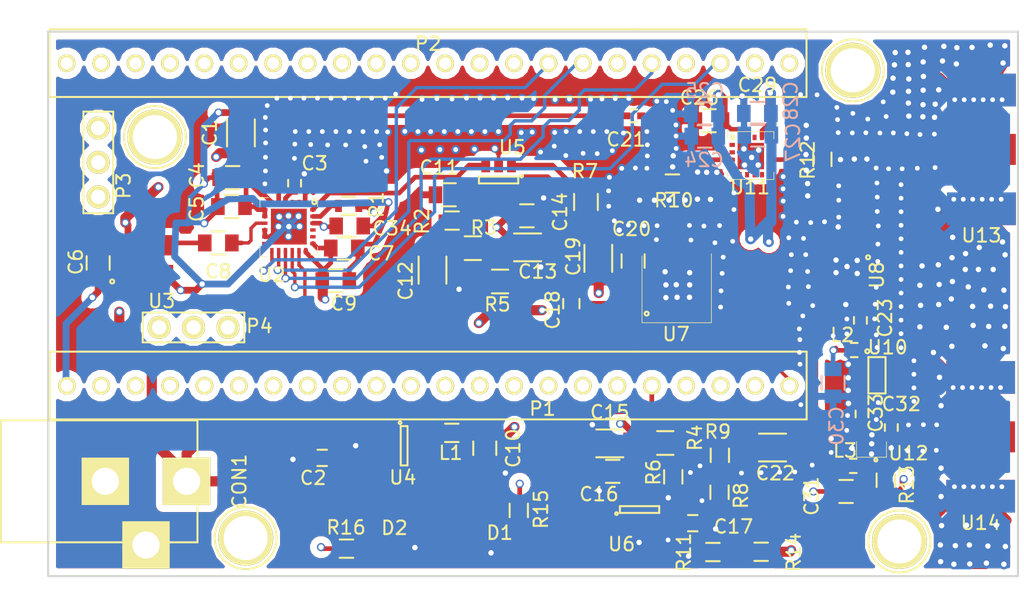
<source format=kicad_pcb>
(kicad_pcb (version 4) (host pcbnew 4.0.0-rc1-stable)
  (layers (0 F.Cu signal) (1 In1.Cu signal) (2 In2.Cu signal) (31 B.Cu signal) (34 B.Paste user) (35 F.Paste user) (36 B.SilkS user) (37 F.SilkS user) (38 B.Mask user) (39 F.Mask user) (44 Edge.Cuts user))
  (net 0 "")
  (net 1 +5V)
  (net 2 GND)
  (net 3 "Net-(C3-Pad1)")
  (net 4 GNDA)
  (net 5 /REF_OSC)
  (net 6 "Net-(C8-Pad2)")
  (net 7 /CP_OUT)
  (net 8 "Net-(C17-Pad1)")
  (net 9 /IF)
  (net 10 /VCO_FB)
  (net 11 "Net-(L1-Pad1)")
  (net 12 "Net-(L3-Pad1)")
  (net 13 /ADF_MUXOUT)
  (net 14 /ADF_CLK)
  (net 15 "Net-(P1-Pad3)")
  (net 16 "Net-(P1-Pad5)")
  (net 17 /ADF_DATA)
  (net 18 /ADF_LE)
  (net 19 /ADF_CE)
  (net 20 "Net-(P1-Pad13)")
  (net 21 /ADC_IN)
  (net 22 "Net-(R1-Pad1)")
  (net 23 /LOC)
  (net 24 "Net-(U7-Pad4)")
  (net 25 "Net-(U7-Pad8)")
  (net 26 "Net-(U11-Pad1)")
  (net 27 "Net-(P1-Pad2)")
  (net 28 "Net-(P1-Pad4)")
  (net 29 "Net-(P1-Pad6)")
  (net 30 "Net-(P1-Pad8)")
  (net 31 "Net-(P1-Pad9)")
  (net 32 "Net-(P1-Pad10)")
  (net 33 "Net-(P1-Pad14)")
  (net 34 +3V3)
  (net 35 "Net-(P2-Pad19)")
  (net 36 "Net-(P2-Pad3)")
  (net 37 "Net-(P2-Pad5)")
  (net 38 "Net-(P2-Pad6)")
  (net 39 "Net-(P2-Pad7)")
  (net 40 "Net-(P2-Pad8)")
  (net 41 "Net-(P2-Pad9)")
  (net 42 "Net-(P2-Pad10)")
  (net 43 "Net-(P2-Pad11)")
  (net 44 "Net-(P2-Pad12)")
  (net 45 "Net-(P2-Pad13)")
  (net 46 "Net-(P2-Pad14)")
  (net 47 "Net-(P2-Pad17)")
  (net 48 "Net-(P2-Pad21)")
  (net 49 "Net-(P2-Pad22)")
  (net 50 "Net-(P1-Pad20)")
  (net 51 "Net-(P1-Pad21)")
  (net 52 "Net-(C12-Pad2)")
  (net 53 "Net-(C18-Pad1)")
  (net 54 "Net-(C21-Pad1)")
  (net 55 "Net-(C22-Pad2)")
  (net 56 "Net-(C32-Pad1)")
  (net 57 "Net-(R3-Pad2)")
  (net 58 "Net-(R4-Pad1)")
  (net 59 "Net-(R5-Pad2)")
  (net 60 "Net-(R13-Pad2)")
  (net 61 "Net-(U7-Pad1)")
  (net 62 "Net-(U7-Pad2)")
  (net 63 "Net-(U7-Pad3)")
  (net 64 "Net-(U7-Pad5)")
  (net 65 "Net-(U7-Pad6)")
  (net 66 "Net-(U7-Pad7)")
  (net 67 "Net-(U8-Pad4)")
  (net 68 "Net-(U11-Pad4)")
  (net 69 "Net-(U11-Pad2)")
  (net 70 "Net-(U2-Pad12)")
  (net 71 "Net-(U2-Pad21)")
  (net 72 "Net-(U2-Pad20)")
  (net 73 "Net-(U7-Pad11)")
  (net 74 "Net-(U7-Pad12)")
  (net 75 "Net-(U7-Pad10)")
  (net 76 "Net-(U7-Pad9)")
  (net 77 "Net-(U7-Pad24)")
  (net 78 "Net-(U7-Pad23)")
  (net 79 "Net-(U7-Pad21)")
  (net 80 "Net-(U7-Pad19)")
  (net 81 "Net-(U7-Pad18)")
  (net 82 "Net-(U7-Pad17)")
  (net 83 "Net-(U7-Pad13)")
  (net 84 "Net-(U7-Pad14)")
  (net 85 "Net-(U11-Pad11)")
  (net 86 "Net-(U11-Pad12)")
  (net 87 "Net-(U11-Pad9)")
  (net 88 "Net-(U11-Pad8)")
  (net 89 "Net-(U11-Pad7)")
  (net 90 "Net-(U11-Pad16)")
  (net 91 "Net-(U11-Pad14)")
  (net 92 "Net-(U11-Pad5)")
  (net 93 "Net-(U11-Pad6)")
  (net 94 /aux_5V)
  (net 95 /aux_3V3)
  (net 96 /mcu_3V3)
  (net 97 /mcu_5V)
  (net 98 "Net-(C23-Pad1)")
  (net 99 "Net-(C23-Pad2)")
  (net 100 "Net-(C33-Pad1)")
  (net 101 "Net-(C33-Pad2)")
  (net 102 "Net-(P2-Pad4)")
  (net 103 "Net-(P1-Pad11)")
  (net 104 "Net-(P1-Pad12)")
  (net 105 "Net-(P1-Pad15)")
  (net 106 "Net-(P1-Pad19)")
  (net 107 "Net-(P1-Pad7)")
  (net 108 "Net-(P1-Pad16)")
  (net 109 "Net-(P1-Pad17)")
  (net 110 "Net-(C21-Pad2)")
  (net 111 "Net-(F1-Pad1)")
  (net 112 "Net-(F1-Pad2)")
  (net 113 "Net-(F2-Pad2)")
  (net 114 "Net-(F4-Pad1)")
  (net 115 "Net-(F5-Pad2)")
  (net 116 "Net-(F7-Pad1)")
  (net 117 "Net-(F10-Pad2)")
  (net 118 "Net-(F8-Pad2)")
  (net 119 "Net-(F11-Pad1)")
  (net 120 "Net-(F10-Pad1)")
  (net 121 "Net-(F11-Pad2)")
  (net 122 "Net-(F13-Pad1)")
  (net 123 "Net-(F13-Pad2)")
  (net 124 "Net-(F15-Pad2)")
  (net 125 "Net-(R11-Pad1)")
  (net 126 "Net-(D1-Pad2)")
  (net 127 "Net-(D2-Pad2)")
  (module Capstone-footprints:gnd_via (layer F.Cu) (at 88.09 80.28)
    (fp_text reference REF** hide)
    (fp_text value gnd_via hide)
    (pad 1 thru_hole circle (at 0 0) (size 0.65 0.65) (drill 0.35) (layers *.Cu) (net 4 GNDA))
  )
  (module Capstone-footprints:gnd_via (layer F.Cu) (at 86.97 80.3)
    (fp_text reference REF** hide)
    (fp_text value gnd_via hide)
    (pad 1 thru_hole circle (at 0 0) (size 0.65 0.65) (drill 0.35) (layers *.Cu) (net 4 GNDA))
  )
  (module Capstone-footprints:gnd_via (layer F.Cu) (at 85.6 80.33)
    (fp_text reference REF** hide)
    (fp_text value gnd_via hide)
    (pad 1 thru_hole circle (at 0 0) (size 0.65 0.65) (drill 0.35) (layers *.Cu) (net 4 GNDA))
  )
  (module Capstone-footprints:gnd_via (layer F.Cu) (at 84.15 80.36)
    (fp_text reference REF** hide)
    (fp_text value gnd_via hide)
    (pad 1 thru_hole circle (at 0 0) (size 0.65 0.65) (drill 0.35) (layers *.Cu) (net 4 GNDA))
  )
  (module Capstone-footprints:gnd_via (layer F.Cu) (at 48.97 59.01)
    (fp_text reference REF**11 hide)
    (fp_text value gnd_via hide)
    (pad 1 thru_hole circle (at 0 0) (size 0.65 0.65) (drill 0.35) (layers *.Cu) (net 4 GNDA))
  )
  (module Capstone-footprints:gnd_via (layer F.Cu) (at 96.88 75.07)
    (fp_text reference REF**111111114 hide)
    (fp_text value gnd_via hide)
    (pad 1 thru_hole circle (at 0 0) (size 0.65 0.65) (drill 0.35) (layers *.Cu) (net 4 GNDA))
  )
  (module Capstone-footprints:gnd_via (layer F.Cu) (at 96.88 74.07)
    (fp_text reference REF**111111113 hide)
    (fp_text value gnd_via hide)
    (pad 1 thru_hole circle (at 0 0) (size 0.65 0.65) (drill 0.35) (layers *.Cu) (net 4 GNDA))
  )
  (module Capstone-footprints:gnd_via (layer F.Cu) (at 96.88 73.07)
    (fp_text reference REF**111111112 hide)
    (fp_text value gnd_via hide)
    (pad 1 thru_hole circle (at 0 0) (size 0.65 0.65) (drill 0.35) (layers *.Cu) (net 4 GNDA))
  )
  (module Capstone-footprints:gnd_via (layer F.Cu) (at 96.88 72.07)
    (fp_text reference REF**111111111 hide)
    (fp_text value gnd_via hide)
    (pad 1 thru_hole circle (at 0 0) (size 0.65 0.65) (drill 0.35) (layers *.Cu) (net 4 GNDA))
  )
  (module Capstone-footprints:gnd_via (layer F.Cu) (at 95.93 71.11)
    (fp_text reference REF**11111113 hide)
    (fp_text value gnd_via hide)
    (pad 1 thru_hole circle (at 0 0) (size 0.65 0.65) (drill 0.35) (layers *.Cu) (net 4 GNDA))
  )
  (module Capstone-footprints:gnd_via (layer F.Cu) (at 94.16 71.09)
    (fp_text reference REF**11111113 hide)
    (fp_text value gnd_via hide)
    (pad 1 thru_hole circle (at 0 0) (size 0.65 0.65) (drill 0.35) (layers *.Cu) (net 4 GNDA))
  )
  (module Capstone-footprints:gnd_via (layer F.Cu) (at 95.93 70.07)
    (fp_text reference REF**11111113 hide)
    (fp_text value gnd_via hide)
    (pad 1 thru_hole circle (at 0 0) (size 0.65 0.65) (drill 0.35) (layers *.Cu) (net 4 GNDA))
  )
  (module Capstone-footprints:gnd_via (layer F.Cu) (at 95.93 69.07)
    (fp_text reference REF**11111112 hide)
    (fp_text value gnd_via hide)
    (pad 1 thru_hole circle (at 0 0) (size 0.65 0.65) (drill 0.35) (layers *.Cu) (net 4 GNDA))
  )
  (module Capstone-footprints:gnd_via (layer F.Cu) (at 95.93 68.07)
    (fp_text reference REF**11111111 hide)
    (fp_text value gnd_via hide)
    (pad 1 thru_hole circle (at 0 0) (size 0.65 0.65) (drill 0.35) (layers *.Cu) (net 4 GNDA))
  )
  (module Capstone-footprints:gnd_via (layer F.Cu) (at 95.93 67.07)
    (fp_text reference REF**1111113 hide)
    (fp_text value gnd_via hide)
    (pad 1 thru_hole circle (at 0 0) (size 0.65 0.65) (drill 0.35) (layers *.Cu) (net 4 GNDA))
  )
  (module Capstone-footprints:gnd_via (layer F.Cu) (at 95.93 66.07)
    (fp_text reference REF**1111112 hide)
    (fp_text value gnd_via hide)
    (pad 1 thru_hole circle (at 0 0) (size 0.65 0.65) (drill 0.35) (layers *.Cu) (net 4 GNDA))
  )
  (module Capstone-footprints:gnd_via (layer F.Cu) (at 95.93 65.07)
    (fp_text reference REF**1111111 hide)
    (fp_text value gnd_via hide)
    (pad 1 thru_hole circle (at 0 0) (size 0.65 0.65) (drill 0.35) (layers *.Cu) (net 4 GNDA))
  )
  (module Capstone-footprints:gnd_via (layer F.Cu) (at 95.93 64.07)
    (fp_text reference REF**111116 hide)
    (fp_text value gnd_via hide)
    (pad 1 thru_hole circle (at 0 0) (size 0.65 0.65) (drill 0.35) (layers *.Cu) (net 4 GNDA))
  )
  (module Capstone-footprints:gnd_via (layer F.Cu) (at 95.93 63.07)
    (fp_text reference REF**111115 hide)
    (fp_text value gnd_via hide)
    (pad 1 thru_hole circle (at 0 0) (size 0.65 0.65) (drill 0.35) (layers *.Cu) (net 4 GNDA))
  )
  (module Capstone-footprints:gnd_via (layer F.Cu) (at 95.93 62.07)
    (fp_text reference REF**111114 hide)
    (fp_text value gnd_via hide)
    (pad 1 thru_hole circle (at 0 0) (size 0.65 0.65) (drill 0.35) (layers *.Cu) (net 4 GNDA))
  )
  (module Capstone-footprints:gnd_via (layer F.Cu) (at 95.93 61.07)
    (fp_text reference REF**111113 hide)
    (fp_text value gnd_via hide)
    (pad 1 thru_hole circle (at 0 0) (size 0.65 0.65) (drill 0.35) (layers *.Cu) (net 4 GNDA))
  )
  (module Capstone-footprints:gnd_via (layer F.Cu) (at 95.93 60.07)
    (fp_text reference REF**111112 hide)
    (fp_text value gnd_via hide)
    (pad 1 thru_hole circle (at 0 0) (size 0.65 0.65) (drill 0.35) (layers *.Cu) (net 4 GNDA))
  )
  (module Capstone-footprints:gnd_via (layer F.Cu) (at 95.93 59.07)
    (fp_text reference REF**111111 hide)
    (fp_text value gnd_via hide)
    (pad 1 thru_hole circle (at 0 0) (size 0.65 0.65) (drill 0.35) (layers *.Cu) (net 4 GNDA))
  )
  (module Capstone-footprints:gnd_via (layer F.Cu) (at 94.1 66.65)
    (fp_text reference REF**1115 hide)
    (fp_text value gnd_via hide)
    (pad 1 thru_hole circle (at 0 0) (size 0.65 0.65) (drill 0.35) (layers *.Cu) (net 4 GNDA))
  )
  (module Capstone-footprints:gnd_via (layer F.Cu) (at 94.21 64.74)
    (fp_text reference REF**1115 hide)
    (fp_text value gnd_via hide)
    (pad 1 thru_hole circle (at 0 0) (size 0.65 0.65) (drill 0.35) (layers *.Cu) (net 4 GNDA))
  )
  (module Capstone-footprints:gnd_via (layer F.Cu) (at 94.22 63.46)
    (fp_text reference REF**1115 hide)
    (fp_text value gnd_via hide)
    (pad 1 thru_hole circle (at 0 0) (size 0.65 0.65) (drill 0.35) (layers *.Cu) (net 4 GNDA))
  )
  (module Capstone-footprints:gnd_via (layer F.Cu) (at 97.33 55.37)
    (fp_text reference REF**1112 hide)
    (fp_text value gnd_via hide)
    (pad 1 thru_hole circle (at 0 0) (size 0.65 0.65) (drill 0.35) (layers *.Cu) (net 4 GNDA))
  )
  (module Capstone-footprints:gnd_via (layer F.Cu) (at 96.36 55.31)
    (fp_text reference REF**1112 hide)
    (fp_text value gnd_via hide)
    (pad 1 thru_hole circle (at 0 0) (size 0.65 0.65) (drill 0.35) (layers *.Cu) (net 4 GNDA))
  )
  (module Capstone-footprints:gnd_via (layer F.Cu) (at 95.36 55.25)
    (fp_text reference REF**1112 hide)
    (fp_text value gnd_via hide)
    (pad 1 thru_hole circle (at 0 0) (size 0.65 0.65) (drill 0.35) (layers *.Cu) (net 4 GNDA))
  )
  (module Capstone-footprints:gnd_via (layer F.Cu) (at 97.13 57.86)
    (fp_text reference REF**1112 hide)
    (fp_text value gnd_via hide)
    (pad 1 thru_hole circle (at 0 0) (size 0.65 0.65) (drill 0.35) (layers *.Cu) (net 4 GNDA))
  )
  (module Capstone-footprints:gnd_via (layer F.Cu) (at 96.01 57.9)
    (fp_text reference REF**1112 hide)
    (fp_text value gnd_via hide)
    (pad 1 thru_hole circle (at 0 0) (size 0.65 0.65) (drill 0.35) (layers *.Cu) (net 4 GNDA))
  )
  (module Capstone-footprints:gnd_via (layer F.Cu) (at 94.1 76.41)
    (fp_text reference REF** hide)
    (fp_text value gnd_via hide)
    (pad 1 thru_hole circle (at 0 0) (size 0.65 0.65) (drill 0.35) (layers *.Cu) (net 4 GNDA))
  )
  (module Capstone-footprints:gnd_via (layer F.Cu) (at 94.24 75.16)
    (fp_text reference REF** hide)
    (fp_text value gnd_via hide)
    (pad 1 thru_hole circle (at 0 0) (size 0.65 0.65) (drill 0.35) (layers *.Cu) (net 4 GNDA))
  )
  (module Capstone-footprints:gnd_via (layer F.Cu) (at 98.56 76.8)
    (fp_text reference REF** hide)
    (fp_text value gnd_via hide)
    (pad 1 thru_hole circle (at 0 0) (size 0.65 0.65) (drill 0.35) (layers *.Cu) (net 4 GNDA))
  )
  (module Capstone-footprints:gnd_via (layer F.Cu) (at 97.58 76.79)
    (fp_text reference REF** hide)
    (fp_text value gnd_via hide)
    (pad 1 thru_hole circle (at 0 0) (size 0.65 0.65) (drill 0.35) (layers *.Cu) (net 4 GNDA))
  )
  (module Capstone-footprints:gnd_via (layer F.Cu) (at 96.48 76.81)
    (fp_text reference REF** hide)
    (fp_text value gnd_via hide)
    (pad 1 thru_hole circle (at 0 0) (size 0.65 0.65) (drill 0.35) (layers *.Cu) (net 4 GNDA))
  )
  (module Capstone-footprints:gnd_via (layer F.Cu) (at 96.42 78.72)
    (fp_text reference REF** hide)
    (fp_text value gnd_via hide)
    (pad 1 thru_hole circle (at 0 0) (size 0.65 0.65) (drill 0.35) (layers *.Cu) (net 4 GNDA))
  )
  (module Capstone-footprints:gnd_via (layer F.Cu) (at 97.53 78.74)
    (fp_text reference REF** hide)
    (fp_text value gnd_via hide)
    (pad 1 thru_hole circle (at 0 0) (size 0.65 0.65) (drill 0.35) (layers *.Cu) (net 4 GNDA))
  )
  (module Capstone-footprints:gnd_via (layer F.Cu) (at 98.53 78.68)
    (fp_text reference REF** hide)
    (fp_text value gnd_via hide)
    (pad 1 thru_hole circle (at 0 0) (size 0.65 0.65) (drill 0.35) (layers *.Cu) (net 4 GNDA))
  )
  (module Capstone-footprints:gnd_via (layer F.Cu) (at 91.98 76.11)
    (fp_text reference REF** hide)
    (fp_text value gnd_via hide)
    (pad 1 thru_hole circle (at 0 0) (size 0.65 0.65) (drill 0.35) (layers *.Cu) (net 4 GNDA))
  )
  (module Capstone-footprints:gnd_via (layer F.Cu) (at 90.77 78.84)
    (fp_text reference REF** hide)
    (fp_text value gnd_via hide)
    (pad 1 thru_hole circle (at 0 0) (size 0.65 0.65) (drill 0.35) (layers *.Cu) (net 4 GNDA))
  )
  (module Capstone-footprints:gnd_via (layer F.Cu) (at 91.92 77.21)
    (fp_text reference REF** hide)
    (fp_text value gnd_via hide)
    (pad 1 thru_hole circle (at 0 0) (size 0.65 0.65) (drill 0.35) (layers *.Cu) (net 4 GNDA))
  )
  (module Capstone-footprints:gnd_via (layer F.Cu) (at 90.79 77.82)
    (fp_text reference REF** hide)
    (fp_text value gnd_via hide)
    (pad 1 thru_hole circle (at 0 0) (size 0.65 0.65) (drill 0.35) (layers *.Cu) (net 4 GNDA))
  )
  (module Capstone-footprints:gnd_via (layer F.Cu) (at 90.91 70.23)
    (fp_text reference REF** hide)
    (fp_text value gnd_via hide)
    (pad 1 thru_hole circle (at 0 0) (size 0.65 0.65) (drill 0.35) (layers *.Cu) (net 4 GNDA))
  )
  (module Capstone-footprints:gnd_via (layer F.Cu) (at 91.93 70.09)
    (fp_text reference REF** hide)
    (fp_text value gnd_via hide)
    (pad 1 thru_hole circle (at 0 0) (size 0.65 0.65) (drill 0.35) (layers *.Cu) (net 4 GNDA))
  )
  (module Capstone-footprints:gnd_via (layer F.Cu) (at 91.93 68.99)
    (fp_text reference REF** hide)
    (fp_text value gnd_via hide)
    (pad 1 thru_hole circle (at 0 0) (size 0.65 0.65) (drill 0.35) (layers *.Cu) (net 4 GNDA))
  )
  (module Capstone-footprints:gnd_via (layer F.Cu) (at 103.37 81.37)
    (fp_text reference REF**61 hide)
    (fp_text value gnd_via hide)
    (pad 1 thru_hole circle (at 0 0) (size 0.65 0.65) (drill 0.35) (layers *.Cu) (net 4 GNDA))
  )
  (module Capstone-footprints:gnd_via (layer F.Cu) (at 102.67 81.37)
    (fp_text reference REF**51 hide)
    (fp_text value gnd_via hide)
    (pad 1 thru_hole circle (at 0 0) (size 0.65 0.65) (drill 0.35) (layers *.Cu) (net 4 GNDA))
  )
  (module Capstone-footprints:gnd_via (layer F.Cu) (at 101.97 81.37)
    (fp_text reference REF**41 hide)
    (fp_text value gnd_via hide)
    (pad 1 thru_hole circle (at 0 0) (size 0.65 0.65) (drill 0.35) (layers *.Cu) (net 4 GNDA))
  )
  (module Capstone-footprints:gnd_via (layer F.Cu) (at 101.27 81.37)
    (fp_text reference REF**31 hide)
    (fp_text value gnd_via hide)
    (pad 1 thru_hole circle (at 0 0) (size 0.65 0.65) (drill 0.35) (layers *.Cu) (net 4 GNDA))
  )
  (module Capstone-footprints:gnd_via (layer F.Cu) (at 100.57 81.37)
    (fp_text reference REF**21 hide)
    (fp_text value gnd_via hide)
    (pad 1 thru_hole circle (at 0 0) (size 0.65 0.65) (drill 0.35) (layers *.Cu) (net 4 GNDA))
  )
  (module Capstone-footprints:gnd_via (layer F.Cu) (at 99.87 81.37)
    (fp_text reference REF**11 hide)
    (fp_text value gnd_via hide)
    (pad 1 thru_hole circle (at 0 0) (size 0.65 0.65) (drill 0.35) (layers *.Cu) (net 4 GNDA))
  )
  (module Capstone-footprints:gnd_via (layer F.Cu) (at 103.27 74.05)
    (fp_text reference REF**61 hide)
    (fp_text value gnd_via hide)
    (pad 1 thru_hole circle (at 0 0) (size 0.65 0.65) (drill 0.35) (layers *.Cu) (net 4 GNDA))
  )
  (module Capstone-footprints:gnd_via (layer F.Cu) (at 102.57 74.05)
    (fp_text reference REF**51 hide)
    (fp_text value gnd_via hide)
    (pad 1 thru_hole circle (at 0 0) (size 0.65 0.65) (drill 0.35) (layers *.Cu) (net 4 GNDA))
  )
  (module Capstone-footprints:gnd_via (layer F.Cu) (at 101.87 74.05)
    (fp_text reference REF**41 hide)
    (fp_text value gnd_via hide)
    (pad 1 thru_hole circle (at 0 0) (size 0.65 0.65) (drill 0.35) (layers *.Cu) (net 4 GNDA))
  )
  (module Capstone-footprints:gnd_via (layer F.Cu) (at 101.17 74.05)
    (fp_text reference REF**31 hide)
    (fp_text value gnd_via hide)
    (pad 1 thru_hole circle (at 0 0) (size 0.65 0.65) (drill 0.35) (layers *.Cu) (net 4 GNDA))
  )
  (module Capstone-footprints:gnd_via (layer F.Cu) (at 100.47 74.05)
    (fp_text reference REF**21 hide)
    (fp_text value gnd_via hide)
    (pad 1 thru_hole circle (at 0 0) (size 0.65 0.65) (drill 0.35) (layers *.Cu) (net 4 GNDA))
  )
  (module Capstone-footprints:gnd_via (layer F.Cu) (at 99.77 74.05)
    (fp_text reference REF**11 hide)
    (fp_text value gnd_via hide)
    (pad 1 thru_hole circle (at 0 0) (size 0.65 0.65) (drill 0.35) (layers *.Cu) (net 4 GNDA))
  )
  (module Capstone-footprints:gnd_via (layer F.Cu) (at 103.32 60.15)
    (fp_text reference REF**11161 hide)
    (fp_text value gnd_via hide)
    (pad 1 thru_hole circle (at 0 0) (size 0.65 0.65) (drill 0.35) (layers *.Cu) (net 4 GNDA))
  )
  (module Capstone-footprints:gnd_via (layer F.Cu) (at 102.62 60.15)
    (fp_text reference REF**11151 hide)
    (fp_text value gnd_via hide)
    (pad 1 thru_hole circle (at 0 0) (size 0.65 0.65) (drill 0.35) (layers *.Cu) (net 4 GNDA))
  )
  (module Capstone-footprints:gnd_via (layer F.Cu) (at 101.92 60.15)
    (fp_text reference REF**11141 hide)
    (fp_text value gnd_via hide)
    (pad 1 thru_hole circle (at 0 0) (size 0.65 0.65) (drill 0.35) (layers *.Cu) (net 4 GNDA))
  )
  (module Capstone-footprints:gnd_via (layer F.Cu) (at 101.22 60.15)
    (fp_text reference REF**11131 hide)
    (fp_text value gnd_via hide)
    (pad 1 thru_hole circle (at 0 0) (size 0.65 0.65) (drill 0.35) (layers *.Cu) (net 4 GNDA))
  )
  (module Capstone-footprints:gnd_via (layer F.Cu) (at 100.52 60.15)
    (fp_text reference REF**11121 hide)
    (fp_text value gnd_via hide)
    (pad 1 thru_hole circle (at 0 0) (size 0.65 0.65) (drill 0.35) (layers *.Cu) (net 4 GNDA))
  )
  (module Capstone-footprints:gnd_via (layer F.Cu) (at 99.82 60.15)
    (fp_text reference REF**11111 hide)
    (fp_text value gnd_via hide)
    (pad 1 thru_hole circle (at 0 0) (size 0.65 0.65) (drill 0.35) (layers *.Cu) (net 4 GNDA))
  )
  (module Capstone-footprints:gnd_via (layer F.Cu) (at 103.39 52.8)
    (fp_text reference REF**11112161 hide)
    (fp_text value gnd_via hide)
    (pad 1 thru_hole circle (at 0 0) (size 0.65 0.65) (drill 0.35) (layers *.Cu) (net 4 GNDA))
  )
  (module Capstone-footprints:gnd_via (layer F.Cu) (at 102.69 52.8)
    (fp_text reference REF**11112151 hide)
    (fp_text value gnd_via hide)
    (pad 1 thru_hole circle (at 0 0) (size 0.65 0.65) (drill 0.35) (layers *.Cu) (net 4 GNDA))
  )
  (module Capstone-footprints:gnd_via (layer F.Cu) (at 101.99 52.8)
    (fp_text reference REF**11112141 hide)
    (fp_text value gnd_via hide)
    (pad 1 thru_hole circle (at 0 0) (size 0.65 0.65) (drill 0.35) (layers *.Cu) (net 4 GNDA))
  )
  (module Capstone-footprints:gnd_via (layer F.Cu) (at 101.29 52.8)
    (fp_text reference REF**11112131 hide)
    (fp_text value gnd_via hide)
    (pad 1 thru_hole circle (at 0 0) (size 0.65 0.65) (drill 0.35) (layers *.Cu) (net 4 GNDA))
  )
  (module Capstone-footprints:gnd_via (layer F.Cu) (at 100.59 52.8)
    (fp_text reference REF**11112121 hide)
    (fp_text value gnd_via hide)
    (pad 1 thru_hole circle (at 0 0) (size 0.65 0.65) (drill 0.35) (layers *.Cu) (net 4 GNDA))
  )
  (module Capstone-footprints:gnd_via (layer F.Cu) (at 99.89 52.8)
    (fp_text reference REF**11112111 hide)
    (fp_text value gnd_via hide)
    (pad 1 thru_hole circle (at 0 0) (size 0.65 0.65) (drill 0.35) (layers *.Cu) (net 4 GNDA))
  )
  (module Capstone-footprints:gnd_via (layer F.Cu) (at 68.81 52.72)
    (fp_text reference REF**2031 hide)
    (fp_text value gnd_via hide)
    (pad 1 thru_hole circle (at 0 0) (size 0.65 0.65) (drill 0.35) (layers *.Cu) (net 4 GNDA))
  )
  (module Capstone-footprints:gnd_via (layer F.Cu) (at 92.37 53.81)
    (fp_text reference REF**111121 hide)
    (fp_text value gnd_via hide)
    (pad 1 thru_hole circle (at 0 0) (size 0.65 0.65) (drill 0.35) (layers *.Cu) (net 4 GNDA))
  )
  (module Capstone-footprints:gnd_via (layer F.Cu) (at 94.61 52.96)
    (fp_text reference REF**111121 hide)
    (fp_text value gnd_via hide)
    (pad 1 thru_hole circle (at 0 0) (size 0.65 0.65) (drill 0.35) (layers *.Cu) (net 4 GNDA))
  )
  (module Capstone-footprints:gnd_via (layer F.Cu) (at 94.83 54.04)
    (fp_text reference REF**111121 hide)
    (fp_text value gnd_via hide)
    (pad 1 thru_hole circle (at 0 0) (size 0.65 0.65) (drill 0.35) (layers *.Cu) (net 4 GNDA))
  )
  (module Capstone-footprints:gnd_via (layer F.Cu) (at 93.47 54.23)
    (fp_text reference REF**111121 hide)
    (fp_text value gnd_via hide)
    (pad 1 thru_hole circle (at 0 0) (size 0.65 0.65) (drill 0.35) (layers *.Cu) (net 4 GNDA))
  )
  (module Capstone-footprints:gnd_via (layer F.Cu) (at 83.5 63.25)
    (fp_text reference REF** hide)
    (fp_text value gnd_via hide)
    (pad 1 thru_hole circle (at 0 0) (size 0.65 0.65) (drill 0.35) (layers *.Cu) (net 4 GNDA))
  )
  (module Capstone-footprints:gnd_via (layer F.Cu) (at 82.19 63.36)
    (fp_text reference REF** hide)
    (fp_text value gnd_via hide)
    (pad 1 thru_hole circle (at 0 0) (size 0.65 0.65) (drill 0.35) (layers *.Cu) (net 4 GNDA))
  )
  (module Capstone-footprints:gnd_via (layer F.Cu) (at 82.8 64.42)
    (fp_text reference REF** hide)
    (fp_text value gnd_via hide)
    (pad 1 thru_hole circle (at 0 0) (size 0.65 0.65) (drill 0.35) (layers *.Cu) (net 4 GNDA))
  )
  (module Capstone-footprints:gnd_via (layer F.Cu) (at 82.72 65.62)
    (fp_text reference REF** hide)
    (fp_text value gnd_via hide)
    (pad 1 thru_hole circle (at 0 0) (size 0.65 0.65) (drill 0.35) (layers *.Cu) (net 4 GNDA))
  )
  (module Capstone-footprints:gnd_via (layer F.Cu) (at 82.64 66.91)
    (fp_text reference REF** hide)
    (fp_text value gnd_via hide)
    (pad 1 thru_hole circle (at 0 0) (size 0.65 0.65) (drill 0.35) (layers *.Cu) (net 4 GNDA))
  )
  (module Capstone-footprints:gnd_via (layer F.Cu) (at 82.61 68.11)
    (fp_text reference REF** hide)
    (fp_text value gnd_via hide)
    (pad 1 thru_hole circle (at 0 0) (size 0.65 0.65) (drill 0.35) (layers *.Cu) (net 4 GNDA))
  )
  (module Capstone-footprints:gnd_via (layer F.Cu) (at 87.64 67.83)
    (fp_text reference REF** hide)
    (fp_text value gnd_via hide)
    (pad 1 thru_hole circle (at 0 0) (size 0.65 0.65) (drill 0.35) (layers *.Cu) (net 4 GNDA))
  )
  (module Capstone-footprints:gnd_via (layer F.Cu) (at 87.61 66.63)
    (fp_text reference REF** hide)
    (fp_text value gnd_via hide)
    (pad 1 thru_hole circle (at 0 0) (size 0.65 0.65) (drill 0.35) (layers *.Cu) (net 4 GNDA))
  )
  (module Capstone-footprints:gnd_via (layer F.Cu) (at 89.09 66.6)
    (fp_text reference REF** hide)
    (fp_text value gnd_via hide)
    (pad 1 thru_hole circle (at 0 0) (size 0.65 0.65) (drill 0.35) (layers *.Cu) (net 4 GNDA))
  )
  (module Capstone-footprints:gnd_via (layer F.Cu) (at 89.03 65.48)
    (fp_text reference REF** hide)
    (fp_text value gnd_via hide)
    (pad 1 thru_hole circle (at 0 0) (size 0.65 0.65) (drill 0.35) (layers *.Cu) (net 4 GNDA))
  )
  (module Capstone-footprints:gnd_via (layer F.Cu) (at 87.78 65.42)
    (fp_text reference REF** hide)
    (fp_text value gnd_via hide)
    (pad 1 thru_hole circle (at 0 0) (size 0.65 0.65) (drill 0.35) (layers *.Cu) (net 4 GNDA))
  )
  (module Capstone-footprints:gnd_via (layer F.Cu) (at 87.83 64.24)
    (fp_text reference REF** hide)
    (fp_text value gnd_via hide)
    (pad 1 thru_hole circle (at 0 0) (size 0.65 0.65) (drill 0.35) (layers *.Cu) (net 4 GNDA))
  )
  (module Capstone-footprints:gnd_via (layer F.Cu) (at 88.89 64.24)
    (fp_text reference REF** hide)
    (fp_text value gnd_via hide)
    (pad 1 thru_hole circle (at 0 0) (size 0.65 0.65) (drill 0.35) (layers *.Cu) (net 4 GNDA))
  )
  (module Capstone-footprints:gnd_via (layer F.Cu) (at 88.73 63.04)
    (fp_text reference REF** hide)
    (fp_text value gnd_via hide)
    (pad 1 thru_hole circle (at 0 0) (size 0.65 0.65) (drill 0.35) (layers *.Cu) (net 4 GNDA))
  )
  (module Capstone-footprints:gnd_via (layer F.Cu) (at 87.64 62.99)
    (fp_text reference REF** hide)
    (fp_text value gnd_via hide)
    (pad 1 thru_hole circle (at 0 0) (size 0.65 0.65) (drill 0.35) (layers *.Cu) (net 4 GNDA))
  )
  (module Capstone-footprints:gnd_via (layer F.Cu) (at 74.61 56.56)
    (fp_text reference REF**101021 hide)
    (fp_text value gnd_via hide)
    (pad 1 thru_hole circle (at 0 0) (size 0.65 0.65) (drill 0.35) (layers *.Cu) (net 4 GNDA))
  )
  (module Capstone-footprints:gnd_via (layer F.Cu) (at 73.5 56.78)
    (fp_text reference REF**101021 hide)
    (fp_text value gnd_via hide)
    (pad 1 thru_hole circle (at 0 0) (size 0.65 0.65) (drill 0.35) (layers *.Cu) (net 4 GNDA))
  )
  (module Capstone-footprints:gnd_via (layer F.Cu) (at 72.46 56.76)
    (fp_text reference REF**101021 hide)
    (fp_text value gnd_via hide)
    (pad 1 thru_hole circle (at 0 0) (size 0.65 0.65) (drill 0.35) (layers *.Cu) (net 4 GNDA))
  )
  (module Capstone-footprints:gnd_via (layer F.Cu) (at 71.18 56.92)
    (fp_text reference REF**101021 hide)
    (fp_text value gnd_via hide)
    (pad 1 thru_hole circle (at 0 0) (size 0.65 0.65) (drill 0.35) (layers *.Cu) (net 4 GNDA))
  )
  (module Capstone-footprints:gnd_via (layer F.Cu) (at 70.33 56.23)
    (fp_text reference REF**101021 hide)
    (fp_text value gnd_via hide)
    (pad 1 thru_hole circle (at 0 0) (size 0.65 0.65) (drill 0.35) (layers *.Cu) (net 4 GNDA))
  )
  (module Capstone-footprints:gnd_via (layer F.Cu) (at 69.32 56.67)
    (fp_text reference REF**101021 hide)
    (fp_text value gnd_via hide)
    (pad 1 thru_hole circle (at 0 0) (size 0.65 0.65) (drill 0.35) (layers *.Cu) (net 4 GNDA))
  )
  (module Capstone-footprints:gnd_via (layer F.Cu) (at 64.44 56.45)
    (fp_text reference REF**1011 hide)
    (fp_text value gnd_via hide)
    (pad 1 thru_hole circle (at 0 0) (size 0.65 0.65) (drill 0.35) (layers *.Cu) (net 4 GNDA))
  )
  (module Capstone-footprints:gnd_via (layer F.Cu) (at 63.05 56.48)
    (fp_text reference REF**1011 hide)
    (fp_text value gnd_via hide)
    (pad 1 thru_hole circle (at 0 0) (size 0.65 0.65) (drill 0.35) (layers *.Cu) (net 4 GNDA))
  )
  (module Capstone-footprints:gnd_via (layer F.Cu) (at 61.89 56.48)
    (fp_text reference REF**1011 hide)
    (fp_text value gnd_via hide)
    (pad 1 thru_hole circle (at 0 0) (size 0.65 0.65) (drill 0.35) (layers *.Cu) (net 4 GNDA))
  )
  (module Capstone-footprints:gnd_via (layer F.Cu) (at 60.52 56.52)
    (fp_text reference REF**1011 hide)
    (fp_text value gnd_via hide)
    (pad 1 thru_hole circle (at 0 0) (size 0.65 0.65) (drill 0.35) (layers *.Cu) (net 4 GNDA))
  )
  (module Capstone-footprints:gnd_via (layer F.Cu) (at 57.44 56.12)
    (fp_text reference REF**11 hide)
    (fp_text value gnd_via hide)
    (pad 1 thru_hole circle (at 0 0) (size 0.65 0.65) (drill 0.35) (layers *.Cu) (net 4 GNDA))
  )
  (module Capstone-footprints:gnd_via (layer F.Cu) (at 57.59 57.06)
    (fp_text reference REF**11 hide)
    (fp_text value gnd_via hide)
    (pad 1 thru_hole circle (at 0 0) (size 0.65 0.65) (drill 0.35) (layers *.Cu) (net 4 GNDA))
  )
  (module Capstone-footprints:gnd_via (layer F.Cu) (at 56.43 57.34)
    (fp_text reference REF**11 hide)
    (fp_text value gnd_via hide)
    (pad 1 thru_hole circle (at 0 0) (size 0.65 0.65) (drill 0.35) (layers *.Cu) (net 4 GNDA))
  )
  (module Capstone-footprints:gnd_via (layer F.Cu) (at 56.34 56.26)
    (fp_text reference REF**11 hide)
    (fp_text value gnd_via hide)
    (pad 1 thru_hole circle (at 0 0) (size 0.65 0.65) (drill 0.35) (layers *.Cu) (net 4 GNDA))
  )
  (module Capstone-footprints:gnd_via (layer F.Cu) (at 54.93 56.14)
    (fp_text reference REF**11 hide)
    (fp_text value gnd_via hide)
    (pad 1 thru_hole circle (at 0 0) (size 0.65 0.65) (drill 0.35) (layers *.Cu) (net 4 GNDA))
  )
  (module Capstone-footprints:gnd_via (layer F.Cu) (at 53.6 56.14)
    (fp_text reference REF**11 hide)
    (fp_text value gnd_via hide)
    (pad 1 thru_hole circle (at 0 0) (size 0.65 0.65) (drill 0.35) (layers *.Cu) (net 4 GNDA))
  )
  (module Capstone-footprints:gnd_via (layer F.Cu) (at 52.35 56.11)
    (fp_text reference REF**11 hide)
    (fp_text value gnd_via hide)
    (pad 1 thru_hole circle (at 0 0) (size 0.65 0.65) (drill 0.35) (layers *.Cu) (net 4 GNDA))
  )
  (module Capstone-footprints:gnd_via (layer F.Cu) (at 49 54.11)
    (fp_text reference REF**11 hide)
    (fp_text value gnd_via hide)
    (pad 1 thru_hole circle (at 0 0) (size 0.65 0.65) (drill 0.35) (layers *.Cu) (net 4 GNDA))
  )
  (module Capstone-footprints:gnd_via (layer F.Cu) (at 49.02 55.04)
    (fp_text reference REF**11 hide)
    (fp_text value gnd_via hide)
    (pad 1 thru_hole circle (at 0 0) (size 0.65 0.65) (drill 0.35) (layers *.Cu) (net 4 GNDA))
  )
  (module Capstone-footprints:gnd_via (layer F.Cu) (at 49.02 55.99)
    (fp_text reference REF**11 hide)
    (fp_text value gnd_via hide)
    (pad 1 thru_hole circle (at 0 0) (size 0.65 0.65) (drill 0.35) (layers *.Cu) (net 4 GNDA))
  )
  (module Capstone-footprints:gnd_via (layer F.Cu) (at 49.01 57.05)
    (fp_text reference REF**11 hide)
    (fp_text value gnd_via hide)
    (pad 1 thru_hole circle (at 0 0) (size 0.65 0.65) (drill 0.35) (layers *.Cu) (net 4 GNDA))
  )
  (module Capstone-footprints:gnd_via (layer F.Cu) (at 49.01 58.06)
    (fp_text reference REF**11 hide)
    (fp_text value gnd_via hide)
    (pad 1 thru_hole circle (at 0 0) (size 0.65 0.65) (drill 0.35) (layers *.Cu) (net 4 GNDA))
  )
  (module Capstone-footprints:gnd_via (layer F.Cu) (at 49.14 53.23)
    (fp_text reference REF**11 hide)
    (fp_text value gnd_via hide)
    (pad 1 thru_hole circle (at 0 0) (size 0.65 0.65) (drill 0.35) (layers *.Cu) (net 4 GNDA))
  )
  (module Capstone-footprints:gnd_via (layer F.Cu) (at 51.15 57.13)
    (fp_text reference REF**11 hide)
    (fp_text value gnd_via hide)
    (pad 1 thru_hole circle (at 0 0) (size 0.65 0.65) (drill 0.35) (layers *.Cu) (net 4 GNDA))
  )
  (module Capstone-footprints:gnd_via (layer F.Cu) (at 51.18 56.08)
    (fp_text reference REF**11 hide)
    (fp_text value gnd_via hide)
    (pad 1 thru_hole circle (at 0 0) (size 0.65 0.65) (drill 0.35) (layers *.Cu) (net 4 GNDA))
  )
  (module Capstone-footprints:gnd_via (layer F.Cu) (at 75.43 55.26)
    (fp_text reference REF**101061 hide)
    (fp_text value gnd_via hide)
    (pad 1 thru_hole circle (at 0 0) (size 0.65 0.65) (drill 0.35) (layers *.Cu) (net 4 GNDA))
  )
  (module Capstone-footprints:gnd_via (layer F.Cu) (at 75.83 52.71)
    (fp_text reference REF**2061 hide)
    (fp_text value gnd_via hide)
    (pad 1 thru_hole circle (at 0 0) (size 0.65 0.65) (drill 0.35) (layers *.Cu) (net 4 GNDA))
  )
  (module Capstone-footprints:gnd_via (layer F.Cu) (at 74.83 52.72)
    (fp_text reference REF**2061 hide)
    (fp_text value gnd_via hide)
    (pad 1 thru_hole circle (at 0 0) (size 0.65 0.65) (drill 0.35) (layers *.Cu) (net 4 GNDA))
  )
  (module Capstone-footprints:gnd_via (layer F.Cu) (at 73.85 52.75)
    (fp_text reference REF**2061 hide)
    (fp_text value gnd_via hide)
    (pad 1 thru_hole circle (at 0 0) (size 0.65 0.65) (drill 0.35) (layers *.Cu) (net 4 GNDA))
  )
  (module Capstone-footprints:gnd_via (layer F.Cu) (at 73.01 52.77)
    (fp_text reference REF**2051 hide)
    (fp_text value gnd_via hide)
    (pad 1 thru_hole circle (at 0 0) (size 0.65 0.65) (drill 0.35) (layers *.Cu) (net 4 GNDA))
  )
  (module Capstone-footprints:gnd_via (layer F.Cu) (at 71.45 52.75)
    (fp_text reference REF**2041 hide)
    (fp_text value gnd_via hide)
    (pad 1 thru_hole circle (at 0 0) (size 0.65 0.65) (drill 0.35) (layers *.Cu) (net 4 GNDA))
  )
  (module Capstone-footprints:gnd_via (layer F.Cu) (at 70.39 52.79)
    (fp_text reference REF**2031 hide)
    (fp_text value gnd_via hide)
    (pad 1 thru_hole circle (at 0 0) (size 0.65 0.65) (drill 0.35) (layers *.Cu) (net 4 GNDA))
  )
  (module Capstone-footprints:gnd_via (layer F.Cu) (at 67.95 52.69)
    (fp_text reference REF**191 hide)
    (fp_text value gnd_via hide)
    (pad 1 thru_hole circle (at 0 0) (size 0.65 0.65) (drill 0.35) (layers *.Cu) (net 4 GNDA))
  )
  (module Capstone-footprints:gnd_via (layer F.Cu) (at 66.89 52.67)
    (fp_text reference REF**181 hide)
    (fp_text value gnd_via hide)
    (pad 1 thru_hole circle (at 0 0) (size 0.65 0.65) (drill 0.35) (layers *.Cu) (net 4 GNDA))
  )
  (module Capstone-footprints:gnd_via (layer F.Cu) (at 65.85 52.69)
    (fp_text reference REF**171 hide)
    (fp_text value gnd_via hide)
    (pad 1 thru_hole circle (at 0 0) (size 0.65 0.65) (drill 0.35) (layers *.Cu) (net 4 GNDA))
  )
  (module Capstone-footprints:gnd_via (layer F.Cu) (at 64.85 52.69)
    (fp_text reference REF**161 hide)
    (fp_text value gnd_via hide)
    (pad 1 thru_hole circle (at 0 0) (size 0.65 0.65) (drill 0.35) (layers *.Cu) (net 4 GNDA))
  )
  (module Capstone-footprints:gnd_via (layer F.Cu) (at 63.85 52.69)
    (fp_text reference REF**151 hide)
    (fp_text value gnd_via hide)
    (pad 1 thru_hole circle (at 0 0) (size 0.65 0.65) (drill 0.35) (layers *.Cu) (net 4 GNDA))
  )
  (module Capstone-footprints:gnd_via (layer F.Cu) (at 62.78 52.75)
    (fp_text reference REF**141 hide)
    (fp_text value gnd_via hide)
    (pad 1 thru_hole circle (at 0 0) (size 0.65 0.65) (drill 0.35) (layers *.Cu) (net 4 GNDA))
  )
  (module Capstone-footprints:gnd_via (layer F.Cu) (at 61.66 52.72)
    (fp_text reference REF**131 hide)
    (fp_text value gnd_via hide)
    (pad 1 thru_hole circle (at 0 0) (size 0.65 0.65) (drill 0.35) (layers *.Cu) (net 4 GNDA))
  )
  (module Capstone-footprints:gnd_via (layer F.Cu) (at 60.57 52.78)
    (fp_text reference REF**121 hide)
    (fp_text value gnd_via hide)
    (pad 1 thru_hole circle (at 0 0) (size 0.65 0.65) (drill 0.35) (layers *.Cu) (net 4 GNDA))
  )
  (module Capstone-footprints:gnd_via (layer F.Cu) (at 58.62 52.39)
    (fp_text reference REF**101 hide)
    (fp_text value gnd_via hide)
    (pad 1 thru_hole circle (at 0 0) (size 0.65 0.65) (drill 0.35) (layers *.Cu) (net 4 GNDA))
  )
  (module Capstone-footprints:gnd_via (layer F.Cu) (at 57.85 52.69)
    (fp_text reference REF**91 hide)
    (fp_text value gnd_via hide)
    (pad 1 thru_hole circle (at 0 0) (size 0.65 0.65) (drill 0.35) (layers *.Cu) (net 4 GNDA))
  )
  (module Capstone-footprints:gnd_via (layer F.Cu) (at 56.85 52.69)
    (fp_text reference REF**81 hide)
    (fp_text value gnd_via hide)
    (pad 1 thru_hole circle (at 0 0) (size 0.65 0.65) (drill 0.35) (layers *.Cu) (net 4 GNDA))
  )
  (module Capstone-footprints:gnd_via (layer F.Cu) (at 55.85 52.69)
    (fp_text reference REF**71 hide)
    (fp_text value gnd_via hide)
    (pad 1 thru_hole circle (at 0 0) (size 0.65 0.65) (drill 0.35) (layers *.Cu) (net 4 GNDA))
  )
  (module Capstone-footprints:gnd_via (layer F.Cu) (at 54.85 52.69)
    (fp_text reference REF**61 hide)
    (fp_text value gnd_via hide)
    (pad 1 thru_hole circle (at 0 0) (size 0.65 0.65) (drill 0.35) (layers *.Cu) (net 4 GNDA))
  )
  (module Capstone-footprints:gnd_via (layer F.Cu) (at 53.85 52.69)
    (fp_text reference REF**51 hide)
    (fp_text value gnd_via hide)
    (pad 1 thru_hole circle (at 0 0) (size 0.65 0.65) (drill 0.35) (layers *.Cu) (net 4 GNDA))
  )
  (module Capstone-footprints:gnd_via (layer F.Cu) (at 52.85 52.69)
    (fp_text reference REF**41 hide)
    (fp_text value gnd_via hide)
    (pad 1 thru_hole circle (at 0 0) (size 0.65 0.65) (drill 0.35) (layers *.Cu) (net 4 GNDA))
  )
  (module Capstone-footprints:gnd_via (layer F.Cu) (at 51.85 52.69)
    (fp_text reference REF**31 hide)
    (fp_text value gnd_via hide)
    (pad 1 thru_hole circle (at 0 0) (size 0.65 0.65) (drill 0.35) (layers *.Cu) (net 4 GNDA))
  )
  (module Capstone-footprints:gnd_via (layer F.Cu) (at 50.85 52.69)
    (fp_text reference REF**21 hide)
    (fp_text value gnd_via hide)
    (pad 1 thru_hole circle (at 0 0) (size 0.65 0.65) (drill 0.35) (layers *.Cu) (net 4 GNDA))
  )
  (module Capstone-footprints:gnd_via (layer F.Cu) (at 49.85 52.69)
    (fp_text reference REF**11 hide)
    (fp_text value gnd_via hide)
    (pad 1 thru_hole circle (at 0 0) (size 0.65 0.65) (drill 0.35) (layers *.Cu) (net 4 GNDA))
  )
  (module Capstone-footprints:gnd_via (layer F.Cu) (at 74.21 55.15)
    (fp_text reference REF**101061 hide)
    (fp_text value gnd_via hide)
    (pad 1 thru_hole circle (at 0 0) (size 0.65 0.65) (drill 0.35) (layers *.Cu) (net 4 GNDA))
  )
  (module Capstone-footprints:gnd_via (layer F.Cu) (at 73.21 55.15)
    (fp_text reference REF**101051 hide)
    (fp_text value gnd_via hide)
    (pad 1 thru_hole circle (at 0 0) (size 0.65 0.65) (drill 0.35) (layers *.Cu) (net 4 GNDA))
  )
  (module Capstone-footprints:gnd_via (layer F.Cu) (at 72.21 55.15)
    (fp_text reference REF**101041 hide)
    (fp_text value gnd_via hide)
    (pad 1 thru_hole circle (at 0 0) (size 0.65 0.65) (drill 0.35) (layers *.Cu) (net 4 GNDA))
  )
  (module Capstone-footprints:gnd_via (layer F.Cu) (at 71.21 55.15)
    (fp_text reference REF**101031 hide)
    (fp_text value gnd_via hide)
    (pad 1 thru_hole circle (at 0 0) (size 0.65 0.65) (drill 0.35) (layers *.Cu) (net 4 GNDA))
  )
  (module Capstone-footprints:gnd_via (layer F.Cu) (at 70.36 55.22)
    (fp_text reference REF**101021 hide)
    (fp_text value gnd_via hide)
    (pad 1 thru_hole circle (at 0 0) (size 0.65 0.65) (drill 0.35) (layers *.Cu) (net 4 GNDA))
  )
  (module Capstone-footprints:gnd_via (layer F.Cu) (at 68.7 55.19)
    (fp_text reference REF**101011 hide)
    (fp_text value gnd_via hide)
    (pad 1 thru_hole circle (at 0 0) (size 0.65 0.65) (drill 0.35) (layers *.Cu) (net 4 GNDA))
  )
  (module Capstone-footprints:gnd_via (layer F.Cu) (at 67.89 55.23)
    (fp_text reference REF**1091 hide)
    (fp_text value gnd_via hide)
    (pad 1 thru_hole circle (at 0 0) (size 0.65 0.65) (drill 0.35) (layers *.Cu) (net 4 GNDA))
  )
  (module Capstone-footprints:gnd_via (layer F.Cu) (at 66.21 55.15)
    (fp_text reference REF**1071 hide)
    (fp_text value gnd_via hide)
    (pad 1 thru_hole circle (at 0 0) (size 0.65 0.65) (drill 0.35) (layers *.Cu) (net 4 GNDA))
  )
  (module Capstone-footprints:gnd_via (layer F.Cu) (at 65.21 55.15)
    (fp_text reference REF**1061 hide)
    (fp_text value gnd_via hide)
    (pad 1 thru_hole circle (at 0 0) (size 0.65 0.65) (drill 0.35) (layers *.Cu) (net 4 GNDA))
  )
  (module Capstone-footprints:gnd_via (layer F.Cu) (at 64.21 55.15)
    (fp_text reference REF**1051 hide)
    (fp_text value gnd_via hide)
    (pad 1 thru_hole circle (at 0 0) (size 0.65 0.65) (drill 0.35) (layers *.Cu) (net 4 GNDA))
  )
  (module Capstone-footprints:gnd_via (layer F.Cu) (at 63.21 55.15)
    (fp_text reference REF**1041 hide)
    (fp_text value gnd_via hide)
    (pad 1 thru_hole circle (at 0 0) (size 0.65 0.65) (drill 0.35) (layers *.Cu) (net 4 GNDA))
  )
  (module Capstone-footprints:gnd_via (layer F.Cu) (at 62.21 55.15)
    (fp_text reference REF**1031 hide)
    (fp_text value gnd_via hide)
    (pad 1 thru_hole circle (at 0 0) (size 0.65 0.65) (drill 0.35) (layers *.Cu) (net 4 GNDA))
  )
  (module Capstone-footprints:gnd_via (layer F.Cu) (at 61.21 55.15)
    (fp_text reference REF**1021 hide)
    (fp_text value gnd_via hide)
    (pad 1 thru_hole circle (at 0 0) (size 0.65 0.65) (drill 0.35) (layers *.Cu) (net 4 GNDA))
  )
  (module Capstone-footprints:gnd_via (layer F.Cu) (at 60.27 55.15)
    (fp_text reference REF**1011 hide)
    (fp_text value gnd_via hide)
    (pad 1 thru_hole circle (at 0 0) (size 0.65 0.65) (drill 0.35) (layers *.Cu) (net 4 GNDA))
  )
  (module Capstone-footprints:gnd_via (layer F.Cu) (at 59.3 55.14)
    (fp_text reference REF**91 hide)
    (fp_text value gnd_via hide)
    (pad 1 thru_hole circle (at 0 0) (size 0.65 0.65) (drill 0.35) (layers *.Cu) (net 4 GNDA))
  )
  (module Capstone-footprints:gnd_via (layer F.Cu) (at 58.03 55.18)
    (fp_text reference REF**81 hide)
    (fp_text value gnd_via hide)
    (pad 1 thru_hole circle (at 0 0) (size 0.65 0.65) (drill 0.35) (layers *.Cu) (net 4 GNDA))
  )
  (module Capstone-footprints:gnd_via (layer F.Cu) (at 57.21 55.15)
    (fp_text reference REF**71 hide)
    (fp_text value gnd_via hide)
    (pad 1 thru_hole circle (at 0 0) (size 0.65 0.65) (drill 0.35) (layers *.Cu) (net 4 GNDA))
  )
  (module Capstone-footprints:gnd_via (layer F.Cu) (at 56.21 55.15)
    (fp_text reference REF**61 hide)
    (fp_text value gnd_via hide)
    (pad 1 thru_hole circle (at 0 0) (size 0.65 0.65) (drill 0.35) (layers *.Cu) (net 4 GNDA))
  )
  (module Capstone-footprints:gnd_via (layer F.Cu) (at 55.21 55.15)
    (fp_text reference REF**51 hide)
    (fp_text value gnd_via hide)
    (pad 1 thru_hole circle (at 0 0) (size 0.65 0.65) (drill 0.35) (layers *.Cu) (net 4 GNDA))
  )
  (module Capstone-footprints:gnd_via (layer F.Cu) (at 54.21 55.15)
    (fp_text reference REF**41 hide)
    (fp_text value gnd_via hide)
    (pad 1 thru_hole circle (at 0 0) (size 0.65 0.65) (drill 0.35) (layers *.Cu) (net 4 GNDA))
  )
  (module Capstone-footprints:gnd_via (layer F.Cu) (at 53.21 55.15)
    (fp_text reference REF**31 hide)
    (fp_text value gnd_via hide)
    (pad 1 thru_hole circle (at 0 0) (size 0.65 0.65) (drill 0.35) (layers *.Cu) (net 4 GNDA))
  )
  (module Capstone-footprints:gnd_via (layer F.Cu) (at 52.21 55.15)
    (fp_text reference REF**21 hide)
    (fp_text value gnd_via hide)
    (pad 1 thru_hole circle (at 0 0) (size 0.65 0.65) (drill 0.35) (layers *.Cu) (net 4 GNDA))
  )
  (module Capstone-footprints:gnd_via (layer F.Cu) (at 51.21 55.15)
    (fp_text reference REF**11 hide)
    (fp_text value gnd_via hide)
    (pad 1 thru_hole circle (at 0 0) (size 0.65 0.65) (drill 0.35) (layers *.Cu) (net 4 GNDA))
  )
  (module Capstone-footprints:gnd_via (layer F.Cu) (at 78.73 85.3)
    (fp_text reference REF** hide)
    (fp_text value gnd_via hide)
    (pad 1 thru_hole circle (at 0 0) (size 0.65 0.65) (drill 0.35) (layers *.Cu) (net 4 GNDA))
  )
  (module Capstone-footprints:gnd_via (layer F.Cu) (at 81.23 82.4)
    (fp_text reference REF** hide)
    (fp_text value gnd_via hide)
    (pad 1 thru_hole circle (at 0 0) (size 0.65 0.65) (drill 0.35) (layers *.Cu) (net 4 GNDA))
  )
  (module Capstone-footprints:gnd_via (layer F.Cu) (at 80.38 80.32)
    (fp_text reference REF** hide)
    (fp_text value gnd_via hide)
    (pad 1 thru_hole circle (at 0 0) (size 0.65 0.65) (drill 0.35) (layers *.Cu) (net 4 GNDA))
  )
  (module Capstone-footprints:gnd_via (layer F.Cu) (at 81.09 79.83)
    (fp_text reference REF** hide)
    (fp_text value gnd_via hide)
    (pad 1 thru_hole circle (at 0 0) (size 0.65 0.65) (drill 0.35) (layers *.Cu) (net 4 GNDA))
  )
  (module Capstone-footprints:gnd_via (layer F.Cu) (at 89.37 79.77)
    (fp_text reference REF** hide)
    (fp_text value gnd_via hide)
    (pad 1 thru_hole circle (at 0 0) (size 0.65 0.65) (drill 0.35) (layers *.Cu) (net 4 GNDA))
  )
  (module Capstone-footprints:gnd_via (layer F.Cu) (at 88.53 75.31)
    (fp_text reference REF** hide)
    (fp_text value gnd_via hide)
    (pad 1 thru_hole circle (at 0 0) (size 0.65 0.65) (drill 0.35) (layers *.Cu) (net 4 GNDA))
  )
  (module Capstone-footprints:gnd_via (layer F.Cu) (at 88.47 72.33)
    (fp_text reference REF** hide)
    (fp_text value gnd_via hide)
    (pad 1 thru_hole circle (at 0 0) (size 0.65 0.65) (drill 0.35) (layers *.Cu) (net 4 GNDA))
  )
  (module Capstone-footprints:gnd_via (layer F.Cu) (at 88.43 71.45)
    (fp_text reference REF** hide)
    (fp_text value gnd_via hide)
    (pad 1 thru_hole circle (at 0 0) (size 0.65 0.65) (drill 0.35) (layers *.Cu) (net 4 GNDA))
  )
  (module Capstone-footprints:gnd_via (layer F.Cu) (at 88.46 70.51)
    (fp_text reference REF** hide)
    (fp_text value gnd_via hide)
    (pad 1 thru_hole circle (at 0 0) (size 0.65 0.65) (drill 0.35) (layers *.Cu) (net 4 GNDA))
  )
  (module Capstone-footprints:gnd_via (layer F.Cu) (at 88.42 69.72)
    (fp_text reference REF** hide)
    (fp_text value gnd_via hide)
    (pad 1 thru_hole circle (at 0 0) (size 0.65 0.65) (drill 0.35) (layers *.Cu) (net 4 GNDA))
  )
  (module Capstone-footprints:gnd_via (layer F.Cu) (at 88.68 68.76)
    (fp_text reference REF** hide)
    (fp_text value gnd_via hide)
    (pad 1 thru_hole circle (at 0 0) (size 0.65 0.65) (drill 0.35) (layers *.Cu) (net 4 GNDA))
  )
  (module Capstone-footprints:gnd_via (layer F.Cu) (at 89.41 68)
    (fp_text reference REF** hide)
    (fp_text value gnd_via hide)
    (pad 1 thru_hole circle (at 0 0) (size 0.65 0.65) (drill 0.35) (layers *.Cu) (net 4 GNDA))
  )
  (module Capstone-footprints:gnd_via (layer F.Cu) (at 94.1 70.16)
    (fp_text reference REF** hide)
    (fp_text value gnd_via hide)
    (pad 1 thru_hole circle (at 0 0) (size 0.65 0.65) (drill 0.35) (layers *.Cu) (net 4 GNDA))
  )
  (module Capstone-footprints:gnd_via (layer F.Cu) (at 93.98 68.98)
    (fp_text reference REF** hide)
    (fp_text value gnd_via hide)
    (pad 1 thru_hole circle (at 0 0) (size 0.65 0.65) (drill 0.35) (layers *.Cu) (net 4 GNDA))
  )
  (module Capstone-footprints:gnd_via (layer F.Cu) (at 94.02 67.9)
    (fp_text reference REF** hide)
    (fp_text value gnd_via hide)
    (pad 1 thru_hole circle (at 0 0) (size 0.65 0.65) (drill 0.35) (layers *.Cu) (net 4 GNDA))
  )
  (module Capstone-footprints:gnd_via (layer F.Cu) (at 77.9 52.91)
    (fp_text reference REF** hide)
    (fp_text value gnd_via hide)
    (pad 1 thru_hole circle (at 0 0) (size 0.65 0.65) (drill 0.35) (layers *.Cu) (net 4 GNDA))
  )
  (module Capstone-footprints:gnd_via (layer F.Cu) (at 78.6 52.94)
    (fp_text reference REF** hide)
    (fp_text value gnd_via hide)
    (pad 1 thru_hole circle (at 0 0) (size 0.65 0.65) (drill 0.35) (layers *.Cu) (net 4 GNDA))
  )
  (module Capstone-footprints:gnd_via (layer F.Cu) (at 79.07 53.59)
    (fp_text reference REF** hide)
    (fp_text value gnd_via hide)
    (pad 1 thru_hole circle (at 0 0) (size 0.65 0.65) (drill 0.35) (layers *.Cu) (net 4 GNDA))
  )
  (module Capstone-footprints:gnd_via (layer F.Cu) (at 79.31 54.66)
    (fp_text reference REF** hide)
    (fp_text value gnd_via hide)
    (pad 1 thru_hole circle (at 0 0) (size 0.65 0.65) (drill 0.35) (layers *.Cu) (net 4 GNDA))
  )
  (module Capstone-footprints:gnd_via (layer F.Cu) (at 79.32 55.48)
    (fp_text reference REF** hide)
    (fp_text value gnd_via hide)
    (pad 1 thru_hole circle (at 0 0) (size 0.65 0.65) (drill 0.35) (layers *.Cu) (net 4 GNDA))
  )
  (module Capstone-footprints:gnd_via (layer F.Cu) (at 79.33 56.4)
    (fp_text reference REF** hide)
    (fp_text value gnd_via hide)
    (pad 1 thru_hole circle (at 0 0) (size 0.65 0.65) (drill 0.35) (layers *.Cu) (net 4 GNDA))
  )
  (module Capstone-footprints:gnd_via (layer F.Cu) (at 77.17 55.15)
    (fp_text reference REF** hide)
    (fp_text value gnd_via hide)
    (pad 1 thru_hole circle (at 0 0) (size 0.65 0.65) (drill 0.35) (layers *.Cu) (net 4 GNDA))
  )
  (module Capstone-footprints:gnd_via (layer F.Cu) (at 77.2 56.13)
    (fp_text reference REF** hide)
    (fp_text value gnd_via hide)
    (pad 1 thru_hole circle (at 0 0) (size 0.65 0.65) (drill 0.35) (layers *.Cu) (net 4 GNDA))
  )
  (module Capstone-footprints:gnd_via (layer F.Cu) (at 77.2 56.95)
    (fp_text reference REF** hide)
    (fp_text value gnd_via hide)
    (pad 1 thru_hole circle (at 0 0) (size 0.65 0.65) (drill 0.35) (layers *.Cu) (net 4 GNDA))
  )
  (module Capstone-footprints:gnd_via (layer F.Cu) (at 77.17 57.86)
    (fp_text reference REF** hide)
    (fp_text value gnd_via hide)
    (pad 1 thru_hole circle (at 0 0) (size 0.65 0.65) (drill 0.35) (layers *.Cu) (net 4 GNDA))
  )
  (module Capstone-footprints:gnd_via (layer F.Cu) (at 76.32 57.84)
    (fp_text reference REF** hide)
    (fp_text value gnd_via hide)
    (pad 1 thru_hole circle (at 0 0) (size 0.65 0.65) (drill 0.35) (layers *.Cu) (net 4 GNDA))
  )
  (module Capstone-footprints:gnd_via (layer F.Cu) (at 75.31 57.87)
    (fp_text reference REF** hide)
    (fp_text value gnd_via hide)
    (pad 1 thru_hole circle (at 0 0) (size 0.65 0.65) (drill 0.35) (layers *.Cu) (net 4 GNDA))
  )
  (module Capstone-footprints:gnd_via (layer F.Cu) (at 74.4 58.53)
    (fp_text reference REF** hide)
    (fp_text value gnd_via hide)
    (pad 1 thru_hole circle (at 0 0) (size 0.65 0.65) (drill 0.35) (layers *.Cu) (net 4 GNDA))
  )
  (module Capstone-footprints:gnd_via (layer F.Cu) (at 74.34 59.53)
    (fp_text reference REF** hide)
    (fp_text value gnd_via hide)
    (pad 1 thru_hole circle (at 0 0) (size 0.65 0.65) (drill 0.35) (layers *.Cu) (net 4 GNDA))
  )
  (module Capstone-footprints:gnd_via (layer F.Cu) (at 74.35 60.66)
    (fp_text reference REF** hide)
    (fp_text value gnd_via hide)
    (pad 1 thru_hole circle (at 0 0) (size 0.65 0.65) (drill 0.35) (layers *.Cu) (net 4 GNDA))
  )
  (module Capstone-footprints:gnd_via (layer F.Cu) (at 74.76 61.74)
    (fp_text reference REF** hide)
    (fp_text value gnd_via hide)
    (pad 1 thru_hole circle (at 0 0) (size 0.65 0.65) (drill 0.35) (layers *.Cu) (net 4 GNDA))
  )
  (module Capstone-footprints:gnd_via (layer F.Cu) (at 75.8 62.06)
    (fp_text reference REF** hide)
    (fp_text value gnd_via hide)
    (pad 1 thru_hole circle (at 0 0) (size 0.65 0.65) (drill 0.35) (layers *.Cu) (net 4 GNDA))
  )
  (module Capstone-footprints:gnd_via (layer F.Cu) (at 76.96 62.1)
    (fp_text reference REF** hide)
    (fp_text value gnd_via hide)
    (pad 1 thru_hole circle (at 0 0) (size 0.65 0.65) (drill 0.35) (layers *.Cu) (net 4 GNDA))
  )
  (module Capstone-footprints:gnd_via (layer F.Cu) (at 77.87 63.13)
    (fp_text reference REF** hide)
    (fp_text value gnd_via hide)
    (pad 1 thru_hole circle (at 0 0) (size 0.65 0.65) (drill 0.35) (layers *.Cu) (net 4 GNDA))
  )
  (module Capstone-footprints:gnd_via (layer F.Cu) (at 80.31 62.08)
    (fp_text reference REF** hide)
    (fp_text value gnd_via hide)
    (pad 1 thru_hole circle (at 0 0) (size 0.65 0.65) (drill 0.35) (layers *.Cu) (net 4 GNDA))
  )
  (module Capstone-footprints:gnd_via (layer F.Cu) (at 80.42 63.16)
    (fp_text reference REF** hide)
    (fp_text value gnd_via hide)
    (pad 1 thru_hole circle (at 0 0) (size 0.65 0.65) (drill 0.35) (layers *.Cu) (net 4 GNDA))
  )
  (module Capstone-footprints:gnd_via (layer F.Cu) (at 77.92 62.1)
    (fp_text reference REF** hide)
    (fp_text value gnd_via hide)
    (pad 1 thru_hole circle (at 0 0) (size 0.65 0.65) (drill 0.35) (layers *.Cu) (net 4 GNDA))
  )
  (module Capstone-footprints:gnd_via (layer F.Cu) (at 81.38 62.13)
    (fp_text reference REF** hide)
    (fp_text value gnd_via hide)
    (pad 1 thru_hole circle (at 0 0) (size 0.65 0.65) (drill 0.35) (layers *.Cu) (net 4 GNDA))
  )
  (module Capstone-footprints:gnd_via (layer F.Cu) (at 82.53 62.09)
    (fp_text reference REF** hide)
    (fp_text value gnd_via hide)
    (pad 1 thru_hole circle (at 0 0) (size 0.65 0.65) (drill 0.35) (layers *.Cu) (net 4 GNDA))
  )
  (module Capstone-footprints:gnd_via (layer F.Cu) (at 83.59 59.68)
    (fp_text reference REF** hide)
    (fp_text value gnd_via hide)
    (pad 1 thru_hole circle (at 0 0) (size 0.65 0.65) (drill 0.35) (layers *.Cu) (net 4 GNDA))
  )
  (module Capstone-footprints:gnd_via (layer F.Cu) (at 83.59 60.91)
    (fp_text reference REF** hide)
    (fp_text value gnd_via hide)
    (pad 1 thru_hole circle (at 0 0) (size 0.65 0.65) (drill 0.35) (layers *.Cu) (net 4 GNDA))
  )
  (module Capstone-footprints:gnd_via (layer F.Cu) (at 87.22 59.38)
    (fp_text reference REF** hide)
    (fp_text value gnd_via hide)
    (pad 1 thru_hole circle (at 0 0) (size 0.65 0.65) (drill 0.35) (layers *.Cu) (net 4 GNDA))
  )
  (module Capstone-footprints:gnd_via (layer F.Cu) (at 87.23 58.48)
    (fp_text reference REF** hide)
    (fp_text value gnd_via hide)
    (pad 1 thru_hole circle (at 0 0) (size 0.65 0.65) (drill 0.35) (layers *.Cu) (net 4 GNDA))
  )
  (module Capstone-footprints:gnd_via (layer F.Cu) (at 87.23 60.28)
    (fp_text reference REF** hide)
    (fp_text value gnd_via hide)
    (pad 1 thru_hole circle (at 0 0) (size 0.65 0.65) (drill 0.35) (layers *.Cu) (net 4 GNDA))
  )
  (module Capstone-footprints:gnd_via (layer F.Cu) (at 87.22 61.41)
    (fp_text reference REF** hide)
    (fp_text value gnd_via hide)
    (pad 1 thru_hole circle (at 0 0) (size 0.65 0.65) (drill 0.35) (layers *.Cu) (net 4 GNDA))
  )
  (module Capstone-footprints:gnd_via (layer F.Cu) (at 88.2 61.84)
    (fp_text reference REF** hide)
    (fp_text value gnd_via hide)
    (pad 1 thru_hole circle (at 0 0) (size 0.65 0.65) (drill 0.35) (layers *.Cu) (net 4 GNDA))
  )
  (module Capstone-footprints:gnd_via (layer F.Cu) (at 89.26 61.87)
    (fp_text reference REF** hide)
    (fp_text value gnd_via hide)
    (pad 1 thru_hole circle (at 0 0) (size 0.65 0.65) (drill 0.35) (layers *.Cu) (net 4 GNDA))
  )
  (module Capstone-footprints:gnd_via (layer F.Cu) (at 90.28 61.81)
    (fp_text reference REF** hide)
    (fp_text value gnd_via hide)
    (pad 1 thru_hole circle (at 0 0) (size 0.65 0.65) (drill 0.35) (layers *.Cu) (net 4 GNDA))
  )
  (module Capstone-footprints:gnd_via (layer F.Cu) (at 88.51 52.42)
    (fp_text reference REF**111111 hide)
    (fp_text value gnd_via hide)
    (pad 1 thru_hole circle (at 0 0) (size 0.65 0.65) (drill 0.35) (layers *.Cu) (net 4 GNDA))
  )
  (module Capstone-footprints:gnd_via (layer F.Cu) (at 89.73 52.44)
    (fp_text reference REF**111111 hide)
    (fp_text value gnd_via hide)
    (pad 1 thru_hole circle (at 0 0) (size 0.65 0.65) (drill 0.35) (layers *.Cu) (net 4 GNDA))
  )
  (module Capstone-footprints:gnd_via (layer F.Cu) (at 91.19 53.37)
    (fp_text reference REF**111111 hide)
    (fp_text value gnd_via hide)
    (pad 1 thru_hole circle (at 0 0) (size 0.65 0.65) (drill 0.35) (layers *.Cu) (net 4 GNDA))
  )
  (module Capstone-footprints:gnd_via (layer F.Cu) (at 91.24 54.27)
    (fp_text reference REF**111111 hide)
    (fp_text value gnd_via hide)
    (pad 1 thru_hole circle (at 0 0) (size 0.65 0.65) (drill 0.35) (layers *.Cu) (net 4 GNDA))
  )
  (module Capstone-footprints:gnd_via (layer F.Cu) (at 91.29 55.23)
    (fp_text reference REF**111111 hide)
    (fp_text value gnd_via hide)
    (pad 1 thru_hole circle (at 0 0) (size 0.65 0.65) (drill 0.35) (layers *.Cu) (net 4 GNDA))
  )
  (module Capstone-footprints:gnd_via (layer F.Cu) (at 98.39 55.34)
    (fp_text reference REF**111141 hide)
    (fp_text value gnd_via hide)
    (pad 1 thru_hole circle (at 0 0) (size 0.65 0.65) (drill 0.35) (layers *.Cu) (net 4 GNDA))
  )
  (module Capstone-footprints:gnd_via (layer F.Cu) (at 94.37 55.26)
    (fp_text reference REF**111131 hide)
    (fp_text value gnd_via hide)
    (pad 1 thru_hole circle (at 0 0) (size 0.65 0.65) (drill 0.35) (layers *.Cu) (net 4 GNDA))
  )
  (module Capstone-footprints:gnd_via (layer F.Cu) (at 93.33 55.24)
    (fp_text reference REF**111121 hide)
    (fp_text value gnd_via hide)
    (pad 1 thru_hole circle (at 0 0) (size 0.65 0.65) (drill 0.35) (layers *.Cu) (net 4 GNDA))
  )
  (module Capstone-footprints:gnd_via (layer F.Cu) (at 92.33 55.25)
    (fp_text reference REF**111111 hide)
    (fp_text value gnd_via hide)
    (pad 1 thru_hole circle (at 0 0) (size 0.65 0.65) (drill 0.35) (layers *.Cu) (net 4 GNDA))
  )
  (module Capstone-footprints:gnd_via (layer F.Cu) (at 95.01 57.9)
    (fp_text reference REF**1112 hide)
    (fp_text value gnd_via hide)
    (pad 1 thru_hole circle (at 0 0) (size 0.65 0.65) (drill 0.35) (layers *.Cu) (net 4 GNDA))
  )
  (module Capstone-footprints:gnd_via (layer F.Cu) (at 98.44 57.81)
    (fp_text reference REF**1111 hide)
    (fp_text value gnd_via hide)
    (pad 1 thru_hole circle (at 0 0) (size 0.65 0.65) (drill 0.35) (layers *.Cu) (net 4 GNDA))
  )
  (module Capstone-footprints:gnd_via (layer F.Cu) (at 94.25 62.12)
    (fp_text reference REF**1115 hide)
    (fp_text value gnd_via hide)
    (pad 1 thru_hole circle (at 0 0) (size 0.65 0.65) (drill 0.35) (layers *.Cu) (net 4 GNDA))
  )
  (module Capstone-footprints:gnd_via (layer F.Cu) (at 94.17 61.05)
    (fp_text reference REF**1114 hide)
    (fp_text value gnd_via hide)
    (pad 1 thru_hole circle (at 0 0) (size 0.65 0.65) (drill 0.35) (layers *.Cu) (net 4 GNDA))
  )
  (module Capstone-footprints:gnd_via (layer F.Cu) (at 94.17 59.99)
    (fp_text reference REF**1113 hide)
    (fp_text value gnd_via hide)
    (pad 1 thru_hole circle (at 0 0) (size 0.65 0.65) (drill 0.35) (layers *.Cu) (net 4 GNDA))
  )
  (module Capstone-footprints:gnd_via (layer F.Cu) (at 94.15 58.95)
    (fp_text reference REF**1112 hide)
    (fp_text value gnd_via hide)
    (pad 1 thru_hole circle (at 0 0) (size 0.65 0.65) (drill 0.35) (layers *.Cu) (net 4 GNDA))
  )
  (module Capstone-footprints:gnd_via (layer F.Cu) (at 94.09 57.84)
    (fp_text reference REF**1111 hide)
    (fp_text value gnd_via hide)
    (pad 1 thru_hole circle (at 0 0) (size 0.65 0.65) (drill 0.35) (layers *.Cu) (net 4 GNDA))
  )
  (module Capstone-footprints:gnd_via (layer F.Cu) (at 91.33 61.47)
    (fp_text reference REF** hide)
    (fp_text value gnd_via hide)
    (pad 1 thru_hole circle (at 0 0) (size 0.65 0.65) (drill 0.35) (layers *.Cu) (net 4 GNDA))
  )
  (module Capstone-footprints:gnd_via (layer F.Cu) (at 91.33 60.22)
    (fp_text reference REF** hide)
    (fp_text value gnd_via hide)
    (pad 1 thru_hole circle (at 0 0) (size 0.65 0.65) (drill 0.35) (layers *.Cu) (net 4 GNDA))
  )
  (module Capstone-footprints:gnd_via (layer F.Cu) (at 91.33 59.16)
    (fp_text reference REF** hide)
    (fp_text value gnd_via hide)
    (pad 1 thru_hole circle (at 0 0) (size 0.65 0.65) (drill 0.35) (layers *.Cu) (net 4 GNDA))
  )
  (module Resistors_SMD:R_0402 (layer F.Cu) (at 92.4 79.83 180)
    (fp_text reference L3 (at 0.61 1.13 180) (layer F.SilkS))
    (fp_text value 0.6n)
    (pad 1 smd rect (at -0.45 0 180) (size 0.4 0.6) (layers F.Cu F.Paste F.Mask) (net 12 "Net-(L3-Pad1)"))
    (pad 2 smd rect (at 0.45 0 180) (size 0.4 0.6) (layers F.Cu F.Paste F.Mask) (net 34 +3V3))
  )
  (module TO_SOT_Packages_SMD:SOT-23-5 (layer F.Cu) (at 59.2471 78.3454)
    (fp_text reference U4 (at -0.0971 2.3446) (layer F.SilkS))
    (fp_text value LM-3671MF-3V3)
    (pad 1 smd rect (at -1.1 -0.95) (size 1.06 0.65) (layers F.Cu F.Paste F.Mask) (net 94 /aux_5V))
    (pad 2 smd rect (at -1.1 0) (size 1.06 0.65) (layers F.Cu F.Paste F.Mask) (net 4 GNDA))
    (pad 3 smd rect (at -1.1 0.95) (size 1.06 0.65) (layers F.Cu F.Paste F.Mask) (net 94 /aux_5V))
    (pad 4 smd rect (at 1.1 0.95) (size 1.06 0.65) (layers F.Cu F.Paste F.Mask) (net 95 /aux_3V3))
    (pad 5 smd rect (at 1.1 -0.95) (size 1.06 0.65) (layers F.Cu F.Paste F.Mask) (net 11 "Net-(L1-Pad1)"))
  )
  (module TO_SOT_Packages_SMD:SOT-23-5 (layer F.Cu) (at 66.22 58.73 270)
    (fp_text reference U5 (at -2.413 -1.016 360) (layer F.SilkS))
    (fp_text value AD8605)
    (pad 1 smd rect (at -1.1 -0.95 270) (size 1.06 0.65) (layers F.Cu F.Paste F.Mask) (net 59 "Net-(R5-Pad2)"))
    (pad 2 smd rect (at -1.1 0 270) (size 1.06 0.65) (layers F.Cu F.Paste F.Mask) (net 4 GNDA))
    (pad 3 smd rect (at -1.1 0.95 270) (size 1.06 0.65) (layers F.Cu F.Paste F.Mask) (net 7 /CP_OUT))
    (pad 4 smd rect (at 1.1 0.95 270) (size 1.06 0.65) (layers F.Cu F.Paste F.Mask) (net 57 "Net-(R3-Pad2)"))
    (pad 5 smd rect (at 1.1 -0.95 270) (size 1.06 0.65) (layers F.Cu F.Paste F.Mask) (net 1 +5V))
  )
  (module TO_SOT_Packages_SMD:SOT-23-5 (layer F.Cu) (at 76.6252 83.05324 90)
    (fp_text reference U6 (at -2.55676 -1.3252 180) (layer F.SilkS))
    (fp_text value AD8605)
    (pad 1 smd rect (at -1.1 -0.95 90) (size 1.06 0.65) (layers F.Cu F.Paste F.Mask) (net 21 /ADC_IN))
    (pad 2 smd rect (at -1.1 0 90) (size 1.06 0.65) (layers F.Cu F.Paste F.Mask) (net 4 GNDA))
    (pad 3 smd rect (at -1.1 0.95 90) (size 1.06 0.65) (layers F.Cu F.Paste F.Mask) (net 8 "Net-(C17-Pad1)"))
    (pad 4 smd rect (at 1.1 0.95 90) (size 1.06 0.65) (layers F.Cu F.Paste F.Mask) (net 58 "Net-(R4-Pad1)"))
    (pad 5 smd rect (at 1.1 -0.95 90) (size 1.06 0.65) (layers F.Cu F.Paste F.Mask) (net 34 +3V3))
  )
  (module Capstone-footprints:4-SMD (layer F.Cu) (at 40.132 64.643)
    (fp_text reference U3 (at 1.2192 3.0226) (layer F.SilkS))
    (fp_text value SG5032CAN)
    (pad 1 smd rect (at -1.27 1.1) (size 1.6 1.5) (layers F.Cu F.Paste F.Mask) (net 34 +3V3))
    (pad 2 smd rect (at 1.27 1.1) (size 1.6 1.5) (layers F.Cu F.Paste F.Mask) (net 2 GND))
    (pad 3 smd rect (at 1.27 -1.1) (size 1.6 1.5) (layers F.Cu F.Paste F.Mask) (net 6 "Net-(C8-Pad2)"))
    (pad 4 smd rect (at -1.27 -1.1) (size 1.6 1.5) (layers F.Cu F.Paste F.Mask) (net 34 +3V3))
  )
  (module Capstone-footprints:16-QFN (layer F.Cu) (at 84.84 56.96)
    (fp_text reference U11 (at -0.06351 2.30221) (layer F.SilkS))
    (fp_text value HMC451LP3)
    (pad 11 smd rect (at 1.375 -0.275 180) (size 0.4 0.3) (layers F.Cu F.Paste F.Mask) (net 85 "Net-(U11-Pad11)"))
    (pad 12 smd rect (at 1.375 -0.825 180) (size 0.4 0.3) (layers F.Cu F.Paste F.Mask) (net 86 "Net-(U11-Pad12)"))
    (pad 10 smd rect (at 1.375 0.275 180) (size 0.4 0.3) (layers F.Cu F.Paste F.Mask) (net 118 "Net-(F8-Pad2)"))
    (pad 9 smd rect (at 1.375 0.825 180) (size 0.4 0.3) (layers F.Cu F.Paste F.Mask) (net 87 "Net-(U11-Pad9)"))
    (pad 8 smd rect (at 0.825 1.375 90) (size 0.4 0.3) (layers F.Cu F.Paste F.Mask) (net 88 "Net-(U11-Pad8)"))
    (pad 7 smd rect (at 0.275 1.375 90) (size 0.4 0.3) (layers F.Cu F.Paste F.Mask) (net 89 "Net-(U11-Pad7)"))
    (pad 16 smd rect (at -0.825 -1.375 90) (size 0.4 0.3) (layers F.Cu F.Paste F.Mask) (net 90 "Net-(U11-Pad16)"))
    (pad 15 smd rect (at -0.275 -1.375 90) (size 0.4 0.3) (layers F.Cu F.Paste F.Mask) (net 1 +5V))
    (pad 13 smd rect (at 0.825 -1.375 90) (size 0.4 0.3) (layers F.Cu F.Paste F.Mask) (net 1 +5V))
    (pad 14 smd rect (at 0.275 -1.375 90) (size 0.4 0.3) (layers F.Cu F.Paste F.Mask) (net 91 "Net-(U11-Pad14)"))
    (pad 5 smd rect (at -0.825 1.375 90) (size 0.4 0.3) (layers F.Cu F.Paste F.Mask) (net 92 "Net-(U11-Pad5)"))
    (pad 6 smd rect (at -0.275 1.375 90) (size 0.4 0.3) (layers F.Cu F.Paste F.Mask) (net 93 "Net-(U11-Pad6)"))
    (pad 4 smd rect (at -1.375 0.825) (size 0.4 0.3) (layers F.Cu F.Paste F.Mask) (net 68 "Net-(U11-Pad4)"))
    (pad 3 smd rect (at -1.375 0.275) (size 0.4 0.3) (layers F.Cu F.Paste F.Mask) (net 116 "Net-(F7-Pad1)"))
    (pad 2 smd rect (at -1.375 -0.275) (size 0.4 0.3) (layers F.Cu F.Paste F.Mask) (net 69 "Net-(U11-Pad2)"))
    (pad 1 smd rect (at -1.375 -0.825) (size 0.4 0.3) (layers F.Cu F.Paste F.Mask) (net 26 "Net-(U11-Pad1)"))
    (pad PAD smd rect (at 0 0 90) (size 1.95 1.95) (layers F.Cu F.Paste F.Mask) (net 4 GNDA))
  )
  (module Capstone-footprints:24-QFN (layer F.Cu) (at 79.33436 66.45656 90)
    (fp_text reference U7 (at -3.64998 -0.01016 180) (layer F.SilkS))
    (fp_text value HMC431LP4E)
    (pad 11 smd rect (at 0.803 2.075 180) (size 0.4 0.3) (layers F.Cu F.Paste F.Mask) (net 73 "Net-(U7-Pad11)"))
    (pad 12 smd rect (at 1.325 2.075 180) (size 0.4 0.3) (layers F.Cu F.Paste F.Mask) (net 74 "Net-(U7-Pad12)"))
    (pad 10 smd rect (at 0.291 2.075 180) (size 0.4 0.3) (layers F.Cu F.Paste F.Mask) (net 75 "Net-(U7-Pad10)"))
    (pad 9 smd rect (at -0.241 2.075 180) (size 0.4 0.3) (layers F.Cu F.Paste F.Mask) (net 76 "Net-(U7-Pad9)"))
    (pad 8 smd rect (at -0.765 2.075 180) (size 0.4 0.3) (layers F.Cu F.Paste F.Mask) (net 25 "Net-(U7-Pad8)"))
    (pad 7 smd rect (at -1.325 2.075 180) (size 0.4 0.3) (layers F.Cu F.Paste F.Mask) (net 66 "Net-(U7-Pad7)"))
    (pad 24 smd rect (at -1.325 -2.075 180) (size 0.4 0.3) (layers F.Cu F.Paste F.Mask) (net 77 "Net-(U7-Pad24)"))
    (pad 23 smd rect (at -0.765 -2.075 180) (size 0.4 0.3) (layers F.Cu F.Paste F.Mask) (net 78 "Net-(U7-Pad23)"))
    (pad 22 smd rect (at -0.241 -2.075 180) (size 0.4 0.3) (layers F.Cu F.Paste F.Mask) (net 53 "Net-(C18-Pad1)"))
    (pad 21 smd rect (at 0.241 -2.075 180) (size 0.4 0.3) (layers F.Cu F.Paste F.Mask) (net 79 "Net-(U7-Pad21)"))
    (pad 19 smd rect (at 1.325 -2.075 180) (size 0.4 0.3) (layers F.Cu F.Paste F.Mask) (net 80 "Net-(U7-Pad19)"))
    (pad 20 smd rect (at 0.765 -2.075 180) (size 0.4 0.3) (layers F.Cu F.Paste F.Mask) (net 34 +3V3))
    (pad 18 smd rect (at 2.075 -1.325 90) (size 0.4 0.3) (layers F.Cu F.Paste F.Mask) (net 81 "Net-(U7-Pad18)"))
    (pad 17 smd rect (at 2.075 -0.765 90) (size 0.4 0.3) (layers F.Cu F.Paste F.Mask) (net 82 "Net-(U7-Pad17)"))
    (pad 16 smd rect (at 2.075 -0.241 90) (size 0.4 0.3) (layers F.Cu F.Paste F.Mask) (net 112 "Net-(F1-Pad2)"))
    (pad 15 smd rect (at 2.075 0.241 90) (size 0.4 0.3) (layers F.Cu F.Paste F.Mask) (net 4 GNDA))
    (pad 13 smd rect (at 2.075 1.325 90) (size 0.4 0.3) (layers F.Cu F.Paste F.Mask) (net 83 "Net-(U7-Pad13)"))
    (pad 14 smd rect (at 2.075 0.765 90) (size 0.4 0.3) (layers F.Cu F.Paste F.Mask) (net 84 "Net-(U7-Pad14)"))
    (pad 5 smd rect (at -2.075 0.765 90) (size 0.4 0.3) (layers F.Cu F.Paste F.Mask) (net 64 "Net-(U7-Pad5)"))
    (pad 6 smd rect (at -2.075 1.325 90) (size 0.4 0.3) (layers F.Cu F.Paste F.Mask) (net 65 "Net-(U7-Pad6)"))
    (pad 4 smd rect (at -2.075 0.241 90) (size 0.4 0.3) (layers F.Cu F.Paste F.Mask) (net 24 "Net-(U7-Pad4)"))
    (pad 3 smd rect (at -2.075 -0.241 90) (size 0.4 0.3) (layers F.Cu F.Paste F.Mask) (net 63 "Net-(U7-Pad3)"))
    (pad 2 smd rect (at -2.075 -0.765 90) (size 0.4 0.3) (layers F.Cu F.Paste F.Mask) (net 62 "Net-(U7-Pad2)"))
    (pad 1 smd rect (at -2.075 -1.325 90) (size 0.4 0.3) (layers F.Cu F.Paste F.Mask) (net 61 "Net-(U7-Pad1)"))
    (pad PAD smd rect (at 0 0 180) (size 2.95 2.95) (layers F.Cu F.Paste F.Mask) (net 4 GNDA))
  )
  (module Capstone-footprints:24-WFQFN (layer F.Cu) (at 50.7365 62.1665 270)
    (fp_text reference U2 (at 3.5687 1.2573 360) (layer F.SilkS))
    (fp_text value ADF4158)
    (pad 11 smd rect (at 0.75 1.775) (size 0.4 0.25) (layers F.Cu F.Paste F.Mask) (net 2 GND))
    (pad 12 smd rect (at 1.25 1.775) (size 0.4 0.25) (layers F.Cu F.Paste F.Mask) (net 70 "Net-(U2-Pad12)"))
    (pad 10 smd rect (at 0.25 1.775) (size 0.4 0.25) (layers F.Cu F.Paste F.Mask) (net 2 GND))
    (pad 9 smd rect (at -0.25 1.775) (size 0.4 0.25) (layers F.Cu F.Paste F.Mask) (net 5 /REF_OSC))
    (pad 8 smd rect (at -0.75 1.775) (size 0.4 0.25) (layers F.Cu F.Paste F.Mask) (net 34 +3V3))
    (pad 7 smd rect (at -1.25 1.775) (size 0.4 0.25) (layers F.Cu F.Paste F.Mask) (net 34 +3V3))
    (pad 24 smd rect (at -1.25 -1.775) (size 0.4 0.25) (layers F.Cu F.Paste F.Mask) (net 7 /CP_OUT))
    (pad 23 smd rect (at -0.75 -1.775) (size 0.4 0.25) (layers F.Cu F.Paste F.Mask) (net 22 "Net-(R1-Pad1)"))
    (pad 22 smd rect (at -0.25 -1.775) (size 0.4 0.25) (layers F.Cu F.Paste F.Mask) (net 1 +5V))
    (pad 21 smd rect (at 0.25 -1.775) (size 0.4 0.25) (layers F.Cu F.Paste F.Mask) (net 71 "Net-(U2-Pad21)"))
    (pad 19 smd rect (at 1.25 -1.775) (size 0.4 0.25) (layers F.Cu F.Paste F.Mask) (net 34 +3V3))
    (pad 20 smd rect (at 0.75 -1.775) (size 0.4 0.25) (layers F.Cu F.Paste F.Mask) (net 72 "Net-(U2-Pad20)"))
    (pad 18 smd rect (at 1.775 -1.25 270) (size 0.4 0.25) (layers F.Cu F.Paste F.Mask) (net 34 +3V3))
    (pad 17 smd rect (at 1.775 -0.75 270) (size 0.4 0.25) (layers F.Cu F.Paste F.Mask) (net 13 /ADF_MUXOUT))
    (pad 16 smd rect (at 1.775 -0.25 270) (size 0.4 0.25) (layers F.Cu F.Paste F.Mask) (net 18 /ADF_LE))
    (pad 15 smd rect (at 1.775 0.25 270) (size 0.4 0.25) (layers F.Cu F.Paste F.Mask) (net 17 /ADF_DATA))
    (pad 13 smd rect (at 1.775 1.25 270) (size 0.4 0.25) (layers F.Cu F.Paste F.Mask) (net 19 /ADF_CE))
    (pad 14 smd rect (at 1.775 0.75 270) (size 0.4 0.25) (layers F.Cu F.Paste F.Mask) (net 14 /ADF_CLK))
    (pad 5 smd rect (at -1.775 0.75 270) (size 0.4 0.25) (layers F.Cu F.Paste F.Mask) (net 10 /VCO_FB))
    (pad 6 smd rect (at -1.775 1.25 270) (size 0.4 0.25) (layers F.Cu F.Paste F.Mask) (net 34 +3V3))
    (pad 4 smd rect (at -1.775 0.25 270) (size 0.4 0.25) (layers F.Cu F.Paste F.Mask) (net 3 "Net-(C3-Pad1)"))
    (pad 3 smd rect (at -1.775 -0.25 270) (size 0.4 0.25) (layers F.Cu F.Paste F.Mask) (net 4 GNDA))
    (pad 2 smd rect (at -1.775 -0.75 270) (size 0.4 0.25) (layers F.Cu F.Paste F.Mask) (net 4 GNDA))
    (pad 1 smd rect (at -1.775 -1.25 270) (size 0.4 0.25) (layers F.Cu F.Paste F.Mask) (net 4 GNDA))
    (pad PAD smd rect (at 0 0) (size 2.65 2.65) (layers F.Cu F.Paste F.Mask) (net 2 GND))
  )
  (module Capstone-footprints:6-QFN (layer F.Cu) (at 93.7622 78.2001 180)
    (fp_text reference U12 (at -2.7178 -0.6999 180) (layer F.SilkS))
    (fp_text value SKY65404-31)
    (pad 1 smd rect (at -0.725 -0.5 180) (size 0.35 0.25) (layers F.Cu F.Paste F.Mask) (net 60 "Net-(R13-Pad2)"))
    (pad 2 smd rect (at -0.725 0 180) (size 0.35 0.25) (layers F.Cu F.Paste F.Mask) (net 4 GNDA))
    (pad 3 smd rect (at -0.725 0.5 180) (size 0.35 0.25) (layers F.Cu F.Paste F.Mask) (net 56 "Net-(C32-Pad1)"))
    (pad 4 smd rect (at 0.725 0.5 180) (size 0.35 0.25) (layers F.Cu F.Paste F.Mask) (net 100 "Net-(C33-Pad1)"))
    (pad 5 smd rect (at 0.725 0 180) (size 0.35 0.25) (layers F.Cu F.Paste F.Mask) (net 4 GNDA))
    (pad 6 smd rect (at 0.725 -0.5 180) (size 0.35 0.25) (layers F.Cu F.Paste F.Mask) (net 12 "Net-(L3-Pad1)"))
    (pad PAD smd rect (at 0 0 180) (size 0.7 1.3) (layers F.Cu F.Paste F.Mask) (net 4 GNDA))
  )
  (module Capstone-footprints:MSOP-8 (layer F.Cu) (at 91.9427 65.1192 270)
    (fp_text reference U8 (at 0.6258 -2.2023 270) (layer F.SilkS))
    (fp_text value HMC218BMS8GE)
    (pad 1 smd rect (at -2 -0.975 270) (size 0.8 0.38) (layers F.Cu F.Paste F.Mask) (net 23 /LOC))
    (pad 2 smd rect (at -2 -0.325 270) (size 0.8 0.38) (layers F.Cu F.Paste F.Mask) (net 4 GNDA))
    (pad 3 smd rect (at -2 0.325 270) (size 0.8 0.38) (layers F.Cu F.Paste F.Mask) (net 4 GNDA))
    (pad 4 smd rect (at -2 0.975 270) (size 0.8 0.38) (layers F.Cu F.Paste F.Mask) (net 67 "Net-(U8-Pad4)"))
    (pad 5 smd rect (at 2 0.975 270) (size 0.8 0.38) (layers F.Cu F.Paste F.Mask) (net 124 "Net-(F15-Pad2)"))
    (pad 6 smd rect (at 2 0.325 270) (size 0.8 0.38) (layers F.Cu F.Paste F.Mask) (net 4 GNDA))
    (pad PAD smd rect (at 0 0 270) (size 1.78 2.41) (layers F.Cu F.Paste F.Mask) (net 4 GNDA))
    (pad 7 smd rect (at 2 -0.325 270) (size 0.8 0.38) (layers F.Cu F.Paste F.Mask) (net 4 GNDA))
    (pad 8 smd rect (at 2 -0.975 270) (size 0.8 0.38) (layers F.Cu F.Paste F.Mask) (net 99 "Net-(C23-Pad2)"))
  )
  (module Capstone-footprints:SMA (layer F.Cu) (at 101.8036 77.6864)
    (fp_text reference U14 (at 0 6.35) (layer F.SilkS))
    (fp_text value SMA)
    (pad 2 smd rect (at 0 4.383) (size 5.08 2.415) (layers F.Cu F.Paste F.Mask) (net 4 GNDA))
    (pad 2 smd rect (at 0 -4.383) (size 5.08 2.415) (layers B.Cu F.Paste F.Mask) (net 4 GNDA))
    (pad 2 smd rect (at 0 -4.383) (size 5.08 2.415) (layers F.Cu F.Paste F.Mask) (net 4 GNDA))
    (pad 2 smd rect (at 0 4.383) (size 5.08 2.415) (layers B.Cu F.Paste F.Mask) (net 4 GNDA))
    (pad 1 smd rect (at 0 0) (size 5.08 2.29) (layers F.Cu F.Paste F.Mask) (net 56 "Net-(C32-Pad1)"))
  )
  (module Capstone-footprints:SMA (layer F.Cu) (at 101.8636 56.47)
    (fp_text reference U13 (at 0 6.35) (layer F.SilkS))
    (fp_text value SMA)
    (pad 2 smd rect (at 0 4.383) (size 5.08 2.415) (layers F.Cu F.Paste F.Mask) (net 4 GNDA))
    (pad 2 smd rect (at 0 -4.383) (size 5.08 2.415) (layers B.Cu F.Paste F.Mask) (net 4 GNDA))
    (pad 2 smd rect (at 0 -4.383) (size 5.08 2.415) (layers F.Cu F.Paste F.Mask) (net 4 GNDA))
    (pad 2 smd rect (at 0 4.383) (size 5.08 2.415) (layers B.Cu F.Paste F.Mask) (net 4 GNDA))
    (pad 1 smd rect (at 0 0) (size 5.08 2.29) (layers F.Cu F.Paste F.Mask) (net 120 "Net-(F10-Pad1)"))
  )
  (module Capstone-footprints:PWR_exchange (layer F.Cu) (at 36.67 57.43 270)
    (fp_text reference P3 (at 1.7272 -1.8669 270) (layer F.SilkS))
    (fp_text value CONN_01X03)
    (pad 1 thru_hole circle (at -2.54 0 270) (size 1.7 1.7) (drill 1.05) (layers *.Cu *.Mask F.SilkS) (net 97 /mcu_5V))
    (pad 2 thru_hole circle (at 0 0 270) (size 1.7 1.7) (drill 1.05) (layers *.Cu *.Mask F.SilkS) (net 1 +5V))
    (pad 3 thru_hole circle (at 2.54 0 270) (size 1.7 1.7) (drill 1.05) (layers *.Cu *.Mask F.SilkS) (net 94 /aux_5V))
  )
  (module Capstone-footprints:PWR_exchange (layer F.Cu) (at 43.7 69.61 180)
    (fp_text reference P4 (at -4.86 0.1 180) (layer F.SilkS))
    (fp_text value CONN_01X03)
    (pad 1 thru_hole circle (at -2.54 0 180) (size 1.7 1.7) (drill 1.05) (layers *.Cu *.Mask F.SilkS) (net 95 /aux_3V3))
    (pad 2 thru_hole circle (at 0 0 180) (size 1.7 1.7) (drill 1.05) (layers *.Cu *.Mask F.SilkS) (net 34 +3V3))
    (pad 3 thru_hole circle (at 2.54 0 180) (size 1.7 1.7) (drill 1.05) (layers *.Cu *.Mask F.SilkS) (net 96 /mcu_3V3))
  )
  (module Resistors_SMD:R_0603 (layer F.Cu) (at 79.05 58.99)
    (fp_text reference R10 (at 0.1 1.24) (layer F.SilkS))
    (fp_text value 100)
    (pad 1 smd rect (at -0.75 0) (size 0.5 0.9) (layers F.Cu F.Paste F.Mask) (net 114 "Net-(F4-Pad1)"))
    (pad 2 smd rect (at 0.75 0) (size 0.5 0.9) (layers F.Cu F.Paste F.Mask) (net 115 "Net-(F5-Pad2)"))
  )
  (module Resistors_SMD:R_0603 (layer F.Cu) (at 90.12 57.2 270)
    (fp_text reference R12 (at 0.06 1.08 270) (layer F.SilkS))
    (fp_text value 100)
    (pad 1 smd rect (at -0.75 0 270) (size 0.5 0.9) (layers F.Cu F.Paste F.Mask) (net 120 "Net-(F10-Pad1)"))
    (pad 2 smd rect (at 0.75 0 270) (size 0.5 0.9) (layers F.Cu F.Paste F.Mask) (net 121 "Net-(F11-Pad2)"))
  )
  (module Capacitors_SMD:C_0805 (layer F.Cu) (at 45.5295 63.373 180)
    (fp_text reference C8 (at 0 -2.1 180) (layer F.SilkS))
    (fp_text value 470p)
    (pad 1 smd rect (at -1 0 180) (size 1 1.25) (layers F.Cu F.Paste F.Mask) (net 5 /REF_OSC))
    (pad 2 smd rect (at 1 0 180) (size 1 1.25) (layers F.Cu F.Paste F.Mask) (net 6 "Net-(C8-Pad2)"))
  )
  (module Capacitors_SMD:C_0603 (layer F.Cu) (at 80.55204 84.05908)
    (fp_text reference C17 (at 3.00796 0.25092) (layer F.SilkS))
    (fp_text value 180n)
    (pad 1 smd rect (at -0.75 0) (size 0.8 0.75) (layers F.Cu F.Paste F.Mask) (net 8 "Net-(C17-Pad1)"))
    (pad 2 smd rect (at 0.75 0) (size 0.8 0.75) (layers F.Cu F.Paste F.Mask) (net 4 GNDA))
  )
  (module Capacitors_SMD:C_1206 (layer F.Cu) (at 86.43976 78.47616)
    (fp_text reference C22 (at 0.21024 1.90384 180) (layer F.SilkS))
    (fp_text value 220u)
    (pad 1 smd rect (at -1.5 0) (size 1 1.6) (layers F.Cu F.Paste F.Mask) (net 9 /IF))
    (pad 2 smd rect (at 1.5 0) (size 1 1.6) (layers F.Cu F.Paste F.Mask) (net 55 "Net-(C22-Pad2)"))
  )
  (module Resistors_SMD:R_0603 (layer F.Cu) (at 82.52816 81.77816 90)
    (fp_text reference R8 (at -0.254 1.5875 90) (layer F.SilkS))
    (fp_text value 1.8k)
    (pad 1 smd rect (at -0.75 0 90) (size 0.5 0.9) (layers F.Cu F.Paste F.Mask) (net 125 "Net-(R11-Pad1)"))
    (pad 2 smd rect (at 0.75 0 90) (size 0.5 0.9) (layers F.Cu F.Paste F.Mask) (net 8 "Net-(C17-Pad1)"))
  )
  (module Resistors_SMD:R_0603 (layer F.Cu) (at 82.55356 79.0502 270)
    (fp_text reference R9 (at -1.7402 0.15356 360) (layer F.SilkS))
    (fp_text value 330)
    (pad 1 smd rect (at -0.75 0 270) (size 0.5 0.9) (layers F.Cu F.Paste F.Mask) (net 9 /IF))
    (pad 2 smd rect (at 0.75 0 270) (size 0.5 0.9) (layers F.Cu F.Paste F.Mask) (net 8 "Net-(C17-Pad1)"))
  )
  (module Capacitors_SMD:C_0402 (layer F.Cu) (at 95.21 77 90)
    (fp_text reference C32 (at 1.73 0.74 180) (layer F.SilkS))
    (fp_text value 0.5p)
    (pad 1 smd rect (at -0.55 0 90) (size 0.6 0.5) (layers F.Cu F.Paste F.Mask) (net 56 "Net-(C32-Pad1)"))
    (pad 2 smd rect (at 0.55 0 90) (size 0.6 0.5) (layers F.Cu F.Paste F.Mask) (net 4 GNDA))
  )
  (module Capacitors_SMD:C_0402 (layer F.Cu) (at 76.2 53.99 180)
    (fp_text reference C21 (at 0.57 -1.75 180) (layer F.SilkS))
    (fp_text value 2p)
    (pad 1 smd rect (at -0.55 0 180) (size 0.6 0.5) (layers F.Cu F.Paste F.Mask) (net 54 "Net-(C21-Pad1)"))
    (pad 2 smd rect (at 0.55 0 180) (size 0.6 0.5) (layers F.Cu F.Paste F.Mask) (net 110 "Net-(C21-Pad2)"))
  )
  (module Resistors_SMD:R_0603 (layer F.Cu) (at 94.8 80.89 90)
    (fp_text reference R13 (at -0.33 1.56 270) (layer F.SilkS))
    (fp_text value 100)
    (pad 1 smd rect (at -0.75 0 90) (size 0.5 0.9) (layers F.Cu F.Paste F.Mask) (net 34 +3V3))
    (pad 2 smd rect (at 0.75 0 90) (size 0.5 0.9) (layers F.Cu F.Paste F.Mask) (net 60 "Net-(R13-Pad2)"))
  )
  (module Capacitors_SMD:C_0603 (layer F.Cu) (at 53.2 79.24 180)
    (fp_text reference C2 (at 0.67 -1.48 180) (layer F.SilkS))
    (fp_text value 4.7u)
    (pad 1 smd rect (at -0.75 0 180) (size 0.8 0.75) (layers F.Cu F.Paste F.Mask) (net 94 /aux_5V))
    (pad 2 smd rect (at 0.75 0 180) (size 0.8 0.75) (layers F.Cu F.Paste F.Mask) (net 4 GNDA))
  )
  (module Capacitors_SMD:C_0805 (layer F.Cu) (at 46.59 58.55 180)
    (fp_text reference C4 (at 2.63 0.16 270) (layer F.SilkS))
    (fp_text value 0.1u)
    (pad 1 smd rect (at -1 0 180) (size 1 1.25) (layers F.Cu F.Paste F.Mask) (net 34 +3V3))
    (pad 2 smd rect (at 1 0 180) (size 1 1.25) (layers F.Cu F.Paste F.Mask) (net 2 GND))
  )
  (module Capacitors_SMD:C_0805 (layer F.Cu) (at 46.5 60.69 180)
    (fp_text reference C5 (at 2.57 -0.17 270) (layer F.SilkS))
    (fp_text value 0.1u)
    (pad 1 smd rect (at -1 0 180) (size 1 1.25) (layers F.Cu F.Paste F.Mask) (net 34 +3V3))
    (pad 2 smd rect (at 1 0 180) (size 1 1.25) (layers F.Cu F.Paste F.Mask) (net 2 GND))
  )
  (module Capacitors_SMD:C_0805 (layer F.Cu) (at 36.66 64.85 270)
    (fp_text reference C6 (at -0.08 1.65 270) (layer F.SilkS))
    (fp_text value 0.1u)
    (pad 1 smd rect (at -1 0 270) (size 1 1.25) (layers F.Cu F.Paste F.Mask) (net 34 +3V3))
    (pad 2 smd rect (at 1 0 270) (size 1 1.25) (layers F.Cu F.Paste F.Mask) (net 2 GND))
  )
  (module Capacitors_SMD:C_0805 (layer F.Cu) (at 54.83 63.75 180)
    (fp_text reference C7 (at -2.72 -0.4 180) (layer F.SilkS))
    (fp_text value 0.1u)
    (pad 1 smd rect (at -1 0 180) (size 1 1.25) (layers F.Cu F.Paste F.Mask) (net 2 GND))
    (pad 2 smd rect (at 1 0 180) (size 1 1.25) (layers F.Cu F.Paste F.Mask) (net 34 +3V3))
  )
  (module Capacitors_SMD:C_0805 (layer F.Cu) (at 54.2 66.16 180)
    (fp_text reference C9 (at -0.6 -1.69 180) (layer F.SilkS))
    (fp_text value 0.1u)
    (pad 1 smd rect (at -1 0 180) (size 1 1.25) (layers F.Cu F.Paste F.Mask) (net 2 GND))
    (pad 2 smd rect (at 1 0 180) (size 1 1.25) (layers F.Cu F.Paste F.Mask) (net 34 +3V3))
  )
  (module Capacitors_SMD:C_0805 (layer F.Cu) (at 65.2 78.53 270)
    (fp_text reference C10 (at 0 -2.1 270) (layer F.SilkS))
    (fp_text value 10u)
    (pad 1 smd rect (at -1 0 270) (size 1 1.25) (layers F.Cu F.Paste F.Mask) (net 95 /aux_3V3))
    (pad 2 smd rect (at 1 0 270) (size 1 1.25) (layers F.Cu F.Paste F.Mask) (net 4 GNDA))
  )
  (module Capacitors_SMD:C_0805 (layer F.Cu) (at 62.5602 59.817)
    (fp_text reference C11 (at -0.7302 -2.007) (layer F.SilkS))
    (fp_text value 1.5n)
    (pad 1 smd rect (at -1 0) (size 1 1.25) (layers F.Cu F.Paste F.Mask) (net 4 GNDA))
    (pad 2 smd rect (at 1 0) (size 1 1.25) (layers F.Cu F.Paste F.Mask) (net 7 /CP_OUT))
  )
  (module Capacitors_SMD:C_1206 (layer F.Cu) (at 61.341 65.3796 90)
    (fp_text reference C12 (at -0.8004 -1.981 90) (layer F.SilkS))
    (fp_text value 330n)
    (pad 1 smd rect (at -1.5 0 90) (size 1 1.6) (layers F.Cu F.Paste F.Mask) (net 4 GNDA))
    (pad 2 smd rect (at 1.5 0 90) (size 1 1.6) (layers F.Cu F.Paste F.Mask) (net 52 "Net-(C12-Pad2)"))
  )
  (module Capacitors_SMD:C_0805 (layer F.Cu) (at 68.31 61.37 180)
    (fp_text reference C14 (at -2.45 0.28 270) (layer F.SilkS))
    (fp_text value 0.1u)
    (pad 1 smd rect (at -1 0 180) (size 1 1.25) (layers F.Cu F.Paste F.Mask) (net 4 GNDA))
    (pad 2 smd rect (at 1 0 180) (size 1 1.25) (layers F.Cu F.Paste F.Mask) (net 1 +5V))
  )
  (module Capacitors_SMD:C_0805 (layer F.Cu) (at 74.644 80.23384)
    (fp_text reference C16 (at -1.014 1.68616) (layer F.SilkS))
    (fp_text value 0.1u)
    (pad 1 smd rect (at -1 0) (size 1 1.25) (layers F.Cu F.Paste F.Mask) (net 4 GNDA))
    (pad 2 smd rect (at 1 0) (size 1 1.25) (layers F.Cu F.Paste F.Mask) (net 34 +3V3))
  )
  (module Capacitors_SMD:C_0603 (layer F.Cu) (at 71.5899 67.8561 270)
    (fp_text reference C18 (at 0.4639 1.3799 450) (layer F.SilkS))
    (fp_text value 68p)
    (pad 1 smd rect (at -0.75 0 270) (size 0.8 0.75) (layers F.Cu F.Paste F.Mask) (net 53 "Net-(C18-Pad1)"))
    (pad 2 smd rect (at 0.75 0 270) (size 0.8 0.75) (layers F.Cu F.Paste F.Mask) (net 4 GNDA))
  )
  (module Capacitors_SMD:C_0805 (layer F.Cu) (at 76.15 64.71 270)
    (fp_text reference C20 (at -2.3638 0.1166 360) (layer F.SilkS))
    (fp_text value 0.1u)
    (pad 1 smd rect (at -1 0 270) (size 1 1.25) (layers F.Cu F.Paste F.Mask) (net 4 GNDA))
    (pad 2 smd rect (at 1 0 270) (size 1 1.25) (layers F.Cu F.Paste F.Mask) (net 34 +3V3))
  )
  (module Capacitors_SMD:C_0402 (layer F.Cu) (at 92.93 69.09 90)
    (fp_text reference C23 (at 0.18 1.82 270) (layer F.SilkS))
    (fp_text value 2p)
    (pad 1 smd rect (at -0.55 0 90) (size 0.6 0.5) (layers F.Cu F.Paste F.Mask) (net 98 "Net-(C23-Pad1)"))
    (pad 2 smd rect (at 0.55 0 90) (size 0.6 0.5) (layers F.Cu F.Paste F.Mask) (net 99 "Net-(C23-Pad2)"))
  )
  (module Capacitors_SMD:C_0805 (layer B.Cu) (at 90.91 73.7 270)
    (fp_text reference C30 (at 3.18 -0.26 450) (layer B.SilkS) (effects (justify mirror)))
    (fp_text value 100n)
    (pad 1 smd rect (at -1 0 270) (size 1 1.25) (layers B.Cu B.Paste B.Mask) (net 1 +5V))
    (pad 2 smd rect (at 1 0 270) (size 1 1.25) (layers B.Cu B.Paste B.Mask) (net 4 GNDA))
  )
  (module Capacitors_SMD:C_0805 (layer F.Cu) (at 91.87 81.72)
    (fp_text reference C31 (at -2.55 0.34 90) (layer F.SilkS))
    (fp_text value 0.1u)
    (pad 1 smd rect (at -1 0) (size 1 1.25) (layers F.Cu F.Paste F.Mask) (net 34 +3V3))
    (pad 2 smd rect (at 1 0) (size 1 1.25) (layers F.Cu F.Paste F.Mask) (net 4 GNDA))
  )
  (module Capacitors_SMD:C_0402 (layer F.Cu) (at 93.05 76 90)
    (fp_text reference C33 (at 0.08 1.01 90) (layer F.SilkS))
    (fp_text value 2p)
    (pad 1 smd rect (at -0.55 0 90) (size 0.6 0.5) (layers F.Cu F.Paste F.Mask) (net 100 "Net-(C33-Pad1)"))
    (pad 2 smd rect (at 0.55 0 90) (size 0.6 0.5) (layers F.Cu F.Paste F.Mask) (net 101 "Net-(C33-Pad2)"))
  )
  (module Resistors_SMD:R_0603 (layer F.Cu) (at 55.15 60.64)
    (fp_text reference R1 (at 2.064 -0.081 90) (layer F.SilkS))
    (fp_text value 5.1k)
    (pad 1 smd rect (at -0.75 0) (size 0.5 0.9) (layers F.Cu F.Paste F.Mask) (net 22 "Net-(R1-Pad1)"))
    (pad 2 smd rect (at 0.75 0) (size 0.5 0.9) (layers F.Cu F.Paste F.Mask) (net 4 GNDA))
  )
  (module Resistors_SMD:R_0603 (layer F.Cu) (at 62.7888 61.722 180)
    (fp_text reference R2 (at 2.2188 -0.058 270) (layer F.SilkS))
    (fp_text value 120)
    (pad 1 smd rect (at -0.75 0 180) (size 0.5 0.9) (layers F.Cu F.Paste F.Mask) (net 7 /CP_OUT))
    (pad 2 smd rect (at 0.75 0 180) (size 0.5 0.9) (layers F.Cu F.Paste F.Mask) (net 52 "Net-(C12-Pad2)"))
  )
  (module Resistors_SMD:R_0805 (layer F.Cu) (at 64.32 63.76)
    (fp_text reference R3 (at 0.81 -1.51) (layer F.SilkS))
    (fp_text value 1k)
    (pad 1 smd rect (at -0.95 0) (size 0.7 1.3) (layers F.Cu F.Paste F.Mask) (net 4 GNDA))
    (pad 2 smd rect (at 0.95 0) (size 0.7 1.3) (layers F.Cu F.Paste F.Mask) (net 57 "Net-(R3-Pad2)"))
  )
  (module Resistors_SMD:R_0805 (layer F.Cu) (at 78.52512 78.14088 180)
    (fp_text reference R4 (at -2.19488 0.38088 270) (layer F.SilkS))
    (fp_text value 1k)
    (pad 1 smd rect (at -0.95 0 180) (size 0.7 1.3) (layers F.Cu F.Paste F.Mask) (net 58 "Net-(R4-Pad1)"))
    (pad 2 smd rect (at 0.95 0 180) (size 0.7 1.3) (layers F.Cu F.Paste F.Mask) (net 21 /ADC_IN))
  )
  (module Resistors_SMD:R_0805 (layer F.Cu) (at 66.33 66.22)
    (fp_text reference R5 (at -0.2 1.7) (layer F.SilkS))
    (fp_text value 1k)
    (pad 1 smd rect (at -0.95 0) (size 0.7 1.3) (layers F.Cu F.Paste F.Mask) (net 57 "Net-(R3-Pad2)"))
    (pad 2 smd rect (at 0.95 0) (size 0.7 1.3) (layers F.Cu F.Paste F.Mask) (net 59 "Net-(R5-Pad2)"))
  )
  (module Resistors_SMD:R_0603 (layer F.Cu) (at 79.1144 80.64024 270)
    (fp_text reference R6 (at -0.34024 1.4644 270) (layer F.SilkS))
    (fp_text value 470)
    (pad 1 smd rect (at -0.75 0 270) (size 0.5 0.9) (layers F.Cu F.Paste F.Mask) (net 58 "Net-(R4-Pad1)"))
    (pad 2 smd rect (at 0.75 0 270) (size 0.5 0.9) (layers F.Cu F.Paste F.Mask) (net 4 GNDA))
  )
  (module Resistors_SMD:R_0805 (layer F.Cu) (at 72.67 60.35 90)
    (fp_text reference R7 (at 2.26 -0.08 180) (layer F.SilkS))
    (fp_text value 1k)
    (pad 1 smd rect (at -0.95 0 90) (size 0.7 1.3) (layers F.Cu F.Paste F.Mask) (net 53 "Net-(C18-Pad1)"))
    (pad 2 smd rect (at 0.95 0 90) (size 0.7 1.3) (layers F.Cu F.Paste F.Mask) (net 59 "Net-(R5-Pad2)"))
  )
  (module Resistors_SMD:R_0402 (layer F.Cu) (at 92.47 71.28)
    (fp_text reference L2 (at -0.88 -1.11) (layer F.SilkS))
    (fp_text value 22n)
    (pad 1 smd rect (at -0.45 0) (size 0.4 0.6) (layers F.Cu F.Paste F.Mask) (net 1 +5V))
    (pad 2 smd rect (at 0.45 0) (size 0.4 0.6) (layers F.Cu F.Paste F.Mask) (net 98 "Net-(C23-Pad1)"))
  )
  (module Connect:1pin (layer F.Cu) (at 92.37 50.63)
    (fp_text reference REF** hide)
    (fp_text value 1pin)
    (pad 1 thru_hole circle (at 0 0) (size 4.064 4.064) (drill 3.25) (layers *.Cu *.Mask F.SilkS))
  )
  (module Connect:1pin (layer F.Cu) (at 95.81 85.41)
    (fp_text reference REF** hide)
    (fp_text value 1pin)
    (pad 1 thru_hole circle (at 0 0) (size 4.064 4.064) (drill 3.25) (layers *.Cu *.Mask F.SilkS))
  )
  (module Connect:1pin (layer F.Cu) (at 40.85 55.56)
    (fp_text reference REF** hide)
    (fp_text value 1pin)
    (pad 1 thru_hole circle (at 0 0) (size 4.064 4.064) (drill 3.25) (layers *.Cu *.Mask F.SilkS))
  )
  (module Connect:1pin (layer F.Cu) (at 47.55 85.16)
    (fp_text reference REF** hide)
    (fp_text value 1pin)
    (pad 1 thru_hole circle (at 0 0) (size 4.064 4.064) (drill 3.25) (layers *.Cu *.Mask F.SilkS))
  )
  (module Capstone-footprints:CONN_1x22 (layer F.Cu) (at 61.02 73.898)
    (fp_text reference P1 (at 8.44 1.712) (layer F.SilkS))
    (fp_text value CONN_01X22)
    (pad 19 thru_hole circle (at 19.05 0.0127) (size 1.3 1.3) (drill 0.89) (layers *.Cu *.Mask F.SilkS) (net 106 "Net-(P1-Pad19)"))
    (pad 1 thru_hole circle (at -26.67 0.0127) (size 1.3 1.3) (drill 0.89) (layers *.Cu *.Mask F.SilkS) (net 2 GND))
    (pad 2 thru_hole circle (at -24.13 0.0127) (size 1.3 1.3) (drill 0.89) (layers *.Cu *.Mask F.SilkS) (net 27 "Net-(P1-Pad2)"))
    (pad 3 thru_hole circle (at -21.59 0.0127) (size 1.3 1.3) (drill 0.89) (layers *.Cu *.Mask F.SilkS) (net 15 "Net-(P1-Pad3)"))
    (pad 4 thru_hole circle (at -19.05 0.0127) (size 1.3 1.3) (drill 0.89) (layers *.Cu *.Mask F.SilkS) (net 28 "Net-(P1-Pad4)"))
    (pad 5 thru_hole circle (at -16.51 0.0127) (size 1.3 1.3) (drill 0.89) (layers *.Cu *.Mask F.SilkS) (net 16 "Net-(P1-Pad5)"))
    (pad 6 thru_hole circle (at -13.97 0.0127) (size 1.3 1.3) (drill 0.89) (layers *.Cu *.Mask F.SilkS) (net 29 "Net-(P1-Pad6)"))
    (pad 7 thru_hole circle (at -11.43 0.0127) (size 1.3 1.3) (drill 0.89) (layers *.Cu *.Mask F.SilkS) (net 107 "Net-(P1-Pad7)"))
    (pad 8 thru_hole circle (at -8.89 0.0127) (size 1.3 1.3) (drill 0.89) (layers *.Cu *.Mask F.SilkS) (net 30 "Net-(P1-Pad8)"))
    (pad 9 thru_hole circle (at -6.35 0.0127) (size 1.3 1.3) (drill 0.89) (layers *.Cu *.Mask F.SilkS) (net 31 "Net-(P1-Pad9)"))
    (pad 10 thru_hole circle (at -3.81 0.0127) (size 1.3 1.3) (drill 0.89) (layers *.Cu *.Mask F.SilkS) (net 32 "Net-(P1-Pad10)"))
    (pad 11 thru_hole circle (at -1.27 0.0127) (size 1.3 1.3) (drill 0.89) (layers *.Cu *.Mask F.SilkS) (net 103 "Net-(P1-Pad11)"))
    (pad 12 thru_hole circle (at 1.27 0.0127) (size 1.3 1.3) (drill 0.89) (layers *.Cu *.Mask F.SilkS) (net 104 "Net-(P1-Pad12)"))
    (pad 13 thru_hole circle (at 3.81 0.0127) (size 1.3 1.3) (drill 0.89) (layers *.Cu *.Mask F.SilkS) (net 20 "Net-(P1-Pad13)"))
    (pad 14 thru_hole circle (at 6.35 0.0127) (size 1.3 1.3) (drill 0.89) (layers *.Cu *.Mask F.SilkS) (net 33 "Net-(P1-Pad14)"))
    (pad 15 thru_hole circle (at 8.89 0.0127) (size 1.3 1.3) (drill 0.89) (layers *.Cu *.Mask F.SilkS) (net 105 "Net-(P1-Pad15)"))
    (pad 16 thru_hole circle (at 11.43 0.0127) (size 1.3 1.3) (drill 0.89) (layers *.Cu *.Mask F.SilkS) (net 108 "Net-(P1-Pad16)"))
    (pad 17 thru_hole circle (at 13.97 0.0127) (size 1.3 1.3) (drill 0.89) (layers *.Cu *.Mask F.SilkS) (net 109 "Net-(P1-Pad17)"))
    (pad 18 thru_hole circle (at 16.51 0.0127) (size 1.3 1.3) (drill 0.89) (layers *.Cu *.Mask F.SilkS) (net 21 /ADC_IN))
    (pad 20 thru_hole circle (at 21.59 0.0127) (size 1.3 1.3) (drill 0.89) (layers *.Cu *.Mask F.SilkS) (net 50 "Net-(P1-Pad20)"))
    (pad 21 thru_hole circle (at 24.13 0.0127) (size 1.3 1.3) (drill 0.89) (layers *.Cu *.Mask F.SilkS) (net 51 "Net-(P1-Pad21)"))
    (pad 22 thru_hole circle (at 26.67 0.0127) (size 1.3 1.3) (drill 0.89) (layers *.Cu *.Mask F.SilkS) (net 13 /ADF_MUXOUT))
  )
  (module Capstone-footprints:CONN_1x22 (layer F.Cu) (at 61.01 50.098)
    (fp_text reference P2 (at 0.01 -1.428) (layer F.SilkS))
    (fp_text value CONN_01X22)
    (pad 19 thru_hole circle (at 19.05 0.0127) (size 1.3 1.3) (drill 0.89) (layers *.Cu *.Mask F.SilkS) (net 35 "Net-(P2-Pad19)"))
    (pad 1 thru_hole circle (at -26.67 0.0127) (size 1.3 1.3) (drill 0.89) (layers *.Cu *.Mask F.SilkS) (net 96 /mcu_3V3))
    (pad 2 thru_hole circle (at -24.13 0.0127) (size 1.3 1.3) (drill 0.89) (layers *.Cu *.Mask F.SilkS) (net 97 /mcu_5V))
    (pad 3 thru_hole circle (at -21.59 0.0127) (size 1.3 1.3) (drill 0.89) (layers *.Cu *.Mask F.SilkS) (net 36 "Net-(P2-Pad3)"))
    (pad 4 thru_hole circle (at -19.05 0.0127) (size 1.3 1.3) (drill 0.89) (layers *.Cu *.Mask F.SilkS) (net 102 "Net-(P2-Pad4)"))
    (pad 5 thru_hole circle (at -16.51 0.0127) (size 1.3 1.3) (drill 0.89) (layers *.Cu *.Mask F.SilkS) (net 37 "Net-(P2-Pad5)"))
    (pad 6 thru_hole circle (at -13.97 0.0127) (size 1.3 1.3) (drill 0.89) (layers *.Cu *.Mask F.SilkS) (net 38 "Net-(P2-Pad6)"))
    (pad 7 thru_hole circle (at -11.43 0.0127) (size 1.3 1.3) (drill 0.89) (layers *.Cu *.Mask F.SilkS) (net 39 "Net-(P2-Pad7)"))
    (pad 8 thru_hole circle (at -8.89 0.0127) (size 1.3 1.3) (drill 0.89) (layers *.Cu *.Mask F.SilkS) (net 40 "Net-(P2-Pad8)"))
    (pad 9 thru_hole circle (at -6.35 0.0127) (size 1.3 1.3) (drill 0.89) (layers *.Cu *.Mask F.SilkS) (net 41 "Net-(P2-Pad9)"))
    (pad 10 thru_hole circle (at -3.81 0.0127) (size 1.3 1.3) (drill 0.89) (layers *.Cu *.Mask F.SilkS) (net 42 "Net-(P2-Pad10)"))
    (pad 11 thru_hole circle (at -1.27 0.0127) (size 1.3 1.3) (drill 0.89) (layers *.Cu *.Mask F.SilkS) (net 43 "Net-(P2-Pad11)"))
    (pad 12 thru_hole circle (at 1.27 0.0127) (size 1.3 1.3) (drill 0.89) (layers *.Cu *.Mask F.SilkS) (net 44 "Net-(P2-Pad12)"))
    (pad 13 thru_hole circle (at 3.81 0.0127) (size 1.3 1.3) (drill 0.89) (layers *.Cu *.Mask F.SilkS) (net 45 "Net-(P2-Pad13)"))
    (pad 14 thru_hole circle (at 6.35 0.0127) (size 1.3 1.3) (drill 0.89) (layers *.Cu *.Mask F.SilkS) (net 46 "Net-(P2-Pad14)"))
    (pad 15 thru_hole circle (at 8.89 0.0127) (size 1.3 1.3) (drill 0.89) (layers *.Cu *.Mask F.SilkS) (net 19 /ADF_CE))
    (pad 16 thru_hole circle (at 11.43 0.0127) (size 1.3 1.3) (drill 0.89) (layers *.Cu *.Mask F.SilkS) (net 14 /ADF_CLK))
    (pad 17 thru_hole circle (at 13.97 0.0127) (size 1.3 1.3) (drill 0.89) (layers *.Cu *.Mask F.SilkS) (net 47 "Net-(P2-Pad17)"))
    (pad 18 thru_hole circle (at 16.51 0.0127) (size 1.3 1.3) (drill 0.89) (layers *.Cu *.Mask F.SilkS) (net 17 /ADF_DATA))
    (pad 20 thru_hole circle (at 21.59 0.0127) (size 1.3 1.3) (drill 0.89) (layers *.Cu *.Mask F.SilkS) (net 18 /ADF_LE))
    (pad 21 thru_hole circle (at 24.13 0.0127) (size 1.3 1.3) (drill 0.89) (layers *.Cu *.Mask F.SilkS) (net 48 "Net-(P2-Pad21)"))
    (pad 22 thru_hole circle (at 26.67 0.0127) (size 1.3 1.3) (drill 0.89) (layers *.Cu *.Mask F.SilkS) (net 49 "Net-(P2-Pad22)"))
  )
  (module Capacitors_SMD:C_0805 (layer B.Cu) (at 81.44 55.49 180)
    (fp_text reference C24 (at 0.05 -1.76 180) (layer B.SilkS) (effects (justify mirror)))
    (fp_text value 2.2u)
    (pad 1 smd rect (at -1 0 180) (size 1 1.25) (layers B.Cu B.Paste B.Mask) (net 1 +5V))
    (pad 2 smd rect (at 1 0 180) (size 1 1.25) (layers B.Cu B.Paste B.Mask) (net 4 GNDA))
  )
  (module Capacitors_SMD:C_0805 (layer B.Cu) (at 81.41 53.84 180)
    (fp_text reference C25 (at -0.01 1.73 180) (layer B.SilkS) (effects (justify mirror)))
    (fp_text value 1000p)
    (pad 1 smd rect (at -1 0 180) (size 1 1.25) (layers B.Cu B.Paste B.Mask) (net 1 +5V))
    (pad 2 smd rect (at 1 0 180) (size 1 1.25) (layers B.Cu B.Paste B.Mask) (net 4 GNDA))
  )
  (module Capacitors_SMD:C_0805 (layer F.Cu) (at 81.75 54.35 180)
    (fp_text reference C26 (at 0.71 1.7 180) (layer F.SilkS))
    (fp_text value 100p)
    (pad 1 smd rect (at -1 0 180) (size 1 1.25) (layers F.Cu F.Paste F.Mask) (net 1 +5V))
    (pad 2 smd rect (at 1 0 180) (size 1 1.25) (layers F.Cu F.Paste F.Mask) (net 4 GNDA))
  )
  (module Capacitors_SMD:C_0805 (layer B.Cu) (at 85.36 55.41)
    (fp_text reference C27 (at 2.6 0.55 90) (layer B.SilkS) (effects (justify mirror)))
    (fp_text value 2.2u)
    (pad 1 smd rect (at -1 0) (size 1 1.25) (layers B.Cu B.Paste B.Mask) (net 4 GNDA))
    (pad 2 smd rect (at 1 0) (size 1 1.25) (layers B.Cu B.Paste B.Mask) (net 1 +5V))
  )
  (module Capacitors_SMD:C_0805 (layer B.Cu) (at 85.32 53.81)
    (fp_text reference C28 (at 2.47 -0.92 90) (layer B.SilkS) (effects (justify mirror)))
    (fp_text value 1000p)
    (pad 1 smd rect (at -1 0) (size 1 1.25) (layers B.Cu B.Paste B.Mask) (net 4 GNDA))
    (pad 2 smd rect (at 1 0) (size 1 1.25) (layers B.Cu B.Paste B.Mask) (net 1 +5V))
  )
  (module Capacitors_SMD:C_0805 (layer F.Cu) (at 85.32 53.81)
    (fp_text reference C29 (at 0 -2.1) (layer F.SilkS))
    (fp_text value 100p)
    (pad 1 smd rect (at -1 0) (size 1 1.25) (layers F.Cu F.Paste F.Mask) (net 4 GNDA))
    (pad 2 smd rect (at 1 0) (size 1 1.25) (layers F.Cu F.Paste F.Mask) (net 1 +5V))
  )
  (module miter:miter_0.34_90 (layer F.Cu) (at 78.473 54.335 180)
    (fp_text reference F6 hide)
    (fp_text value bend hide)
    (fp_poly (pts (xy 0 0) (xy 0.345 0) (xy 0.345 0.1725) (xy 0.5175 0.1725) (xy 0.517499 0.5175) (xy 0.384979 0.5175) (xy 0 0.13252) (xy 0 0)) (layer F.Cu) (width 0))
    (pad 1 smd rect (at 0.1725 -0.01725 180) (size 0.345 0.0345) (layers F.Cu) (net 114 "Net-(F4-Pad1)") (clearance 0.000001))
    (pad 2 smd rect (at 0.534749 0.345 180) (size 0.0345 0.345) (layers F.Cu) (net 54 "Net-(C21-Pad1)") (clearance 0.000001))
  )
  (module miter:miter_0.34_90 (layer F.Cu) (at 80.13 57.06 270)
    (fp_text reference F7 hide)
    (fp_text value bend hide)
    (fp_poly (pts (xy 0 0) (xy 0.345 0) (xy 0.345 0.1725) (xy 0.5175 0.1725) (xy 0.517499 0.5175) (xy 0.384979 0.5175) (xy 0 0.13252) (xy 0 0)) (layer F.Cu) (width 0))
    (pad 1 smd rect (at 0.1725 -0.01725 270) (size 0.345 0.0345) (layers F.Cu) (net 116 "Net-(F7-Pad1)") (clearance 0.000001))
    (pad 2 smd rect (at 0.534749 0.345 270) (size 0.0345 0.345) (layers F.Cu) (net 115 "Net-(F5-Pad2)") (clearance 0.000001))
  )
  (module miter:miter_0.34_90 (layer F.Cu) (at 50.33 53.81 270)
    (fp_text reference F3 hide)
    (fp_text value bend hide)
    (fp_poly (pts (xy 0 0) (xy 0.345 0) (xy 0.345 0.1725) (xy 0.5175 0.1725) (xy 0.517499 0.5175) (xy 0.384979 0.5175) (xy 0 0.13252) (xy 0 0)) (layer F.Cu) (width 0))
    (pad 1 smd rect (at 0.1725 -0.01725 270) (size 0.345 0.0345) (layers F.Cu) (net 110 "Net-(C21-Pad2)") (clearance 0.000001))
    (pad 2 smd rect (at 0.534749 0.345 270) (size 0.0345 0.345) (layers F.Cu) (net 10 /VCO_FB) (clearance 0.000001))
  )
  (module miter:miter_0.17_90 (layer F.Cu) (at 90.205 53.73 180)
    (fp_text reference F10 hide)
    (fp_text value bend hide)
    (fp_poly (pts (xy 0 0) (xy 0.17 0) (xy 0.17 0.085) (xy 0.255 0.085) (xy 0.254999 0.255) (xy 0.214199 0.255) (xy 0 0.0408) (xy 0 0)) (layer F.Cu) (width 0))
    (pad 1 smd rect (at 0.085 -0.0085 180) (size 0.17 0.017) (layers F.Cu) (net 120 "Net-(F10-Pad1)") (clearance 0.000001))
    (pad 2 smd rect (at 0.263499 0.17 180) (size 0.017 0.17) (layers F.Cu) (net 117 "Net-(F10-Pad2)") (clearance 0.000001))
  )
  (module miter:miter_0.17_90 (layer F.Cu) (at 88.21 53.475 270)
    (fp_text reference F8 hide)
    (fp_text value bend hide)
    (fp_poly (pts (xy 0 0) (xy 0.17 0) (xy 0.17 0.085) (xy 0.255 0.085) (xy 0.254999 0.255) (xy 0.214199 0.255) (xy 0 0.0408) (xy 0 0)) (layer F.Cu) (width 0))
    (pad 1 smd rect (at 0.085 -0.0085 270) (size 0.17 0.017) (layers F.Cu) (net 117 "Net-(F10-Pad2)") (clearance 0.000001))
    (pad 2 smd rect (at 0.263499 0.17 270) (size 0.017 0.17) (layers F.Cu) (net 118 "Net-(F8-Pad2)") (clearance 0.000001))
  )
  (module miter:miter_0.17_90 (layer F.Cu) (at 89.95 60.92 90)
    (fp_text reference F11 hide)
    (fp_text value bend hide)
    (fp_poly (pts (xy 0 0) (xy 0.17 0) (xy 0.17 0.085) (xy 0.255 0.085) (xy 0.254999 0.255) (xy 0.214199 0.255) (xy 0 0.0408) (xy 0 0)) (layer F.Cu) (width 0))
    (pad 1 smd rect (at 0.085 -0.0085 90) (size 0.17 0.017) (layers F.Cu) (net 119 "Net-(F11-Pad1)") (clearance 0.000001))
    (pad 2 smd rect (at 0.263499 0.17 90) (size 0.017 0.17) (layers F.Cu) (net 121 "Net-(F11-Pad2)") (clearance 0.000001))
  )
  (module miter:miter_0.17_90 (layer F.Cu) (at 87.96 60.665)
    (fp_text reference F9 hide)
    (fp_text value bend hide)
    (fp_poly (pts (xy 0 0) (xy 0.17 0) (xy 0.17 0.085) (xy 0.255 0.085) (xy 0.254999 0.255) (xy 0.214199 0.255) (xy 0 0.0408) (xy 0 0)) (layer F.Cu) (width 0))
    (pad 1 smd rect (at 0.085 -0.0085) (size 0.17 0.017) (layers F.Cu) (net 118 "Net-(F8-Pad2)") (clearance 0.000001))
    (pad 2 smd rect (at 0.263499 0.17) (size 0.017 0.17) (layers F.Cu) (net 119 "Net-(F11-Pad1)") (clearance 0.000001))
  )
  (module miter:miter_0.34_90 (layer F.Cu) (at 93.09 58.26 180)
    (fp_text reference F12 hide)
    (fp_text value bend hide)
    (fp_poly (pts (xy 0 0) (xy 0.345 0) (xy 0.345 0.1725) (xy 0.5175 0.1725) (xy 0.517499 0.5175) (xy 0.384979 0.5175) (xy 0 0.13252) (xy 0 0)) (layer F.Cu) (width 0))
    (pad 1 smd rect (at 0.1725 -0.01725 180) (size 0.345 0.0345) (layers F.Cu) (net 23 /LOC) (clearance 0.000001))
    (pad 2 smd rect (at 0.534749 0.345 180) (size 0.0345 0.345) (layers F.Cu) (net 121 "Net-(F11-Pad2)") (clearance 0.000001))
  )
  (module miter:miter_0.34_90 (layer F.Cu) (at 90.62 69.31 90)
    (fp_text reference F15 hide)
    (fp_text value bend hide)
    (fp_poly (pts (xy 0 0) (xy 0.345 0) (xy 0.345 0.1725) (xy 0.5175 0.1725) (xy 0.517499 0.5175) (xy 0.384979 0.5175) (xy 0 0.13252) (xy 0 0)) (layer F.Cu) (width 0))
    (pad 1 smd rect (at 0.1725 -0.01725 90) (size 0.345 0.0345) (layers F.Cu) (net 122 "Net-(F13-Pad1)") (clearance 0.000001))
    (pad 2 smd rect (at 0.534749 0.345 90) (size 0.0345 0.345) (layers F.Cu) (net 124 "Net-(F15-Pad2)") (clearance 0.000001))
  )
  (module miter:miter_0.34_90 (layer F.Cu) (at 89.98 68.965 270)
    (fp_text reference F13 hide)
    (fp_text value bend hide)
    (fp_poly (pts (xy 0 0) (xy 0.345 0) (xy 0.345 0.1725) (xy 0.5175 0.1725) (xy 0.517499 0.5175) (xy 0.384979 0.5175) (xy 0 0.13252) (xy 0 0)) (layer F.Cu) (width 0))
    (pad 1 smd rect (at 0.1725 -0.01725 270) (size 0.345 0.0345) (layers F.Cu) (net 122 "Net-(F13-Pad1)") (clearance 0.000001))
    (pad 2 smd rect (at 0.534749 0.345 270) (size 0.0345 0.345) (layers F.Cu) (net 123 "Net-(F13-Pad2)") (clearance 0.000001))
  )
  (module miter:miter_0.34_90 (layer F.Cu) (at 89.29 78.77 90)
    (fp_text reference F14 hide)
    (fp_text value bend hide)
    (fp_poly (pts (xy 0 0) (xy 0.345 0) (xy 0.345 0.1725) (xy 0.5175 0.1725) (xy 0.517499 0.5175) (xy 0.384979 0.5175) (xy 0 0.13252) (xy 0 0)) (layer F.Cu) (width 0))
    (pad 1 smd rect (at 0.1725 -0.01725 90) (size 0.345 0.0345) (layers F.Cu) (net 55 "Net-(C22-Pad2)") (clearance 0.000001))
    (pad 2 smd rect (at 0.534749 0.345 90) (size 0.0345 0.345) (layers F.Cu) (net 123 "Net-(F13-Pad2)") (clearance 0.000001))
  )
  (module Capstone-footprints:BARREL_JACK (layer F.Cu) (at 36.99 80.97)
    (fp_text reference CON1 (at 10.09904 0 90) (layer F.SilkS))
    (fp_text value BARREL_JACK)
    (pad 1 thru_hole rect (at 6.20066 0) (size 3.50012 3.50012) (drill 2) (layers *.Cu *.Mask F.SilkS) (net 94 /aux_5V))
    (pad 2 thru_hole rect (at 0.20066 0) (size 3.50012 3.50012) (drill 2) (layers *.Cu *.Mask F.SilkS) (net 4 GNDA))
    (pad 3 thru_hole rect (at 3.20066 4.699) (size 3.50012 3.50012) (drill 2) (layers *.Cu *.Mask F.SilkS) (net 4 GNDA))
  )
  (module Capacitors_SMD:C_0402 (layer F.Cu) (at 51.16 58.96 90)
    (fp_text reference C3 (at 1.46 1.48 180) (layer F.SilkS))
    (fp_text value 100p)
    (pad 1 smd rect (at -0.55 0 90) (size 0.6 0.5) (layers F.Cu F.Paste F.Mask) (net 3 "Net-(C3-Pad1)"))
    (pad 2 smd rect (at 0.55 0 90) (size 0.6 0.5) (layers F.Cu F.Paste F.Mask) (net 4 GNDA))
  )
  (module Capacitors_SMD:C_0805 (layer F.Cu) (at 55.23 62.12 180)
    (fp_text reference C34 (at -3.13 -0.18 180) (layer F.SilkS))
    (fp_text value 0.1u)
    (pad 1 smd rect (at -1 0 180) (size 1 1.25) (layers F.Cu F.Paste F.Mask) (net 2 GND))
    (pad 2 smd rect (at 1 0 180) (size 1 1.25) (layers F.Cu F.Paste F.Mask) (net 1 +5V))
  )
  (module miter:miter_0.17_90 (layer F.Cu) (at 75.325 60.89)
    (fp_text reference F1 hide)
    (fp_text value bend hide)
    (fp_poly (pts (xy 0 0) (xy 0.17 0) (xy 0.17 0.085) (xy 0.255 0.085) (xy 0.254999 0.255) (xy 0.214199 0.255) (xy 0 0.0408) (xy 0 0)) (layer F.Cu) (width 0))
    (pad 1 smd rect (at 0.085 -0.0085) (size 0.17 0.017) (layers F.Cu) (net 111 "Net-(F1-Pad1)") (clearance 0.000001))
    (pad 2 smd rect (at 0.263499 0.17) (size 0.017 0.17) (layers F.Cu) (net 112 "Net-(F1-Pad2)") (clearance 0.000001))
  )
  (module miter:miter_0.17_90 (layer F.Cu) (at 82.525 61.145 90)
    (fp_text reference F2 hide)
    (fp_text value bend hide)
    (fp_poly (pts (xy 0 0) (xy 0.17 0) (xy 0.17 0.085) (xy 0.255 0.085) (xy 0.254999 0.255) (xy 0.214199 0.255) (xy 0 0.0408) (xy 0 0)) (layer F.Cu) (width 0))
    (pad 1 smd rect (at 0.085 -0.0085 90) (size 0.17 0.017) (layers F.Cu) (net 112 "Net-(F1-Pad2)") (clearance 0.000001))
    (pad 2 smd rect (at 0.263499 0.17 90) (size 0.017 0.17) (layers F.Cu) (net 113 "Net-(F2-Pad2)") (clearance 0.000001))
  )
  (module miter:miter_0.17_90 (layer F.Cu) (at 75.58 58.905 270)
    (fp_text reference F4 hide)
    (fp_text value bend hide)
    (fp_poly (pts (xy 0 0) (xy 0.17 0) (xy 0.17 0.085) (xy 0.255 0.085) (xy 0.254999 0.255) (xy 0.214199 0.255) (xy 0 0.0408) (xy 0 0)) (layer F.Cu) (width 0))
    (pad 1 smd rect (at 0.085 -0.0085 270) (size 0.17 0.017) (layers F.Cu) (net 114 "Net-(F4-Pad1)") (clearance 0.000001))
    (pad 2 smd rect (at 0.263499 0.17 270) (size 0.017 0.17) (layers F.Cu) (net 111 "Net-(F1-Pad1)") (clearance 0.000001))
  )
  (module miter:miter_0.17_90 (layer F.Cu) (at 82.78 59.16 180)
    (fp_text reference F5 hide)
    (fp_text value bend hide)
    (fp_poly (pts (xy 0 0) (xy 0.17 0) (xy 0.17 0.085) (xy 0.255 0.085) (xy 0.254999 0.255) (xy 0.214199 0.255) (xy 0 0.0408) (xy 0 0)) (layer F.Cu) (width 0))
    (pad 1 smd rect (at 0.085 -0.0085 180) (size 0.17 0.017) (layers F.Cu) (net 113 "Net-(F2-Pad2)") (clearance 0.000001))
    (pad 2 smd rect (at 0.263499 0.17 180) (size 0.017 0.17) (layers F.Cu) (net 115 "Net-(F5-Pad2)") (clearance 0.000001))
  )
  (module Resistors_SMD:R_0603 (layer F.Cu) (at 82.04 86.19 180)
    (fp_text reference R11 (at 2.14 -0.03 270) (layer F.SilkS))
    (fp_text value 1k)
    (pad 1 smd rect (at -0.75 0 180) (size 0.5 0.9) (layers F.Cu F.Paste F.Mask) (net 125 "Net-(R11-Pad1)"))
    (pad 2 smd rect (at 0.75 0 180) (size 0.5 0.9) (layers F.Cu F.Paste F.Mask) (net 4 GNDA))
  )
  (module Resistors_SMD:R_0603 (layer F.Cu) (at 85.6 86.17 180)
    (fp_text reference R14 (at -2.41 -0.05 270) (layer F.SilkS))
    (fp_text value 5.6k)
    (pad 1 smd rect (at -0.75 0 180) (size 0.5 0.9) (layers F.Cu F.Paste F.Mask) (net 34 +3V3))
    (pad 2 smd rect (at 0.75 0 180) (size 0.5 0.9) (layers F.Cu F.Paste F.Mask) (net 125 "Net-(R11-Pad1)"))
  )
  (module Capstone-footprints:SOT23-6 (layer F.Cu) (at 94.15 73.11)
    (fp_text reference U10 (at 0.79 -2.03) (layer F.SilkS))
    (fp_text value hmc313)
    (pad 1 smd rect (at -1.26 -0.95) (size 0.6 0.48) (layers F.Cu F.Paste F.Mask) (net 98 "Net-(C23-Pad1)"))
    (pad 2 smd rect (at -1.26 0) (size 0.6 0.48) (layers F.Cu F.Paste F.Mask) (net 4 GNDA))
    (pad 3 smd rect (at -1.26 0.95) (size 0.6 0.48) (layers F.Cu F.Paste F.Mask) (net 101 "Net-(C33-Pad2)"))
    (pad 4 smd rect (at 1.26 0.95) (size 0.6 0.48) (layers F.Cu F.Paste F.Mask) (net 4 GNDA))
    (pad 5 smd rect (at 1.26 0) (size 0.6 0.48) (layers F.Cu F.Paste F.Mask) (net 4 GNDA))
    (pad 6 smd rect (at 1.26 -0.95) (size 0.6 0.48) (layers F.Cu F.Paste F.Mask) (net 4 GNDA))
  )
  (module Resistors_SMD:R_0603 (layer F.Cu) (at 62.765 77.3929)
    (fp_text reference L1 (at -0.085 1.4771) (layer F.SilkS))
    (fp_text value 2.2u)
    (pad 1 smd rect (at -0.75 0) (size 0.5 0.9) (layers F.Cu F.Paste F.Mask) (net 11 "Net-(L1-Pad1)"))
    (pad 2 smd rect (at 0.75 0) (size 0.5 0.9) (layers F.Cu F.Paste F.Mask) (net 95 /aux_3V3))
  )
  (module Capacitors_SMD:C_1206 (layer F.Cu) (at 47.2 55.25 90)
    (fp_text reference C1 (at 0 -2.3 90) (layer F.SilkS))
    (fp_text value 100u)
    (pad 1 smd rect (at -1.5 0 90) (size 1 1.6) (layers F.Cu F.Paste F.Mask) (net 34 +3V3))
    (pad 2 smd rect (at 1.5 0 90) (size 1 1.6) (layers F.Cu F.Paste F.Mask) (net 2 GND))
  )
  (module Capacitors_SMD:C_1206 (layer F.Cu) (at 68.36 63.7 180)
    (fp_text reference C13 (at -0.75 -1.79 180) (layer F.SilkS))
    (fp_text value 100u)
    (pad 1 smd rect (at -1.5 0 180) (size 1 1.6) (layers F.Cu F.Paste F.Mask) (net 4 GNDA))
    (pad 2 smd rect (at 1.5 0 180) (size 1 1.6) (layers F.Cu F.Paste F.Mask) (net 1 +5V))
  )
  (module Capacitors_SMD:C_1206 (layer F.Cu) (at 74.43 78.17)
    (fp_text reference C15 (at 0 -2.3) (layer F.SilkS))
    (fp_text value 100u)
    (pad 1 smd rect (at -1.5 0) (size 1 1.6) (layers F.Cu F.Paste F.Mask) (net 4 GNDA))
    (pad 2 smd rect (at 1.5 0) (size 1 1.6) (layers F.Cu F.Paste F.Mask) (net 34 +3V3))
  )
  (module Capacitors_SMD:C_1206 (layer F.Cu) (at 73.58 64.51 270)
    (fp_text reference C19 (at -0.14 1.85 270) (layer F.SilkS))
    (fp_text value 100u)
    (pad 1 smd rect (at -1.5 0 270) (size 1 1.6) (layers F.Cu F.Paste F.Mask) (net 4 GNDA))
    (pad 2 smd rect (at 1.5 0 270) (size 1 1.6) (layers F.Cu F.Paste F.Mask) (net 34 +3V3))
  )
  (module Resistors_SMD:R_0603 (layer F.Cu) (at 67.71 83.12 270)
    (fp_text reference R15 (at -0.08 -1.64 270) (layer F.SilkS))
    (fp_text value 620)
    (pad 1 smd rect (at -0.75 0 270) (size 0.5 0.9) (layers F.Cu F.Paste F.Mask) (net 1 +5V))
    (pad 2 smd rect (at 0.75 0 270) (size 0.5 0.9) (layers F.Cu F.Paste F.Mask) (net 126 "Net-(D1-Pad2)"))
  )
  (module Resistors_SMD:R_0603 (layer F.Cu) (at 54.99 85.94)
    (fp_text reference R16 (at -0.03 -1.56) (layer F.SilkS))
    (fp_text value 270)
    (pad 1 smd rect (at -0.75 0) (size 0.5 0.9) (layers F.Cu F.Paste F.Mask) (net 34 +3V3))
    (pad 2 smd rect (at 0.75 0) (size 0.5 0.9) (layers F.Cu F.Paste F.Mask) (net 127 "Net-(D2-Pad2)"))
  )
  (module Capstone-footprints:LED_0603 (layer F.Cu) (at 58.48 85.94)
    (fp_text reference D2 (at 0.05 -1.53) (layer F.SilkS))
    (fp_text value LED)
    (pad 1 smd rect (at 0.57 0) (size 0.56 0.9) (layers F.Cu F.Paste F.Mask) (net 4 GNDA))
    (pad 2 smd rect (at -0.57 0) (size 0.56 0.9) (layers F.Cu F.Paste F.Mask) (net 127 "Net-(D2-Pad2)"))
  )
  (module Capstone-footprints:LED_0603 (layer F.Cu) (at 67.18 86.08 180)
    (fp_text reference D1 (at 0.88 1.31 180) (layer F.SilkS))
    (fp_text value LED)
    (pad 1 smd rect (at 0.57 0 180) (size 0.56 0.9) (layers F.Cu F.Paste F.Mask) (net 4 GNDA))
    (pad 2 smd rect (at -0.57 0 180) (size 0.56 0.9) (layers F.Cu F.Paste F.Mask) (net 126 "Net-(D1-Pad2)"))
  )
  (gr_line (start 32.97 87.97) (end 104.56 87.97) (angle 90) (layer Edge.Cuts) (width 0.15))
  (gr_line (start 32.97 87.97) (end 32.97 47.7755) (angle 90) (layer Edge.Cuts) (width 0.15))
  (gr_line (start 104.56 87.97) (end 104.56 47.7755) (angle 90) (layer Edge.Cuts) (width 0.15))
  (gr_line (start 32.97 47.7755) (end 104.56 47.7755) (angle 90) (layer Edge.Cuts) (width 0.15))
  (segment (start 67.78 81.15) (end 67.78 82.3) (width 0.345) (layer F.Cu) (net 1))
  (segment (start 67.78 82.3) (end 67.71 82.37) (width 0.345) (layer F.Cu) (net 1))
  (segment (start 67.78 81.15) (end 67.82 81.15) (width 0.345) (layer F.Cu) (net 1))
  (via (at 67.78 81.15) (size 0.6) (drill 0.4) (layers F.Cu B.Cu) (net 1))
  (segment (start 66.08 62.22) (end 66.18 62.22) (width 0.5) (layer F.Cu) (net 1))
  (segment (start 66.18 62.22) (end 66.86 62.9) (width 0.5) (layer F.Cu) (net 1))
  (segment (start 66.86 62.9) (end 66.86 63.7) (width 0.5) (layer F.Cu) (net 1))
  (segment (start 90.94 71.3) (end 92 71.3) (width 0.345) (layer F.Cu) (net 1))
  (segment (start 92 71.3) (end 92.02 71.28) (width 0.345) (layer F.Cu) (net 1))
  (segment (start 90.91 72.7) (end 90.91 71.33) (width 0.345) (layer B.Cu) (net 1))
  (segment (start 90.91 71.33) (end 90.94 71.3) (width 0.345) (layer B.Cu) (net 1))
  (segment (start 90.94 71.3) (end 91.11 71.13) (width 0.345) (layer F.Cu) (net 1))
  (via (at 90.94 71.3) (size 0.6) (drill 0.4) (layers F.Cu B.Cu) (net 1))
  (segment (start 53.32 62.18) (end 54.17 62.18) (width 0.345) (layer F.Cu) (net 1))
  (segment (start 54.17 62.18) (end 54.23 62.12) (width 0.345) (layer F.Cu) (net 1))
  (segment (start 66.79 61.61) (end 67.07 61.61) (width 0.5) (layer F.Cu) (net 1))
  (segment (start 67.07 61.61) (end 67.31 61.37) (width 0.5) (layer F.Cu) (net 1))
  (via (at 86.17 63.31) (size 0.6) (drill 0.4) (layers F.Cu B.Cu) (net 1))
  (segment (start 86.17 63.31) (end 86.11 63.25) (width 0.75) (layer B.Cu) (net 1))
  (segment (start 86.11 63.25) (end 86.11 61.81) (width 0.75) (layer B.Cu) (net 1))
  (segment (start 86.11 61.81) (end 86.36 61.81) (width 0.75) (layer B.Cu) (net 1))
  (segment (start 86.28 52.3) (end 86.28 53.77) (width 0.75) (layer F.Cu) (net 1))
  (segment (start 86.28 53.77) (end 86.32 53.81) (width 0.75) (layer F.Cu) (net 1))
  (segment (start 86.32 53.81) (end 86.32 52.34) (width 0.75) (layer B.Cu) (net 1))
  (segment (start 85.665 55.585) (end 85.665 55.085) (width 0.345) (layer F.Cu) (net 1))
  (segment (start 85.665 55.085) (end 86.32 54.43) (width 0.345) (layer F.Cu) (net 1))
  (segment (start 86.32 54.43) (end 86.32 53.81) (width 0.345) (layer F.Cu) (net 1))
  (segment (start 84.565 55.585) (end 84.565 55.315) (width 0.345) (layer F.Cu) (net 1))
  (segment (start 83.39 54.99) (end 82.75 54.35) (width 0.345) (layer F.Cu) (net 1))
  (segment (start 84.24 54.99) (end 83.39 54.99) (width 0.345) (layer F.Cu) (net 1))
  (segment (start 84.565 55.315) (end 84.24 54.99) (width 0.345) (layer F.Cu) (net 1))
  (segment (start 82.41 53.84) (end 82.41 52.48) (width 0.75) (layer B.Cu) (net 1))
  (segment (start 82.75 52.74) (end 82.75 54.35) (width 0.75) (layer F.Cu) (net 1))
  (segment (start 82.45 52.44) (end 82.75 52.74) (width 0.75) (layer F.Cu) (net 1))
  (via (at 82.45 52.44) (size 0.6) (drill 0.4) (layers F.Cu B.Cu) (net 1))
  (segment (start 82.41 52.48) (end 82.45 52.44) (width 0.75) (layer B.Cu) (net 1))
  (segment (start 82.44 55.49) (end 82.44 53.87) (width 0.75) (layer B.Cu) (net 1))
  (segment (start 82.44 53.87) (end 82.41 53.84) (width 0.75) (layer B.Cu) (net 1))
  (segment (start 82.44 56.15) (end 82.44 55.49) (width 0.75) (layer B.Cu) (net 1))
  (segment (start 84.04 58.84) (end 82.44 56.15) (width 0.75) (layer B.Cu) (net 1))
  (segment (start 86.32 52.34) (end 86.28 52.3) (width 0.75) (layer B.Cu) (net 1))
  (via (at 86.28 52.3) (size 0.6) (drill 0.4) (layers F.Cu B.Cu) (net 1))
  (segment (start 86.28 52.3) (end 86.32 52.34) (width 0.75) (layer F.Cu) (net 1))
  (segment (start 86.36 55.41) (end 86.36 53.85) (width 0.75) (layer B.Cu) (net 1))
  (segment (start 86.36 53.85) (end 86.32 53.81) (width 0.75) (layer B.Cu) (net 1))
  (via (at 84.83 63.09) (size 0.6) (drill 0.4) (layers F.Cu B.Cu) (net 1))
  (segment (start 86.36 61.56) (end 86.36 61.81) (width 0.75) (layer B.Cu) (net 1))
  (segment (start 84.83 63.09) (end 86.36 61.56) (width 0.75) (layer B.Cu) (net 1))
  (segment (start 86.36 61.81) (end 86.36 55.41) (width 0.75) (layer B.Cu) (net 1))
  (segment (start 66.08 62.22) (end 66.08 62.28) (width 0.5) (layer F.Cu) (net 1))
  (segment (start 66.69 61.61) (end 66.79 61.61) (width 0.5) (layer F.Cu) (net 1))
  (segment (start 66.79 61.61) (end 67.29 61.61) (width 0.5) (layer F.Cu) (net 1))
  (segment (start 66.08 62.22) (end 66.69 61.61) (width 0.5) (layer F.Cu) (net 1))
  (via (at 66.08 62.22) (size 0.6) (drill 0.4) (layers F.Cu B.Cu) (net 1))
  (segment (start 52.5115 61.9165) (end 53.0565 61.9165) (width 0.345) (layer F.Cu) (net 1))
  (via (at 53.32 62.18) (size 0.6) (drill 0.4) (layers F.Cu B.Cu) (net 1))
  (segment (start 53.0565 61.9165) (end 53.32 62.18) (width 0.345) (layer F.Cu) (net 1))
  (segment (start 67.17 59.83) (end 67.17 61.49) (width 0.345) (layer F.Cu) (net 1))
  (segment (start 67.17 61.49) (end 67.29 61.61) (width 0.345) (layer F.Cu) (net 1))
  (segment (start 84.83 63.09) (end 84.8 63.09) (width 0.75) (layer B.Cu) (net 1))
  (segment (start 84.74 59.2) (end 84.04 58.84) (width 0.75) (layer B.Cu) (net 1))
  (segment (start 84.8 63.09) (end 84.74 59.2) (width 0.75) (layer B.Cu) (net 1))
  (segment (start 47.2 53.75) (end 45.54 53.75) (width 0.5) (layer F.Cu) (net 2))
  (segment (start 44.47 54.82) (end 44.47 59) (width 0.5) (layer B.Cu) (net 2))
  (segment (start 45.54 53.75) (end 44.47 54.82) (width 0.5) (layer B.Cu) (net 2))
  (via (at 45.54 53.75) (size 0.6) (drill 0.4) (layers F.Cu B.Cu) (net 2))
  (segment (start 44.47 59) (end 44.47 58.95) (width 0.345) (layer F.Cu) (net 2))
  (segment (start 44.47 59) (end 43.45 60.02) (width 0.345) (layer B.Cu) (net 2))
  (segment (start 43.31 61.9) (end 43.45 60.02) (width 0.345) (layer B.Cu) (net 2))
  (via (at 44.47 59) (size 0.6) (drill 0.4) (layers F.Cu B.Cu) (net 2))
  (segment (start 44.87 58.55) (end 45.59 58.55) (width 0.345) (layer F.Cu) (net 2))
  (segment (start 44.47 58.95) (end 44.87 58.55) (width 0.345) (layer F.Cu) (net 2))
  (segment (start 56.93 62.12) (end 57.898376 61.151624) (width 0.345) (layer F.Cu) (net 2))
  (segment (start 56.23 62.12) (end 56.93 62.12) (width 0.345) (layer F.Cu) (net 2))
  (segment (start 56.12 63.46) (end 57.04 63.46) (width 0.345) (layer F.Cu) (net 2))
  (via (at 58.09 60.37) (size 0.6) (drill 0.4) (layers F.Cu B.Cu) (net 2))
  (segment (start 57.04 63.46) (end 57.71 61.92) (width 0.345) (layer F.Cu) (net 2))
  (segment (start 57.71 61.92) (end 57.898376 61.151624) (width 0.345) (layer F.Cu) (net 2))
  (segment (start 57.898376 61.151624) (end 58.09 60.37) (width 0.345) (layer F.Cu) (net 2))
  (segment (start 53.2 60.49) (end 52.61 60.49) (width 0.5) (layer B.Cu) (net 2))
  (segment (start 52.61 60.49) (end 48.47 60.49) (width 0.5) (layer B.Cu) (net 2))
  (segment (start 48.47 60.49) (end 48.06 60.08) (width 0.5) (layer B.Cu) (net 2))
  (segment (start 48.06 60.08) (end 47.252195 60.093302) (width 0.5) (layer B.Cu) (net 2))
  (segment (start 58.09 60.37) (end 53.2 60.49) (width 0.5) (layer B.Cu) (net 2))
  (segment (start 56.12 63.46) (end 55.83 63.75) (width 0.345) (layer F.Cu) (net 2))
  (segment (start 55.2 66.16) (end 55.2 65.3) (width 0.345) (layer F.Cu) (net 2))
  (segment (start 55.83 64.67) (end 55.83 63.75) (width 0.345) (layer F.Cu) (net 2))
  (segment (start 55.2 65.3) (end 55.83 64.67) (width 0.345) (layer F.Cu) (net 2))
  (segment (start 45.58 58.28) (end 45.19 58.28) (width 0.345) (layer F.Cu) (net 2))
  (segment (start 45.44 60.49) (end 45.44 60.97) (width 0.345) (layer F.Cu) (net 2))
  (segment (start 45.44 60.97) (end 44.49 61.92) (width 0.345) (layer F.Cu) (net 2))
  (segment (start 42.398455 61.89414) (end 42.398455 61.894152) (width 0.345) (layer B.Cu) (net 2))
  (segment (start 44.46414 61.89414) (end 42.398455 61.89414) (width 0.345) (layer B.Cu) (net 2))
  (segment (start 44.49 61.92) (end 44.46414 61.89414) (width 0.345) (layer B.Cu) (net 2))
  (via (at 44.49 61.92) (size 0.6) (drill 0.4) (layers F.Cu B.Cu) (net 2))
  (segment (start 47.362195 60.090107) (end 47.252195 60.093302) (width 0.5) (layer B.Cu) (net 2))
  (segment (start 47.252195 60.093302) (end 46.27 60.13) (width 0.5) (layer B.Cu) (net 2))
  (segment (start 46.27 60.13) (end 43.31 61.9) (width 0.5) (layer B.Cu) (net 2))
  (segment (start 55.2 66.16) (end 55.2 65.7) (width 0.345) (layer F.Cu) (net 2))
  (segment (start 43.31 61.9) (end 42.398455 61.894152) (width 0.5) (layer B.Cu) (net 2))
  (segment (start 42.398455 61.894152) (end 42.3037 64.3763) (width 0.5) (layer B.Cu) (net 2))
  (segment (start 42.3037 64.3763) (end 44.3357 66.4083) (width 0.5) (layer B.Cu) (net 2))
  (segment (start 42.7482 66.8655) (end 43.8785 66.8655) (width 0.5) (layer F.Cu) (net 2))
  (segment (start 43.8785 66.8655) (end 44.3357 66.4083) (width 0.5) (layer F.Cu) (net 2))
  (via (at 44.3357 66.4083) (size 0.6) (drill 0.4) (layers F.Cu B.Cu) (net 2))
  (segment (start 41.6257 65.743) (end 42.7482 66.8655) (width 0.5) (layer F.Cu) (net 2))
  (via (at 42.7482 66.8655) (size 0.6) (drill 0.4) (layers F.Cu B.Cu) (net 2))
  (segment (start 50.4825 62.1665) (end 46.2407 66.4083) (width 0.5) (layer B.Cu) (net 2))
  (segment (start 50.4825 62.1665) (end 50.7365 62.1665) (width 0.5) (layer B.Cu) (net 2))
  (segment (start 46.2407 66.4083) (end 44.3357 66.4083) (width 0.5) (layer B.Cu) (net 2))
  (segment (start 34.29 73.898) (end 34.29 69.34) (width 0.5) (layer B.Cu) (net 2))
  (segment (start 36.66 66.97) (end 36.66 65.85) (width 0.5) (layer F.Cu) (net 2))
  (segment (start 36.23 67.4) (end 36.66 66.97) (width 0.5) (layer F.Cu) (net 2))
  (via (at 36.23 67.4) (size 0.6) (drill 0.4) (layers F.Cu B.Cu) (net 2))
  (segment (start 34.29 69.34) (end 36.23 67.4) (width 0.5) (layer B.Cu) (net 2))
  (segment (start 55.24 65.67) (end 55.24 65.66) (width 0.345) (layer F.Cu) (net 2))
  (segment (start 45.5455 58.2455) (end 45.58 58.28) (width 0.345) (layer F.Cu) (net 2))
  (segment (start 45.44 60.49) (end 45.44 58.42) (width 0.345) (layer F.Cu) (net 2))
  (segment (start 45.44 58.42) (end 45.58 58.28) (width 0.345) (layer F.Cu) (net 2))
  (segment (start 36.66 65.85) (end 36.66 66.07) (width 0.345) (layer F.Cu) (net 2))
  (segment (start 36.66 66.07) (end 37.72 67.13) (width 0.345) (layer F.Cu) (net 2))
  (segment (start 37.72 67.13) (end 40.015 67.13) (width 0.345) (layer F.Cu) (net 2))
  (segment (start 40.015 67.13) (end 41.402 65.743) (width 0.345) (layer F.Cu) (net 2))
  (segment (start 50.7365 62.1665) (end 49.9745 62.1665) (width 0.345) (layer B.Cu) (net 2))
  (via (at 49.9745 62.1665) (size 0.6) (drill 0.4) (layers F.Cu B.Cu) (net 2))
  (segment (start 49.9745 62.1665) (end 50.7365 62.1665) (width 0.345) (layer F.Cu) (net 2))
  (segment (start 50.7365 62.1665) (end 50.7365 62.865) (width 0.345) (layer B.Cu) (net 2))
  (segment (start 50.7365 62.865) (end 50.7111 62.8904) (width 0.345) (layer B.Cu) (net 2))
  (segment (start 50.7111 62.8904) (end 50.7365 62.865) (width 0.345) (layer F.Cu) (net 2))
  (via (at 50.7111 62.8904) (size 0.6) (drill 0.4) (layers F.Cu B.Cu) (net 2))
  (segment (start 50.7365 62.1665) (end 51.5112 62.1665) (width 0.345) (layer B.Cu) (net 2))
  (segment (start 51.5112 62.1665) (end 51.5239 62.1538) (width 0.345) (layer B.Cu) (net 2))
  (segment (start 51.5239 62.1538) (end 51.5112 62.1665) (width 0.345) (layer F.Cu) (net 2))
  (via (at 51.5239 62.1538) (size 0.6) (drill 0.4) (layers F.Cu B.Cu) (net 2))
  (segment (start 50.7365 62.1665) (end 50.7365 62.1538) (width 0.345) (layer B.Cu) (net 2))
  (segment (start 50.7365 62.1538) (end 50.0253 61.4426) (width 0.345) (layer B.Cu) (net 2))
  (segment (start 50.0253 61.4426) (end 50.7365 62.1538) (width 0.345) (layer F.Cu) (net 2))
  (via (at 50.0253 61.4426) (size 0.6) (drill 0.4) (layers F.Cu B.Cu) (net 2))
  (segment (start 50.7365 62.1665) (end 50.7365 61.4045) (width 0.345) (layer B.Cu) (net 2))
  (segment (start 50.7365 61.4045) (end 50.7111 61.3791) (width 0.345) (layer B.Cu) (net 2))
  (segment (start 50.7111 61.3791) (end 50.7365 61.4045) (width 0.345) (layer F.Cu) (net 2))
  (via (at 50.7111 61.3791) (size 0.6) (drill 0.4) (layers F.Cu B.Cu) (net 2))
  (segment (start 50.7365 62.1665) (end 50.7365 62.1157) (width 0.345) (layer B.Cu) (net 2))
  (segment (start 50.7365 62.1157) (end 51.4477 61.4045) (width 0.345) (layer B.Cu) (net 2))
  (segment (start 51.4477 61.4045) (end 50.7365 62.1157) (width 0.345) (layer F.Cu) (net 2))
  (via (at 51.4477 61.4045) (size 0.6) (drill 0.4) (layers F.Cu B.Cu) (net 2))
  (segment (start 41.402 65.743) (end 41.6257 65.743) (width 0.5) (layer F.Cu) (net 2))
  (via (at 50.7365 62.1665) (size 0.6) (drill 0.4) (layers F.Cu B.Cu) (net 2))
  (segment (start 48.9615 62.4165) (end 48.9615 62.9165) (width 0.345) (layer F.Cu) (net 2))
  (segment (start 50.7365 62.1665) (end 50.1015 62.1665) (width 0.345) (layer F.Cu) (net 2))
  (segment (start 50.1015 62.1665) (end 49.3515 62.9165) (width 0.345) (layer F.Cu) (net 2))
  (segment (start 49.3515 62.9165) (end 48.9615 62.9165) (width 0.345) (layer F.Cu) (net 2))
  (segment (start 50.7365 62.1665) (end 49.657 62.1665) (width 0.345) (layer F.Cu) (net 2))
  (segment (start 50.4865 60.3915) (end 50.4865 60.0735) (width 0.345) (layer F.Cu) (net 3))
  (segment (start 50.4865 60.0735) (end 51.05 59.51) (width 0.345) (layer F.Cu) (net 3))
  (segment (start 51.05 59.51) (end 51.16 59.51) (width 0.345) (layer F.Cu) (net 3))
  (segment (start 66.66 86.08) (end 65.83 86.08) (width 0.345) (layer F.Cu) (net 4))
  (via (at 65.66 86.25) (size 0.6) (drill 0.4) (layers F.Cu B.Cu) (net 4))
  (segment (start 65.83 86.08) (end 65.66 86.25) (width 0.345) (layer F.Cu) (net 4))
  (segment (start 59 85.94) (end 59.96 85.94) (width 0.345) (layer F.Cu) (net 4))
  (via (at 60.04 85.86) (size 0.6) (drill 0.4) (layers F.Cu B.Cu) (net 4))
  (segment (start 59.96 85.94) (end 60.04 85.86) (width 0.345) (layer F.Cu) (net 4))
  (segment (start 99.83 87.09) (end 99.83 85.83) (width 0.5) (layer B.Cu) (net 4))
  (segment (start 99.83 85.83) (end 99.94 85.72) (width 0.5) (layer B.Cu) (net 4))
  (segment (start 98.9207 84.2396) (end 98.9207 85.5793) (width 0.5) (layer B.Cu) (net 4))
  (segment (start 98.9207 85.5793) (end 98.83 85.67) (width 0.5) (layer B.Cu) (net 4))
  (segment (start 99.6827 71.0062) (end 99.6827 70.0127) (width 0.5) (layer B.Cu) (net 4))
  (segment (start 99.6827 70.0127) (end 99.27 69.6) (width 0.5) (layer B.Cu) (net 4))
  (segment (start 102.51 48.77) (end 101.46 48.65) (width 0.5) (layer B.Cu) (net 4))
  (via (at 103.59 48.82) (size 0.6) (drill 0.4) (layers F.Cu B.Cu) (net 4))
  (segment (start 103.59 48.82) (end 103.55 48.78) (width 0.75) (layer F.Cu) (net 4))
  (segment (start 103.55 48.78) (end 102.51 48.77) (width 0.75) (layer F.Cu) (net 4))
  (via (at 102.51 48.77) (size 0.6) (drill 0.4) (layers F.Cu B.Cu) (net 4))
  (segment (start 101.15 48.96) (end 101.17 48.94) (width 0.75) (layer B.Cu) (net 4))
  (via (at 101.17 48.94) (size 0.6) (drill 0.4) (layers F.Cu B.Cu) (net 4))
  (segment (start 101.15 48.96) (end 100.05 48.96) (width 0.75) (layer B.Cu) (net 4))
  (segment (start 101.46 48.65) (end 101.17 48.94) (width 0.5) (layer B.Cu) (net 4))
  (segment (start 98.99 49.94) (end 97.63 49.94) (width 0.5) (layer B.Cu) (net 4))
  (segment (start 97.63 49.94) (end 97.56 50.01) (width 0.5) (layer B.Cu) (net 4))
  (segment (start 97.54 54.06) (end 98.36 54.06) (width 0.5) (layer B.Cu) (net 4))
  (segment (start 98.727 52.087) (end 98.71 52.07) (width 0.75) (layer F.Cu) (net 4))
  (via (at 98.71 52.07) (size 0.6) (drill 0.4) (layers F.Cu B.Cu) (net 4))
  (segment (start 98.727 52.087) (end 101.8636 52.087) (width 0.75) (layer F.Cu) (net 4))
  (segment (start 98.36 52.42) (end 98.71 52.07) (width 0.5) (layer B.Cu) (net 4))
  (segment (start 98.36 53.04) (end 98.36 52.42) (width 0.5) (layer B.Cu) (net 4))
  (segment (start 98.45 53.13) (end 98.36 53.04) (width 0.5) (layer B.Cu) (net 4))
  (via (at 98.45 53.13) (size 0.6) (drill 0.4) (layers F.Cu B.Cu) (net 4))
  (segment (start 98.45 54.05) (end 98.45 53.13) (width 0.5) (layer F.Cu) (net 4))
  (segment (start 98.4 54.1) (end 98.45 54.05) (width 0.5) (layer F.Cu) (net 4))
  (via (at 98.4 54.1) (size 0.6) (drill 0.4) (layers F.Cu B.Cu) (net 4))
  (segment (start 98.36 54.06) (end 98.4 54.1) (width 0.5) (layer B.Cu) (net 4))
  (segment (start 95.32 52.24) (end 95.32 52.25) (width 0.5) (layer F.Cu) (net 4))
  (via (at 96.48 52.18) (size 0.6) (drill 0.4) (layers F.Cu B.Cu) (net 4))
  (segment (start 96.48 52.18) (end 96.5 52.16) (width 0.5) (layer B.Cu) (net 4))
  (segment (start 96.5 52.16) (end 96.5 51.27) (width 0.5) (layer B.Cu) (net 4))
  (via (at 96.5 51.27) (size 0.6) (drill 0.4) (layers F.Cu B.Cu) (net 4))
  (segment (start 96.5 51.27) (end 96.46 51.23) (width 0.5) (layer F.Cu) (net 4))
  (segment (start 96.46 51.23) (end 96.46 50.21) (width 0.5) (layer F.Cu) (net 4))
  (via (at 96.46 50.21) (size 0.6) (drill 0.4) (layers F.Cu B.Cu) (net 4))
  (segment (start 96.46 50.21) (end 96.44 50.19) (width 0.5) (layer B.Cu) (net 4))
  (segment (start 96.44 50.19) (end 96.44 49.3) (width 0.5) (layer B.Cu) (net 4))
  (via (at 96.44 49.3) (size 0.6) (drill 0.4) (layers F.Cu B.Cu) (net 4))
  (segment (start 96.44 49.3) (end 96.42 49.32) (width 0.5) (layer F.Cu) (net 4))
  (segment (start 96.42 49.32) (end 95.5 49.32) (width 0.5) (layer F.Cu) (net 4))
  (via (at 95.5 49.32) (size 0.6) (drill 0.4) (layers F.Cu B.Cu) (net 4))
  (segment (start 95.5 49.32) (end 95.44 49.38) (width 0.5) (layer B.Cu) (net 4))
  (segment (start 95.44 49.38) (end 95.44 50.23) (width 0.5) (layer B.Cu) (net 4))
  (via (at 95.44 50.23) (size 0.6) (drill 0.4) (layers F.Cu B.Cu) (net 4))
  (segment (start 95.44 50.23) (end 95.34 50.33) (width 0.5) (layer F.Cu) (net 4))
  (segment (start 95.34 50.33) (end 95.34 51.21) (width 0.5) (layer F.Cu) (net 4))
  (via (at 95.34 51.21) (size 0.6) (drill 0.4) (layers F.Cu B.Cu) (net 4))
  (segment (start 95.34 51.21) (end 95.32 51.23) (width 0.5) (layer B.Cu) (net 4))
  (segment (start 95.32 51.23) (end 95.32 52.24) (width 0.5) (layer B.Cu) (net 4))
  (via (at 95.32 52.24) (size 0.6) (drill 0.4) (layers F.Cu B.Cu) (net 4))
  (segment (start 95.32 52.25) (end 94.61 52.96) (width 0.5) (layer F.Cu) (net 4))
  (segment (start 96.48 52.18) (end 96.48 53.04) (width 0.5) (layer F.Cu) (net 4))
  (via (at 97.55 53.17) (size 0.6) (drill 0.4) (layers F.Cu B.Cu) (net 4))
  (segment (start 97.55 54.05) (end 97.55 53.17) (width 0.5) (layer B.Cu) (net 4))
  (segment (start 97.54 54.06) (end 97.55 54.05) (width 0.5) (layer B.Cu) (net 4))
  (via (at 97.54 54.06) (size 0.6) (drill 0.4) (layers F.Cu B.Cu) (net 4))
  (segment (start 96.55 54.06) (end 97.54 54.06) (width 0.5) (layer F.Cu) (net 4))
  (segment (start 96.5 54.01) (end 96.55 54.06) (width 0.5) (layer F.Cu) (net 4))
  (via (at 96.5 54.01) (size 0.6) (drill 0.4) (layers F.Cu B.Cu) (net 4))
  (segment (start 96.5 53.08) (end 96.5 54.01) (width 0.5) (layer B.Cu) (net 4))
  (segment (start 96.47 53.05) (end 96.5 53.08) (width 0.5) (layer B.Cu) (net 4))
  (via (at 96.47 53.05) (size 0.6) (drill 0.4) (layers F.Cu B.Cu) (net 4))
  (segment (start 96.48 53.04) (end 96.47 53.05) (width 0.5) (layer F.Cu) (net 4))
  (segment (start 99.09 48.86) (end 97.73 48.86) (width 0.5) (layer F.Cu) (net 4))
  (segment (start 97.73 48.86) (end 97.66 48.93) (width 0.5) (layer F.Cu) (net 4))
  (via (at 97.66 48.93) (size 0.6) (drill 0.4) (layers F.Cu B.Cu) (net 4))
  (segment (start 97.66 48.93) (end 97.56 49.03) (width 0.5) (layer B.Cu) (net 4))
  (segment (start 97.56 49.03) (end 97.56 50.01) (width 0.5) (layer B.Cu) (net 4))
  (segment (start 97.48 52.18) (end 96.48 52.18) (width 0.5) (layer F.Cu) (net 4))
  (via (at 97.56 50.01) (size 0.6) (drill 0.4) (layers F.Cu B.Cu) (net 4))
  (segment (start 97.56 50.01) (end 97.58 50.03) (width 0.5) (layer F.Cu) (net 4))
  (segment (start 97.58 50.03) (end 97.58 51.08) (width 0.5) (layer F.Cu) (net 4))
  (via (at 97.58 51.08) (size 0.6) (drill 0.4) (layers F.Cu B.Cu) (net 4))
  (segment (start 97.58 51.08) (end 97.56 51.1) (width 0.5) (layer B.Cu) (net 4))
  (segment (start 97.56 51.1) (end 97.56 52.1) (width 0.5) (layer B.Cu) (net 4))
  (via (at 97.56 52.1) (size 0.6) (drill 0.4) (layers F.Cu B.Cu) (net 4))
  (segment (start 97.56 52.1) (end 97.48 52.18) (width 0.5) (layer F.Cu) (net 4))
  (segment (start 72.93 78.17) (end 72.93 77) (width 0.345) (layer F.Cu) (net 4))
  (via (at 73.14 76.79) (size 0.6) (drill 0.4) (layers F.Cu B.Cu) (net 4))
  (segment (start 72.93 77) (end 73.14 76.79) (width 0.345) (layer F.Cu) (net 4))
  (segment (start 72.93 78.17) (end 72.93 79.51984) (width 0.5) (layer F.Cu) (net 4))
  (segment (start 72.93 79.51984) (end 73.644 80.23384) (width 0.5) (layer F.Cu) (net 4))
  (segment (start 69.31 61.37) (end 69.31 60.28) (width 0.345) (layer F.Cu) (net 4))
  (via (at 69.54 60.05) (size 0.6) (drill 0.4) (layers F.Cu B.Cu) (net 4))
  (segment (start 69.31 60.28) (end 69.54 60.05) (width 0.345) (layer F.Cu) (net 4))
  (segment (start 69.86 63.7) (end 69.86 64.62) (width 0.345) (layer F.Cu) (net 4))
  (via (at 69.33 65.15) (size 0.6) (drill 0.4) (layers F.Cu B.Cu) (net 4))
  (segment (start 69.86 64.62) (end 69.33 65.15) (width 0.345) (layer F.Cu) (net 4))
  (segment (start 69.31 61.37) (end 69.31 61.87) (width 0.5) (layer F.Cu) (net 4))
  (segment (start 69.31 61.87) (end 69.86 62.42) (width 0.5) (layer F.Cu) (net 4))
  (segment (start 69.86 62.42) (end 69.86 63.7) (width 0.5) (layer F.Cu) (net 4))
  (segment (start 73.58 63.01) (end 74.54 63.01) (width 0.345) (layer F.Cu) (net 4))
  (segment (start 74.54 63.01) (end 75.12 62.43) (width 0.345) (layer F.Cu) (net 4))
  (via (at 80.24 86.49) (size 0.6) (drill 0.4) (layers F.Cu B.Cu) (net 4))
  (segment (start 80.54 86.19) (end 80.24 86.49) (width 0.345) (layer F.Cu) (net 4))
  (segment (start 81.29 86.19) (end 80.54 86.19) (width 0.345) (layer F.Cu) (net 4))
  (segment (start 102.54 68.04) (end 103.56 68) (width 0.345) (layer F.Cu) (net 4))
  (segment (start 99.72 66.22) (end 100.49 66.22) (width 0.75) (layer F.Cu) (net 4))
  (via (at 102.54 68.04) (size 0.6) (drill 0.4) (layers F.Cu B.Cu) (net 4))
  (segment (start 102.31 68.04) (end 102.54 68.04) (width 0.75) (layer B.Cu) (net 4))
  (segment (start 100.89 66.62) (end 102.31 68.04) (width 0.75) (layer B.Cu) (net 4))
  (via (at 100.89 66.62) (size 0.6) (drill 0.4) (layers F.Cu B.Cu) (net 4))
  (segment (start 100.49 66.22) (end 100.89 66.62) (width 0.75) (layer F.Cu) (net 4))
  (segment (start 103.61 69.55) (end 103.48 71.17) (width 0.345) (layer B.Cu) (net 4))
  (segment (start 103.59 69.53) (end 103.61 69.55) (width 0.345) (layer B.Cu) (net 4))
  (via (at 103.59 69.53) (size 0.6) (drill 0.4) (layers F.Cu B.Cu) (net 4))
  (segment (start 102.48 69.46) (end 103.59 69.53) (width 0.345) (layer F.Cu) (net 4))
  (segment (start 102.4 69.54) (end 102.48 69.46) (width 0.345) (layer F.Cu) (net 4))
  (via (at 102.4 69.54) (size 0.6) (drill 0.4) (layers F.Cu B.Cu) (net 4))
  (segment (start 102.54 69.54) (end 102.4 69.54) (width 0.345) (layer B.Cu) (net 4))
  (segment (start 103.64 68.08) (end 102.54 69.54) (width 0.345) (layer B.Cu) (net 4))
  (via (at 103.64 68.08) (size 0.6) (drill 0.4) (layers F.Cu B.Cu) (net 4))
  (segment (start 103.56 68) (end 103.64 68.08) (width 0.345) (layer F.Cu) (net 4))
  (segment (start 101.21 68.06) (end 101.21 69.42) (width 0.345) (layer B.Cu) (net 4))
  (segment (start 101.21 69.42) (end 101.25 69.46) (width 0.345) (layer B.Cu) (net 4))
  (via (at 101.25 69.46) (size 0.6) (drill 0.4) (layers F.Cu B.Cu) (net 4))
  (segment (start 101.25 69.46) (end 101.11 69.6) (width 0.345) (layer F.Cu) (net 4))
  (segment (start 101.11 69.6) (end 99.27 69.6) (width 0.345) (layer F.Cu) (net 4))
  (via (at 99.27 69.6) (size 0.6) (drill 0.4) (layers F.Cu B.Cu) (net 4))
  (via (at 97.32 66.5) (size 0.6) (drill 0.4) (layers F.Cu B.Cu) (net 4))
  (segment (start 99.27 69.6) (end 99.24 69.57) (width 0.345) (layer B.Cu) (net 4))
  (segment (start 99.24 69.57) (end 97.32 69.57) (width 0.345) (layer B.Cu) (net 4))
  (via (at 97.32 69.57) (size 0.6) (drill 0.4) (layers F.Cu B.Cu) (net 4))
  (segment (start 97.32 69.57) (end 97.37 69.52) (width 0.345) (layer F.Cu) (net 4))
  (segment (start 97.37 69.52) (end 97.37 67.98) (width 0.345) (layer F.Cu) (net 4))
  (via (at 97.37 67.98) (size 0.6) (drill 0.4) (layers F.Cu B.Cu) (net 4))
  (segment (start 97.37 67.98) (end 97.43 67.92) (width 0.345) (layer B.Cu) (net 4))
  (segment (start 97.43 67.92) (end 98.71 67.92) (width 0.345) (layer B.Cu) (net 4))
  (via (at 98.71 67.92) (size 0.6) (drill 0.4) (layers F.Cu B.Cu) (net 4))
  (segment (start 98.71 67.92) (end 98.74 67.89) (width 0.345) (layer F.Cu) (net 4))
  (segment (start 98.74 67.89) (end 98.74 66.44) (width 0.345) (layer F.Cu) (net 4))
  (via (at 98.74 66.44) (size 0.6) (drill 0.4) (layers F.Cu B.Cu) (net 4))
  (segment (start 98.74 66.44) (end 98.68 66.38) (width 0.345) (layer B.Cu) (net 4))
  (segment (start 98.68 66.38) (end 98.68 64.99) (width 0.345) (layer B.Cu) (net 4))
  (via (at 98.68 64.99) (size 0.6) (drill 0.4) (layers F.Cu B.Cu) (net 4))
  (segment (start 98.68 64.99) (end 98.6 65.07) (width 0.345) (layer F.Cu) (net 4))
  (segment (start 98.6 65.07) (end 97.48 65.07) (width 0.345) (layer F.Cu) (net 4))
  (via (at 97.48 65.07) (size 0.6) (drill 0.4) (layers F.Cu B.Cu) (net 4))
  (segment (start 97.48 65.07) (end 97.32 65.23) (width 0.345) (layer B.Cu) (net 4))
  (segment (start 97.32 65.23) (end 97.32 66.5) (width 0.345) (layer B.Cu) (net 4))
  (segment (start 79.07 57.76) (end 79.07 56.98) (width 0.345) (layer F.Cu) (net 4))
  (via (at 79.07 57.76) (size 0.6) (drill 0.4) (layers F.Cu B.Cu) (net 4))
  (segment (start 79.07 56.98) (end 79.11 56.94) (width 0.345) (layer F.Cu) (net 4))
  (segment (start 79.33 56.4) (end 79.33 56.72) (width 0.345) (layer F.Cu) (net 4))
  (segment (start 79.33 56.72) (end 79.11 56.94) (width 0.345) (layer F.Cu) (net 4))
  (via (at 79.11 56.94) (size 0.6) (drill 0.4) (layers F.Cu B.Cu) (net 4))
  (segment (start 92.48 57.18) (end 91.5 57.18) (width 0.345) (layer F.Cu) (net 4))
  (via (at 91.46 57.22) (size 0.6) (drill 0.4) (layers F.Cu B.Cu) (net 4))
  (via (at 92.48 57.18) (size 0.6) (drill 0.4) (layers F.Cu B.Cu) (net 4))
  (segment (start 93.41 57.18) (end 92.48 57.18) (width 0.345) (layer F.Cu) (net 4))
  (via (at 93.41 57.18) (size 0.6) (drill 0.4) (layers F.Cu B.Cu) (net 4))
  (segment (start 91.5 57.18) (end 91.46 57.22) (width 0.345) (layer F.Cu) (net 4))
  (via (at 92.03 72.33) (size 0.6) (drill 0.4) (layers F.Cu B.Cu) (net 4))
  (segment (start 92.03 73.33) (end 92.03 72.33) (width 0.345) (layer F.Cu) (net 4))
  (via (at 92.03 73.33) (size 0.6) (drill 0.4) (layers F.Cu B.Cu) (net 4))
  (via (at 92.03 74.26) (size 0.6) (drill 0.4) (layers F.Cu B.Cu) (net 4))
  (segment (start 92.03 75.2) (end 92.03 74.26) (width 0.345) (layer F.Cu) (net 4))
  (segment (start 92.05 75.22) (end 92.03 75.2) (width 0.345) (layer F.Cu) (net 4))
  (via (at 92.05 75.22) (size 0.6) (drill 0.4) (layers F.Cu B.Cu) (net 4))
  (segment (start 102.34 85.75) (end 102.34 84.8208) (width 0.5) (layer F.Cu) (net 4))
  (segment (start 102.34 84.8208) (end 102.9593 84.2015) (width 0.5) (layer F.Cu) (net 4))
  (segment (start 98.83 85.67) (end 99.89 85.67) (width 0.75) (layer F.Cu) (net 4))
  (via (at 99.94 85.72) (size 0.6) (drill 0.4) (layers F.Cu B.Cu) (net 4))
  (segment (start 99.89 85.67) (end 99.94 85.72) (width 0.75) (layer F.Cu) (net 4))
  (segment (start 99.94 85.72) (end 99.99 85.67) (width 0.75) (layer B.Cu) (net 4))
  (segment (start 101.05 85.75) (end 102.34 85.75) (width 0.75) (layer F.Cu) (net 4))
  (segment (start 100.97 85.67) (end 101.05 85.75) (width 0.75) (layer F.Cu) (net 4))
  (via (at 100.97 85.67) (size 0.6) (drill 0.4) (layers F.Cu B.Cu) (net 4))
  (segment (start 99.99 85.67) (end 100.97 85.67) (width 0.75) (layer B.Cu) (net 4))
  (via (at 98.85 86.9) (size 0.6) (drill 0.4) (layers F.Cu B.Cu) (net 4))
  (segment (start 99.64 86.9) (end 98.85 86.9) (width 0.75) (layer F.Cu) (net 4))
  (segment (start 99.83 87.09) (end 99.64 86.9) (width 0.75) (layer F.Cu) (net 4))
  (via (at 99.83 87.09) (size 0.6) (drill 0.4) (layers F.Cu B.Cu) (net 4))
  (segment (start 100.98 87.09) (end 99.83 87.09) (width 0.75) (layer B.Cu) (net 4))
  (segment (start 101 87.07) (end 100.98 87.09) (width 0.75) (layer B.Cu) (net 4))
  (via (at 101 87.07) (size 0.6) (drill 0.4) (layers F.Cu B.Cu) (net 4))
  (segment (start 102.17 87.07) (end 101 87.07) (width 0.75) (layer F.Cu) (net 4))
  (segment (start 102.23 87.01) (end 102.17 87.07) (width 0.75) (layer F.Cu) (net 4))
  (via (at 102.23 87.01) (size 0.6) (drill 0.4) (layers F.Cu B.Cu) (net 4))
  (segment (start 103.44 87.01) (end 102.23 87.01) (width 0.75) (layer B.Cu) (net 4))
  (segment (start 103.52 87.09) (end 103.44 87.01) (width 0.75) (layer B.Cu) (net 4))
  (via (at 103.52 87.09) (size 0.6) (drill 0.4) (layers F.Cu B.Cu) (net 4))
  (segment (start 103.52 85.89) (end 103.52 87.09) (width 0.75) (layer F.Cu) (net 4))
  (segment (start 103.63 85.78) (end 103.52 85.89) (width 0.75) (layer F.Cu) (net 4))
  (via (at 103.63 85.78) (size 0.6) (drill 0.4) (layers F.Cu B.Cu) (net 4))
  (segment (start 102.37 85.78) (end 103.63 85.78) (width 0.75) (layer B.Cu) (net 4))
  (segment (start 102.34 85.75) (end 102.37 85.78) (width 0.75) (layer B.Cu) (net 4))
  (via (at 102.34 85.75) (size 0.6) (drill 0.4) (layers F.Cu B.Cu) (net 4))
  (segment (start 98.83 85.67) (end 98.7665 85.7335) (width 0.345) (layer F.Cu) (net 4))
  (via (at 98.83 85.67) (size 0.6) (drill 0.4) (layers F.Cu B.Cu) (net 4))
  (via (at 98.3211 71.4577) (size 0.6) (drill 0.4) (layers F.Cu B.Cu) (net 4))
  (segment (start 93.05 73.11) (end 95.25 73.11) (width 0.345) (layer F.Cu) (net 4))
  (segment (start 94.8163 78.2001) (end 94.8901 78.2001) (width 0.345) (layer F.Cu) (net 4))
  (segment (start 94.4872 78.2001) (end 94.8163 78.2001) (width 0.345) (layer F.Cu) (net 4))
  (via (at 95.2 78.51) (size 0.6) (drill 0.4) (layers F.Cu B.Cu) (net 4))
  (segment (start 94.8901 78.2001) (end 95.2 78.51) (width 0.345) (layer F.Cu) (net 4))
  (segment (start 83.59 59.68) (end 83.59 59.42) (width 0.345) (layer B.Cu) (net 4))
  (segment (start 83.59 59.42) (end 82.33 58.16) (width 0.345) (layer B.Cu) (net 4))
  (via (at 80.91 58.14) (size 0.6) (drill 0.4) (layers F.Cu B.Cu) (net 4))
  (segment (start 81.56 58.14) (end 80.91 58.14) (width 0.345) (layer B.Cu) (net 4))
  (segment (start 81.58 58.16) (end 81.56 58.14) (width 0.345) (layer B.Cu) (net 4))
  (via (at 81.58 58.16) (size 0.6) (drill 0.4) (layers F.Cu B.Cu) (net 4))
  (segment (start 82.33 58.16) (end 81.58 58.16) (width 0.345) (layer F.Cu) (net 4))
  (via (at 82.33 58.16) (size 0.6) (drill 0.4) (layers F.Cu B.Cu) (net 4))
  (segment (start 89.26 61.87) (end 89.26 60.12) (width 0.345) (layer B.Cu) (net 4))
  (via (at 88.93 54.69) (size 0.6) (drill 0.4) (layers F.Cu B.Cu) (net 4))
  (segment (start 88.93 55.62) (end 88.93 54.69) (width 0.345) (layer F.Cu) (net 4))
  (segment (start 88.94 55.63) (end 88.93 55.62) (width 0.345) (layer F.Cu) (net 4))
  (via (at 88.94 55.63) (size 0.6) (drill 0.4) (layers F.Cu B.Cu) (net 4))
  (segment (start 88.94 56.82) (end 88.94 55.63) (width 0.345) (layer B.Cu) (net 4))
  (segment (start 88.91 56.85) (end 88.94 56.82) (width 0.345) (layer B.Cu) (net 4))
  (via (at 88.91 56.85) (size 0.6) (drill 0.4) (layers F.Cu B.Cu) (net 4))
  (segment (start 88.91 57.98) (end 88.91 56.85) (width 0.345) (layer F.Cu) (net 4))
  (segment (start 88.94 58.01) (end 88.91 57.98) (width 0.345) (layer F.Cu) (net 4))
  (via (at 88.94 58.01) (size 0.6) (drill 0.4) (layers F.Cu B.Cu) (net 4))
  (segment (start 88.94 58.9) (end 88.94 58.01) (width 0.345) (layer B.Cu) (net 4))
  (segment (start 89.03 58.99) (end 88.94 58.9) (width 0.345) (layer B.Cu) (net 4))
  (via (at 89.03 58.99) (size 0.6) (drill 0.4) (layers F.Cu B.Cu) (net 4))
  (segment (start 89.03 59.89) (end 89.03 58.99) (width 0.345) (layer F.Cu) (net 4))
  (segment (start 89.04 59.9) (end 89.03 59.89) (width 0.345) (layer F.Cu) (net 4))
  (via (at 89.04 59.9) (size 0.6) (drill 0.4) (layers F.Cu B.Cu) (net 4))
  (segment (start 89.26 60.12) (end 89.04 59.9) (width 0.345) (layer B.Cu) (net 4))
  (segment (start 83.59 59.68) (end 83.59 59.74) (width 0.345) (layer B.Cu) (net 4))
  (segment (start 83.59 59.74) (end 83.17 60.16) (width 0.345) (layer B.Cu) (net 4))
  (segment (start 83.17 60.16) (end 81.86 60.16) (width 0.345) (layer B.Cu) (net 4))
  (via (at 81.86 60.16) (size 0.6) (drill 0.4) (layers F.Cu B.Cu) (net 4))
  (segment (start 81.86 60.16) (end 81.84 60.14) (width 0.345) (layer F.Cu) (net 4))
  (segment (start 81.84 60.14) (end 80.9 60.14) (width 0.345) (layer F.Cu) (net 4))
  (via (at 80.9 60.14) (size 0.6) (drill 0.4) (layers F.Cu B.Cu) (net 4))
  (segment (start 80.9 60.14) (end 80.83 60.21) (width 0.345) (layer B.Cu) (net 4))
  (segment (start 80.83 60.21) (end 79.99 60.21) (width 0.345) (layer B.Cu) (net 4))
  (via (at 79.99 60.21) (size 0.6) (drill 0.4) (layers F.Cu B.Cu) (net 4))
  (segment (start 79.99 60.21) (end 78.8 60.21) (width 0.345) (layer F.Cu) (net 4))
  (via (at 78.8 60.21) (size 0.6) (drill 0.4) (layers F.Cu B.Cu) (net 4))
  (segment (start 78.8 60.21) (end 78.79 60.22) (width 0.345) (layer B.Cu) (net 4))
  (segment (start 78.79 60.22) (end 77.72 60.22) (width 0.345) (layer B.Cu) (net 4))
  (via (at 77.72 60.22) (size 0.6) (drill 0.4) (layers F.Cu B.Cu) (net 4))
  (segment (start 77.72 60.22) (end 76.63 60.22) (width 0.345) (layer F.Cu) (net 4))
  (via (at 76.63 60.22) (size 0.6) (drill 0.4) (layers F.Cu B.Cu) (net 4))
  (segment (start 55.9 60.64) (end 56.41 60.64) (width 0.345) (layer F.Cu) (net 4))
  (via (at 57.02 61.11) (size 0.6) (drill 0.4) (layers F.Cu B.Cu) (net 4))
  (segment (start 56.41 60.64) (end 57.02 61.11) (width 0.345) (layer F.Cu) (net 4))
  (segment (start 80.41 53.84) (end 79.32 53.84) (width 0.345) (layer B.Cu) (net 4))
  (segment (start 79.32 53.84) (end 79.07 53.59) (width 0.345) (layer B.Cu) (net 4))
  (segment (start 80.44 55.49) (end 79.33 55.49) (width 0.345) (layer B.Cu) (net 4))
  (segment (start 79.33 55.49) (end 79.32 55.48) (width 0.345) (layer B.Cu) (net 4))
  (segment (start 84.32 53.81) (end 84.32 52.65) (width 0.345) (layer F.Cu) (net 4))
  (via (at 84.2 52.53) (size 0.6) (drill 0.4) (layers F.Cu B.Cu) (net 4))
  (segment (start 84.32 52.65) (end 84.2 52.53) (width 0.345) (layer F.Cu) (net 4))
  (segment (start 80.75 54.35) (end 79.62 54.35) (width 0.345) (layer F.Cu) (net 4))
  (segment (start 79.62 54.35) (end 79.31 54.66) (width 0.345) (layer F.Cu) (net 4))
  (segment (start 51.16 58.41) (end 51.74 58.41) (width 0.345) (layer F.Cu) (net 4))
  (via (at 51.88 58.27) (size 0.6) (drill 0.4) (layers F.Cu B.Cu) (net 4))
  (segment (start 51.74 58.41) (end 51.88 58.27) (width 0.345) (layer F.Cu) (net 4))
  (segment (start 69.29 61.39) (end 69.31 61.37) (width 0.345) (layer F.Cu) (net 4))
  (segment (start 76.15 63.71) (end 76.15 63.46) (width 0.345) (layer F.Cu) (net 4))
  (segment (start 76.15 63.46) (end 75.12 62.43) (width 0.345) (layer F.Cu) (net 4))
  (via (at 75.12 62.43) (size 0.6) (drill 0.4) (layers F.Cu B.Cu) (net 4))
  (segment (start 66.22 56.69) (end 65.94 56.41) (width 0.25) (layer F.Cu) (net 4))
  (via (at 65.94 56.41) (size 0.6) (drill 0.4) (layers F.Cu B.Cu) (net 4))
  (segment (start 66.22 57.63) (end 66.22 56.69) (width 0.25) (layer F.Cu) (net 4))
  (segment (start 100.05 48.96) (end 99.19 48.96) (width 0.75) (layer B.Cu) (net 4))
  (segment (start 99.19 48.96) (end 99.09 48.86) (width 0.75) (layer B.Cu) (net 4))
  (via (at 99.09 48.86) (size 0.6) (drill 0.4) (layers F.Cu B.Cu) (net 4))
  (via (at 100.01 50.16) (size 0.6) (drill 0.4) (layers F.Cu B.Cu) (net 4))
  (segment (start 101.8636 52.0136) (end 100.01 50.16) (width 0.75) (layer F.Cu) (net 4))
  (via (at 100.05 48.96) (size 0.6) (drill 0.4) (layers F.Cu B.Cu) (net 4))
  (segment (start 98.99 48.96) (end 98.99 49.94) (width 0.75) (layer F.Cu) (net 4))
  (segment (start 99.09 48.86) (end 98.99 48.96) (width 0.75) (layer F.Cu) (net 4))
  (via (at 98.99 49.94) (size 0.6) (drill 0.4) (layers F.Cu B.Cu) (net 4))
  (segment (start 98.99 49.94) (end 98.99 49.93) (width 0.75) (layer B.Cu) (net 4))
  (segment (start 99.72 66.22) (end 99.78 66.22) (width 0.75) (layer B.Cu) (net 4))
  (via (at 99.72 66.22) (size 0.6) (drill 0.4) (layers F.Cu B.Cu) (net 4))
  (via (at 100.69 64.16) (size 0.6) (drill 0.4) (layers F.Cu B.Cu) (net 4))
  (segment (start 100.69 65.31) (end 100.69 64.16) (width 0.75) (layer F.Cu) (net 4))
  (segment (start 100.67 65.33) (end 100.69 65.31) (width 0.75) (layer F.Cu) (net 4))
  (via (at 100.67 65.33) (size 0.6) (drill 0.4) (layers F.Cu B.Cu) (net 4))
  (segment (start 99.78 66.22) (end 100.67 65.33) (width 0.75) (layer B.Cu) (net 4))
  (segment (start 99.72 66.22) (end 99.72 67.43) (width 0.75) (layer F.Cu) (net 4))
  (via (at 99.74 62.96) (size 0.6) (drill 0.4) (layers F.Cu B.Cu) (net 4))
  (via (at 99.69 64.46) (size 0.6) (drill 0.4) (layers F.Cu B.Cu) (net 4))
  (segment (start 99.69 64.46) (end 99.72 64.49) (width 0.75) (layer F.Cu) (net 4))
  (segment (start 99.72 64.49) (end 99.72 66.22) (width 0.75) (layer F.Cu) (net 4))
  (segment (start 101.547 60.853) (end 99.74 62.96) (width 0.75) (layer F.Cu) (net 4))
  (segment (start 102.73 65.33) (end 102.73 65.34) (width 0.75) (layer B.Cu) (net 4))
  (via (at 102.73 65.33) (size 0.6) (drill 0.4) (layers F.Cu B.Cu) (net 4))
  (segment (start 102.73 66.07) (end 102.73 65.33) (width 0.75) (layer F.Cu) (net 4))
  (segment (start 103.52 66.86) (end 102.73 66.07) (width 0.75) (layer F.Cu) (net 4))
  (via (at 103.52 66.86) (size 0.6) (drill 0.4) (layers F.Cu B.Cu) (net 4))
  (segment (start 102.06 66.86) (end 103.52 66.86) (width 0.75) (layer B.Cu) (net 4))
  (segment (start 102.04 66.84) (end 102.06 66.86) (width 0.75) (layer B.Cu) (net 4))
  (via (at 102.04 66.84) (size 0.6) (drill 0.4) (layers F.Cu B.Cu) (net 4))
  (segment (start 102.04 67.23) (end 102.04 66.84) (width 0.75) (layer F.Cu) (net 4))
  (segment (start 101.21 68.06) (end 102.04 67.23) (width 0.75) (layer F.Cu) (net 4))
  (via (at 101.21 68.06) (size 0.6) (drill 0.4) (layers F.Cu B.Cu) (net 4))
  (segment (start 100.19 68.06) (end 101.21 68.06) (width 0.75) (layer B.Cu) (net 4))
  (segment (start 99.64 67.51) (end 100.19 68.06) (width 0.75) (layer B.Cu) (net 4))
  (via (at 99.64 67.51) (size 0.6) (drill 0.4) (layers F.Cu B.Cu) (net 4))
  (segment (start 99.72 67.43) (end 99.64 67.51) (width 0.75) (layer F.Cu) (net 4))
  (segment (start 101.8636 52.087) (end 102.253 52.087) (width 0.75) (layer F.Cu) (net 4))
  (segment (start 102.253 52.087) (end 103.44 50.2) (width 0.75) (layer F.Cu) (net 4))
  (segment (start 101.8636 52.087) (end 101.137 52.087) (width 0.75) (layer F.Cu) (net 4))
  (segment (start 101.137 52.087) (end 98.99 49.94) (width 0.75) (layer F.Cu) (net 4))
  (segment (start 101.8636 60.853) (end 100.337 60.853) (width 0.75) (layer F.Cu) (net 4))
  (segment (start 100.337 60.853) (end 98.77 62.42) (width 0.75) (layer F.Cu) (net 4))
  (segment (start 101.8636 60.853) (end 101.8636 60.9236) (width 0.75) (layer F.Cu) (net 4))
  (segment (start 101.8636 60.9236) (end 103.59 62.84) (width 0.75) (layer F.Cu) (net 4))
  (segment (start 101.8036 73.3034) (end 101.1234 73.3034) (width 0.75) (layer F.Cu) (net 4))
  (segment (start 101.1234 73.3034) (end 99.1 71.28) (width 0.75) (layer F.Cu) (net 4))
  (segment (start 101.8036 82.0694) (end 99.3194 82.0694) (width 0.75) (layer F.Cu) (net 4))
  (segment (start 99.3194 82.0694) (end 98.87 81.62) (width 0.75) (layer F.Cu) (net 4))
  (segment (start 101.8036 82.0694) (end 99.6306 82.0694) (width 0.75) (layer B.Cu) (net 4))
  (segment (start 99.6306 82.0694) (end 98.82 82.88) (width 0.75) (layer B.Cu) (net 4))
  (segment (start 101.8036 82.0694) (end 101.3294 82.0694) (width 0.75) (layer B.Cu) (net 4))
  (segment (start 101.3294 82.0694) (end 99.43 80.17) (width 0.75) (layer B.Cu) (net 4))
  (segment (start 101.8036 73.3034) (end 101.0634 73.3034) (width 0.75) (layer B.Cu) (net 4))
  (segment (start 101.0634 73.3034) (end 99.24 71.48) (width 0.75) (layer B.Cu) (net 4))
  (segment (start 101.8036 73.3034) (end 100.9669 73.3034) (width 0.75) (layer B.Cu) (net 4))
  (segment (start 100.9669 73.3034) (end 98.8826 75.3877) (width 0.75) (layer B.Cu) (net 4))
  (segment (start 101.8036 73.3034) (end 101.7066 73.3034) (width 0.75) (layer B.Cu) (net 4))
  (segment (start 101.7066 73.3034) (end 99.85 75.16) (width 0.75) (layer B.Cu) (net 4))
  (segment (start 101.8036 73.3034) (end 101.8036 73.6236) (width 0.75) (layer B.Cu) (net 4))
  (segment (start 101.8036 73.6236) (end 103.4 75.22) (width 0.75) (layer B.Cu) (net 4))
  (segment (start 101.8636 60.853) (end 101.8636 61.1136) (width 0.75) (layer B.Cu) (net 4))
  (segment (start 101.8636 61.1136) (end 103.54 62.79) (width 0.75) (layer B.Cu) (net 4))
  (segment (start 103.54 62.79) (end 103.36 63.24) (width 0.75) (layer B.Cu) (net 4))
  (segment (start 101.8636 60.853) (end 101.317 60.853) (width 0.75) (layer B.Cu) (net 4))
  (segment (start 101.317 60.853) (end 99.41 62.76) (width 0.75) (layer B.Cu) (net 4))
  (segment (start 99.41 62.76) (end 99.41 63.27) (width 0.75) (layer B.Cu) (net 4))
  (segment (start 101.8636 60.853) (end 101.8636 60.6964) (width 0.75) (layer B.Cu) (net 4))
  (segment (start 101.8636 60.6964) (end 103.49 59.07) (width 0.75) (layer B.Cu) (net 4))
  (segment (start 101.8636 52.087) (end 101.8636 52.3236) (width 0.75) (layer B.Cu) (net 4))
  (segment (start 101.8636 52.3236) (end 103.5 53.96) (width 0.75) (layer B.Cu) (net 4))
  (segment (start 101.8636 52.087) (end 101.083 52.087) (width 0.75) (layer B.Cu) (net 4))
  (segment (start 101.083 52.087) (end 99.38 53.79) (width 0.75) (layer B.Cu) (net 4))
  (segment (start 101.8636 52.087) (end 100.797 52.087) (width 0.75) (layer B.Cu) (net 4))
  (segment (start 100.797 52.087) (end 99.05 50.34) (width 0.75) (layer B.Cu) (net 4))
  (segment (start 101.8636 52.087) (end 101.8636 50.7436) (width 0.75) (layer B.Cu) (net 4))
  (segment (start 101.8636 50.7436) (end 101.07 49.95) (width 0.75) (layer B.Cu) (net 4))
  (segment (start 101.8636 52.087) (end 101.8636 51.9264) (width 0.75) (layer B.Cu) (net 4))
  (segment (start 101.8636 51.9264) (end 103.46 50.09) (width 0.75) (layer B.Cu) (net 4))
  (segment (start 101.8636 52.087) (end 101.8636 51.0164) (width 0.75) (layer B.Cu) (net 4))
  (segment (start 101.8636 51.0164) (end 103.2 49.68) (width 0.75) (layer B.Cu) (net 4))
  (segment (start 101.8636 52.087) (end 101.8636 49.6436) (width 0.75) (layer B.Cu) (net 4))
  (segment (start 101.8636 49.6436) (end 101.79 49.57) (width 0.75) (layer B.Cu) (net 4))
  (segment (start 101.8636 52.087) (end 101.8636 51.4736) (width 0.75) (layer B.Cu) (net 4))
  (segment (start 101.8636 51.4736) (end 100.19 49.8) (width 0.75) (layer B.Cu) (net 4))
  (segment (start 101.8636 52.087) (end 101.597 52.087) (width 0.75) (layer B.Cu) (net 4))
  (segment (start 101.597 52.087) (end 99.54 50.03) (width 0.75) (layer B.Cu) (net 4))
  (segment (start 101.8636 52.087) (end 99.613 52.087) (width 0.75) (layer B.Cu) (net 4))
  (segment (start 99.613 52.087) (end 98.63 53.07) (width 0.75) (layer B.Cu) (net 4))
  (segment (start 101.8636 52.087) (end 99.547 52.087) (width 0.75) (layer B.Cu) (net 4))
  (segment (start 99.547 52.087) (end 98.71 51.25) (width 0.75) (layer B.Cu) (net 4))
  (segment (start 101.8636 60.853) (end 101.8636 61.4936) (width 0.75) (layer B.Cu) (net 4))
  (segment (start 101.8636 61.4936) (end 103.36 63.24) (width 0.75) (layer B.Cu) (net 4))
  (segment (start 103.36 63.24) (end 103.42 63.3) (width 0.75) (layer B.Cu) (net 4))
  (segment (start 101.8636 60.853) (end 101.8636 62.2536) (width 0.75) (layer B.Cu) (net 4))
  (segment (start 101.8636 62.2536) (end 103.01 63.4) (width 0.75) (layer B.Cu) (net 4))
  (segment (start 101.8636 60.853) (end 101.8636 63.5464) (width 0.75) (layer B.Cu) (net 4))
  (via (at 101.7 63.71) (size 0.6) (drill 0.4) (layers F.Cu B.Cu) (net 4))
  (via (at 101.64 65.33) (size 0.6) (drill 0.4) (layers F.Cu B.Cu) (net 4))
  (segment (start 103.61 64.25) (end 101.64 65.33) (width 0.75) (layer F.Cu) (net 4))
  (via (at 103.61 64.25) (size 0.6) (drill 0.4) (layers F.Cu B.Cu) (net 4))
  (via (at 103.42 63.3) (size 0.6) (drill 0.4) (layers F.Cu B.Cu) (net 4))
  (segment (start 103.42 63.3) (end 101.8636 61.4936) (width 0.75) (layer F.Cu) (net 4))
  (segment (start 101.8636 63.5464) (end 101.7 63.71) (width 0.75) (layer B.Cu) (net 4))
  (segment (start 101.8636 60.853) (end 101.8636 61.8064) (width 0.75) (layer B.Cu) (net 4))
  (segment (start 101.8636 61.8064) (end 100.04 63.63) (width 0.75) (layer B.Cu) (net 4))
  (segment (start 101.8636 60.853) (end 101.827 60.853) (width 0.75) (layer B.Cu) (net 4))
  (segment (start 101.827 60.853) (end 99.41 63.27) (width 0.75) (layer B.Cu) (net 4))
  (segment (start 99.41 63.27) (end 99.43 63.25) (width 0.75) (layer B.Cu) (net 4))
  (segment (start 101.8636 60.853) (end 99.757 60.853) (width 0.75) (layer B.Cu) (net 4))
  (segment (start 99.757 60.853) (end 98.51 62.1) (width 0.75) (layer B.Cu) (net 4))
  (segment (start 101.8636 60.853) (end 99.703 60.853) (width 0.75) (layer B.Cu) (net 4))
  (segment (start 99.703 60.853) (end 98.59 59.74) (width 0.75) (layer B.Cu) (net 4))
  (segment (start 101.8636 52.087) (end 101.8636 52.2464) (width 0.75) (layer B.Cu) (net 4))
  (segment (start 101.8636 52.2464) (end 100.08 54.03) (width 0.75) (layer B.Cu) (net 4))
  (segment (start 101.8636 52.087) (end 101.8636 53.0364) (width 0.75) (layer B.Cu) (net 4))
  (segment (start 101.8636 53.0364) (end 100.76 54.14) (width 0.75) (layer B.Cu) (net 4))
  (segment (start 101.8636 52.087) (end 101.8636 53.1136) (width 0.75) (layer B.Cu) (net 4))
  (segment (start 101.8636 53.1136) (end 102.97 54.22) (width 0.75) (layer B.Cu) (net 4))
  (segment (start 101.8636 60.853) (end 101.8636 60.8436) (width 0.75) (layer B.Cu) (net 4))
  (segment (start 101.8636 60.8436) (end 100.08 59.06) (width 0.75) (layer B.Cu) (net 4))
  (segment (start 101.8636 60.853) (end 101.8636 59.8936) (width 0.75) (layer B.Cu) (net 4))
  (segment (start 101.8636 59.8936) (end 100.76 58.79) (width 0.75) (layer B.Cu) (net 4))
  (segment (start 101.8636 60.853) (end 101.8636 59.9764) (width 0.75) (layer B.Cu) (net 4))
  (segment (start 101.8636 59.9764) (end 103.05 58.79) (width 0.75) (layer B.Cu) (net 4))
  (segment (start 101.8036 73.3034) (end 101.8036 74.8264) (width 0.75) (layer B.Cu) (net 4))
  (segment (start 101.8036 74.8264) (end 101.3 75.33) (width 0.75) (layer B.Cu) (net 4))
  (segment (start 101.8036 73.3034) (end 101.8036 73.9964) (width 0.75) (layer B.Cu) (net 4))
  (segment (start 101.8036 73.9964) (end 100.58 75.22) (width 0.75) (layer B.Cu) (net 4))
  (segment (start 101.8036 73.3034) (end 101.8036 74.3236) (width 0.75) (layer B.Cu) (net 4))
  (segment (start 101.8036 74.3236) (end 102.76 75.28) (width 0.75) (layer B.Cu) (net 4))
  (segment (start 101.8036 82.0694) (end 101.8036 81.6464) (width 0.75) (layer B.Cu) (net 4))
  (segment (start 101.8036 81.6464) (end 103.34 80.11) (width 0.75) (layer B.Cu) (net 4))
  (segment (start 101.8036 82.0694) (end 101.8036 81.7536) (width 0.75) (layer B.Cu) (net 4))
  (segment (start 101.8036 81.7536) (end 100.13 80.08) (width 0.75) (layer B.Cu) (net 4))
  (segment (start 101.8036 82.0694) (end 101.8036 81.0964) (width 0.75) (layer B.Cu) (net 4))
  (segment (start 101.8036 81.0964) (end 102.73 80.17) (width 0.75) (layer B.Cu) (net 4))
  (segment (start 101.8036 82.0694) (end 101.8036 80.9636) (width 0.75) (layer B.Cu) (net 4))
  (segment (start 101.8036 80.9636) (end 101.03 80.19) (width 0.75) (layer B.Cu) (net 4))
  (segment (start 101.8036 82.0694) (end 99.4594 82.0694) (width 0.75) (layer B.Cu) (net 4))
  (segment (start 99.4594 82.0694) (end 98.59 81.2) (width 0.75) (layer B.Cu) (net 4))
  (segment (start 101.8036 82.0694) (end 101.0909 82.0694) (width 0.75) (layer B.Cu) (net 4))
  (segment (start 101.0909 82.0694) (end 98.9207 84.2396) (width 0.75) (layer B.Cu) (net 4))
  (segment (start 101.8036 82.0694) (end 101.8036 82.2964) (width 0.75) (layer B.Cu) (net 4))
  (segment (start 101.8036 82.2964) (end 100.08 84.02) (width 0.75) (layer B.Cu) (net 4))
  (segment (start 101.8036 82.0694) (end 101.8036 83.1728) (width 0.75) (layer B.Cu) (net 4))
  (segment (start 101.8036 83.1728) (end 100.7622 84.2142) (width 0.75) (layer B.Cu) (net 4))
  (segment (start 101.8036 82.0694) (end 101.8036 83.0458) (width 0.75) (layer B.Cu) (net 4))
  (segment (start 101.8036 83.0458) (end 102.9593 84.2015) (width 0.75) (layer B.Cu) (net 4))
  (segment (start 101.8036 82.0694) (end 101.8036 82.2836) (width 0.75) (layer B.Cu) (net 4))
  (segment (start 101.8036 82.2836) (end 103.6 84.08) (width 0.75) (layer B.Cu) (net 4))
  (segment (start 101.8036 73.3034) (end 98.9166 73.3034) (width 0.75) (layer B.Cu) (net 4))
  (segment (start 98.9166 73.3034) (end 98.4 73.82) (width 0.75) (layer B.Cu) (net 4))
  (segment (start 101.8036 73.3034) (end 99.6966 73.3034) (width 0.75) (layer B.Cu) (net 4))
  (segment (start 99.6966 73.3034) (end 98.76 74.24) (width 0.75) (layer B.Cu) (net 4))
  (segment (start 101.8036 73.3034) (end 99.6434 73.3034) (width 0.75) (layer B.Cu) (net 4))
  (segment (start 99.6434 73.3034) (end 98.6 72.26) (width 0.75) (layer B.Cu) (net 4))
  (segment (start 98.6 72.26) (end 98.45 72.26) (width 0.75) (layer B.Cu) (net 4))
  (segment (start 101.8036 73.3034) (end 101.8036 73.1271) (width 0.75) (layer B.Cu) (net 4))
  (segment (start 101.8036 73.1271) (end 99.6827 71.0062) (width 0.75) (layer B.Cu) (net 4))
  (segment (start 101.8036 73.3034) (end 101.8036 72.3236) (width 0.75) (layer B.Cu) (net 4))
  (segment (start 101.8036 72.3236) (end 100.51 71.03) (width 0.75) (layer B.Cu) (net 4))
  (segment (start 101.8036 73.3034) (end 101.8036 71.2856) (width 0.75) (layer B.Cu) (net 4))
  (segment (start 101.8036 71.2856) (end 102.1211 70.9681) (width 0.75) (layer B.Cu) (net 4))
  (segment (start 101.8036 73.3034) (end 101.8036 72.3964) (width 0.75) (layer B.Cu) (net 4))
  (segment (start 101.8036 72.3964) (end 103.06 71.14) (width 0.75) (layer B.Cu) (net 4))
  (segment (start 101.8036 73.3034) (end 101.8036 73.2564) (width 0.75) (layer B.Cu) (net 4))
  (segment (start 101.8036 73.2564) (end 103.48 71.17) (width 0.75) (layer B.Cu) (net 4))
  (segment (start 101.8036 82.0694) (end 101.9294 82.0694) (width 0.75) (layer F.Cu) (net 4))
  (segment (start 101.9294 82.0694) (end 103.71 83.85) (width 0.75) (layer F.Cu) (net 4))
  (segment (start 101.8036 82.0694) (end 101.5506 82.0694) (width 0.75) (layer F.Cu) (net 4))
  (segment (start 101.5506 82.0694) (end 99.85 83.77) (width 0.75) (layer F.Cu) (net 4))
  (segment (start 101.8636 52.087) (end 99.523 52.087) (width 0.75) (layer F.Cu) (net 4))
  (segment (start 99.523 52.087) (end 98.82 52.79) (width 0.75) (layer F.Cu) (net 4))
  (segment (start 101.8636 52.087) (end 99.667 52.087) (width 0.75) (layer F.Cu) (net 4))
  (segment (start 99.667 52.087) (end 98.74 51.16) (width 0.75) (layer F.Cu) (net 4))
  (segment (start 101.8636 60.853) (end 99.497 60.853) (width 0.75) (layer F.Cu) (net 4))
  (segment (start 99.497 60.853) (end 98.82 61.53) (width 0.75) (layer F.Cu) (net 4))
  (segment (start 101.8636 60.853) (end 99.323 60.853) (width 0.75) (layer F.Cu) (net 4))
  (segment (start 99.323 60.853) (end 98.63 60.16) (width 0.75) (layer F.Cu) (net 4))
  (segment (start 101.8036 73.3034) (end 99.7134 73.3034) (width 0.75) (layer F.Cu) (net 4))
  (segment (start 99.7134 73.3034) (end 98.65 72.24) (width 0.75) (layer F.Cu) (net 4))
  (segment (start 101.8036 73.3034) (end 98.7795 73.3034) (width 0.75) (layer F.Cu) (net 4))
  (segment (start 98.7795 73.3034) (end 98.7683 73.2922) (width 0.75) (layer F.Cu) (net 4))
  (segment (start 98.8826 82.0933) (end 98.8826 83.0674) (width 0.75) (layer F.Cu) (net 4))
  (segment (start 98.8826 83.0674) (end 98.63 83.32) (width 0.75) (layer F.Cu) (net 4))
  (segment (start 101.8036 82.0694) (end 98.9065 82.0694) (width 0.75) (layer F.Cu) (net 4))
  (segment (start 98.9065 82.0694) (end 98.8826 82.0933) (width 0.75) (layer F.Cu) (net 4))
  (segment (start 101.8036 82.0694) (end 101.8036 82.5464) (width 0.75) (layer F.Cu) (net 4))
  (segment (start 101.8036 82.5464) (end 100.1358 84.2142) (width 0.75) (layer F.Cu) (net 4))
  (segment (start 101.8036 82.0694) (end 101.8036 82.6836) (width 0.75) (layer F.Cu) (net 4))
  (segment (start 101.8036 82.6836) (end 103.48 84.36) (width 0.75) (layer F.Cu) (net 4))
  (segment (start 101.8036 82.0694) (end 101.8036 83.0458) (width 0.75) (layer F.Cu) (net 4))
  (segment (start 101.8036 83.0458) (end 102.9593 84.2015) (width 0.75) (layer F.Cu) (net 4))
  (segment (start 101.8036 82.0694) (end 101.8036 83.1728) (width 0.75) (layer F.Cu) (net 4))
  (segment (start 101.8036 83.1728) (end 100.7622 84.2142) (width 0.75) (layer F.Cu) (net 4))
  (segment (start 101.8036 73.3034) (end 101.8036 73.1271) (width 0.75) (layer F.Cu) (net 4))
  (segment (start 101.8036 73.1271) (end 99.6827 71.0062) (width 0.75) (layer F.Cu) (net 4))
  (segment (start 101.8036 73.3034) (end 101.8036 72.3136) (width 0.75) (layer F.Cu) (net 4))
  (segment (start 101.8036 72.3136) (end 100.8 71.31) (width 0.75) (layer F.Cu) (net 4))
  (segment (start 101.8036 73.3034) (end 101.8036 72.4264) (width 0.75) (layer F.Cu) (net 4))
  (segment (start 101.8036 72.4264) (end 103.37 70.86) (width 0.75) (layer F.Cu) (net 4))
  (segment (start 101.8636 60.853) (end 101.8636 62.2264) (width 0.75) (layer F.Cu) (net 4))
  (segment (start 101.8636 62.2264) (end 100.97 63.12) (width 0.75) (layer F.Cu) (net 4))
  (segment (start 101.8636 60.853) (end 101.8636 62.2836) (width 0.75) (layer F.Cu) (net 4))
  (segment (start 101.8636 62.2836) (end 102.79 63.21) (width 0.75) (layer F.Cu) (net 4))
  (segment (start 101.8636 60.853) (end 101.8636 62.8164) (width 0.75) (layer F.Cu) (net 4))
  (segment (start 101.8636 62.8164) (end 101.84 62.84) (width 0.75) (layer F.Cu) (net 4))
  (segment (start 101.8636 60.853) (end 101.8636 61.6464) (width 0.75) (layer F.Cu) (net 4))
  (segment (start 101.8636 61.6464) (end 100.67 62.84) (width 0.75) (layer F.Cu) (net 4))
  (segment (start 101.8636 52.087) (end 101.8636 51.1264) (width 0.75) (layer F.Cu) (net 4))
  (segment (start 101.8636 51.1264) (end 102.85 50.14) (width 0.75) (layer F.Cu) (net 4))
  (segment (start 101.8636 52.087) (end 101.8636 51.1836) (width 0.75) (layer F.Cu) (net 4))
  (segment (start 101.8636 51.1836) (end 100.8 50.12) (width 0.75) (layer F.Cu) (net 4))
  (segment (start 101.8636 52.087) (end 101.8636 52.0136) (width 0.75) (layer F.Cu) (net 4))
  (segment (start 101.8636 52.087) (end 101.8636 51.9264) (width 0.75) (layer F.Cu) (net 4))
  (segment (start 101.8636 51.9264) (end 103.46 50.09) (width 0.75) (layer F.Cu) (net 4))
  (via (at 103.46 50.09) (size 0.6) (drill 0.4) (layers F.Cu B.Cu) (net 4))
  (segment (start 101.8636 60.853) (end 98.687 60.853) (width 0.75) (layer F.Cu) (net 4))
  (via (at 98.65 60.89) (size 0.6) (drill 0.4) (layers F.Cu B.Cu) (net 4))
  (segment (start 98.687 60.853) (end 98.65 60.89) (width 0.75) (layer F.Cu) (net 4))
  (segment (start 101.8636 60.853) (end 101.547 60.853) (width 0.75) (layer F.Cu) (net 4))
  (segment (start 91.6177 67.1192) (end 91.6177 67.6477) (width 0.345) (layer F.Cu) (net 4))
  (via (at 91.85 67.92) (size 0.6) (drill 0.4) (layers F.Cu B.Cu) (net 4))
  (segment (start 91.6177 67.6477) (end 91.93 67.96) (width 0.345) (layer F.Cu) (net 4))
  (segment (start 91.6177 63.1192) (end 91.6177 62.4777) (width 0.345) (layer F.Cu) (net 4))
  (via (at 91.29 62.19) (size 0.6) (drill 0.4) (layers F.Cu B.Cu) (net 4))
  (segment (start 91.6177 62.4777) (end 91.37 62.23) (width 0.345) (layer F.Cu) (net 4))
  (via (at 76.59 85.48) (size 0.6) (drill 0.4) (layers F.Cu B.Cu) (net 4))
  (segment (start 76.6252 85.4448) (end 76.59 85.48) (width 0.25) (layer F.Cu) (net 4))
  (segment (start 76.6252 84.15324) (end 76.6252 85.4448) (width 0.25) (layer F.Cu) (net 4))
  (segment (start 79.1144 81.39024) (end 79.1144 81.8188) (width 0.345) (layer F.Cu) (net 4))
  (via (at 78.74864 82.18456) (size 0.6) (drill 0.4) (layers F.Cu B.Cu) (net 4))
  (segment (start 79.1144 81.8188) (end 78.74864 82.18456) (width 0.345) (layer F.Cu) (net 4))
  (via (at 84.89851 57.06279) (size 0.6) (drill 0.4) (layers F.Cu B.Cu) (net 4))
  (segment (start 101.8036 73.3034) (end 101.8036 73.2564) (width 0.5) (layer F.Cu) (net 4))
  (segment (start 101.8036 73.2564) (end 103.48 71.17) (width 0.5) (layer F.Cu) (net 4))
  (via (at 103.48 71.17) (size 0.6) (drill 0.4) (layers F.Cu B.Cu) (net 4))
  (segment (start 102.9593 84.2015) (end 102.9593 83.2251) (width 0.345) (layer F.Cu) (net 4))
  (segment (start 102.9593 83.2251) (end 101.8036 82.0694) (width 0.345) (layer F.Cu) (net 4))
  (segment (start 100.7622 84.2142) (end 100.7622 83.1108) (width 0.345) (layer F.Cu) (net 4))
  (segment (start 100.7622 83.1108) (end 101.8036 82.0694) (width 0.345) (layer F.Cu) (net 4))
  (via (at 98.9207 84.2396) (size 0.6) (drill 0.4) (layers F.Cu B.Cu) (net 4))
  (segment (start 98.9207 84.2396) (end 98.9461 84.2142) (width 0.5) (layer F.Cu) (net 4))
  (segment (start 98.9461 84.2142) (end 100.1358 84.2142) (width 0.5) (layer F.Cu) (net 4))
  (segment (start 100.1358 84.2142) (end 100.7622 84.2142) (width 0.5) (layer F.Cu) (net 4))
  (via (at 100.7622 84.2142) (size 0.6) (drill 0.4) (layers F.Cu B.Cu) (net 4))
  (via (at 102.9593 84.2015) (size 0.6) (drill 0.4) (layers F.Cu B.Cu) (net 4))
  (segment (start 102.9593 84.2015) (end 103.0228 84.265) (width 0.5) (layer F.Cu) (net 4))
  (via (at 98.8826 79.9978) (size 0.6) (drill 0.4) (layers F.Cu B.Cu) (net 4))
  (segment (start 98.9065 82.0694) (end 98.8826 82.0933) (width 0.5) (layer F.Cu) (net 4))
  (via (at 98.8826 82.0933) (size 0.6) (drill 0.4) (layers F.Cu B.Cu) (net 4))
  (segment (start 52.45 79.24) (end 51.15 79.24) (width 0.25) (layer F.Cu) (net 4))
  (via (at 51.04 79.35) (size 0.6) (drill 0.4) (layers F.Cu B.Cu) (net 4))
  (segment (start 51.15 79.24) (end 51.04 79.35) (width 0.25) (layer F.Cu) (net 4))
  (segment (start 65.2 79.53) (end 65.89 79.53) (width 0.25) (layer F.Cu) (net 4))
  (via (at 66.72 80.36) (size 0.6) (drill 0.4) (layers F.Cu B.Cu) (net 4))
  (segment (start 65.89 79.53) (end 66.72 80.36) (width 0.25) (layer F.Cu) (net 4))
  (segment (start 63.37 63.76) (end 63.37 66.72) (width 0.345) (layer F.Cu) (net 4))
  (segment (start 63.2104 66.8796) (end 63.3 66.79) (width 0.25) (layer F.Cu) (net 4))
  (via (at 63.3 66.79) (size 0.6) (drill 0.4) (layers F.Cu B.Cu) (net 4))
  (segment (start 63.2104 66.8796) (end 61.341 66.8796) (width 0.345) (layer F.Cu) (net 4))
  (segment (start 63.37 66.72) (end 63.3 66.79) (width 0.25) (layer F.Cu) (net 4))
  (segment (start 75.6285 63.7319) (end 75.6666 63.6938) (width 0.25) (layer F.Cu) (net 4))
  (segment (start 73.644 80.23384) (end 73.644 81.664) (width 0.25) (layer F.Cu) (net 4))
  (via (at 73.65 81.67) (size 0.6) (drill 0.4) (layers F.Cu B.Cu) (net 4))
  (segment (start 73.644 81.664) (end 73.65 81.67) (width 0.25) (layer F.Cu) (net 4))
  (segment (start 95.45 73.09) (end 95.45 72.14) (width 0.345) (layer F.Cu) (net 4))
  (segment (start 95.45 74.04) (end 95.45 73.09) (width 0.345) (layer F.Cu) (net 4))
  (segment (start 93.0372 78.2001) (end 92.6446 78.2001) (width 0.345) (layer F.Cu) (net 4))
  (segment (start 92.6446 78.2001) (end 92.3144 78.5303) (width 0.345) (layer F.Cu) (net 4))
  (via (at 92.3144 78.5303) (size 0.6) (drill 0.4) (layers F.Cu B.Cu) (net 4))
  (segment (start 92.2677 63.1192) (end 91.6177 63.1192) (width 0.345) (layer F.Cu) (net 4))
  (segment (start 91.6177 67.1192) (end 92.2677 67.1192) (width 0.345) (layer F.Cu) (net 4))
  (via (at 85.38111 57.62413) (size 0.6) (drill 0.4) (layers F.Cu B.Cu) (net 4))
  (segment (start 85.38111 57.62413) (end 84.91121 57.15423) (width 0.345) (layer F.Cu) (net 4))
  (segment (start 84.91121 57.15423) (end 84.91121 57.06533) (width 0.345) (layer F.Cu) (net 4))
  (via (at 84.37781 57.62413) (size 0.6) (drill 0.4) (layers F.Cu B.Cu) (net 4))
  (segment (start 84.37781 57.62413) (end 84.91121 57.09073) (width 0.345) (layer F.Cu) (net 4))
  (segment (start 84.91121 57.09073) (end 84.91121 57.06533) (width 0.345) (layer F.Cu) (net 4))
  (via (at 84.32701 56.43033) (size 0.6) (drill 0.4) (layers F.Cu B.Cu) (net 4))
  (segment (start 84.32701 56.43033) (end 84.91121 57.01453) (width 0.345) (layer F.Cu) (net 4))
  (segment (start 84.91121 57.01453) (end 84.91121 57.06533) (width 0.345) (layer F.Cu) (net 4))
  (via (at 85.41921 56.51923) (size 0.6) (drill 0.4) (layers F.Cu B.Cu) (net 4))
  (segment (start 85.41921 56.51923) (end 84.91121 57.02723) (width 0.345) (layer F.Cu) (net 4))
  (segment (start 84.91121 57.02723) (end 84.91121 57.06533) (width 0.345) (layer F.Cu) (net 4))
  (via (at 79.33436 66.45656) (size 0.6) (drill 0.4) (layers F.Cu B.Cu) (net 4))
  (segment (start 81.30204 84.05908) (end 81.82204 84.05908) (width 0.345) (layer F.Cu) (net 4))
  (via (at 82.24368 84.48072) (size 0.6) (drill 0.4) (layers F.Cu B.Cu) (net 4))
  (segment (start 81.82204 84.05908) (end 82.24368 84.48072) (width 0.345) (layer F.Cu) (net 4))
  (segment (start 73.68464 80.1932) (end 73.644 80.23384) (width 0.5) (layer F.Cu) (net 4))
  (segment (start 98.8826 71.0062) (end 98.3111 71.5777) (width 0.5) (layer F.Cu) (net 4))
  (segment (start 98.8826 71.0062) (end 99.6827 71.0062) (width 0.5) (layer F.Cu) (net 4))
  (via (at 99.6827 71.0062) (size 0.6) (drill 0.4) (layers F.Cu B.Cu) (net 4))
  (via (at 102.1211 70.9681) (size 0.6) (drill 0.4) (layers F.Cu B.Cu) (net 4))
  (segment (start 93.7622 78.2001) (end 93.7622 77.5524) (width 0.345) (layer F.Cu) (net 4))
  (segment (start 93.7622 77.5524) (end 93.7749 77.5397) (width 0.345) (layer F.Cu) (net 4))
  (via (at 93.7749 77.5397) (size 0.6) (drill 0.4) (layers F.Cu B.Cu) (net 4))
  (segment (start 93.7622 78.2001) (end 93.7622 78.9367) (width 0.345) (layer F.Cu) (net 4))
  (via (at 93.7495 78.9494) (size 0.6) (drill 0.4) (layers F.Cu B.Cu) (net 4))
  (segment (start 93.7622 78.9367) (end 93.7495 78.9494) (width 0.345) (layer F.Cu) (net 4))
  (via (at 93.7622 78.2001) (size 0.6) (drill 0.4) (layers F.Cu B.Cu) (net 4))
  (via (at 98.8826 75.3877) (size 0.6) (drill 0.4) (layers F.Cu B.Cu) (net 4))
  (segment (start 98.4381 75.8322) (end 98.8826 75.3877) (width 0.345) (layer F.Cu) (net 4))
  (segment (start 79.34706 65.56756) (end 79.33436 65.58026) (width 0.345) (layer F.Cu) (net 4))
  (segment (start 79.33436 65.58026) (end 79.33436 66.45656) (width 0.345) (layer F.Cu) (net 4))
  (via (at 80.32496 65.56756) (size 0.6) (drill 0.4) (layers F.Cu B.Cu) (net 4))
  (segment (start 80.32496 65.56756) (end 79.43596 66.45656) (width 0.345) (layer F.Cu) (net 4))
  (segment (start 79.43596 66.45656) (end 79.33436 66.45656) (width 0.345) (layer F.Cu) (net 4))
  (via (at 80.32496 66.46926) (size 0.6) (drill 0.4) (layers F.Cu B.Cu) (net 4))
  (segment (start 80.32496 66.46926) (end 80.31226 66.45656) (width 0.345) (layer F.Cu) (net 4))
  (segment (start 80.31226 66.45656) (end 79.33436 66.45656) (width 0.345) (layer F.Cu) (net 4))
  (via (at 80.31226 67.38366) (size 0.6) (drill 0.4) (layers F.Cu B.Cu) (net 4))
  (segment (start 80.31226 67.38366) (end 79.38516 66.45656) (width 0.345) (layer F.Cu) (net 4))
  (segment (start 79.38516 66.45656) (end 79.33436 66.45656) (width 0.345) (layer F.Cu) (net 4))
  (via (at 79.39786 67.38366) (size 0.6) (drill 0.4) (layers F.Cu B.Cu) (net 4))
  (segment (start 79.39786 67.38366) (end 79.33436 67.32016) (width 0.345) (layer F.Cu) (net 4))
  (segment (start 79.33436 67.32016) (end 79.33436 66.45656) (width 0.345) (layer F.Cu) (net 4))
  (via (at 78.50886 65.50406) (size 0.6) (drill 0.4) (layers F.Cu B.Cu) (net 4))
  (segment (start 78.50886 65.50406) (end 79.33436 66.32956) (width 0.345) (layer F.Cu) (net 4))
  (segment (start 79.33436 66.32956) (end 79.33436 66.45656) (width 0.345) (layer F.Cu) (net 4))
  (via (at 78.57236 67.40906) (size 0.6) (drill 0.4) (layers F.Cu B.Cu) (net 4))
  (segment (start 78.57236 67.40906) (end 79.33436 66.64706) (width 0.345) (layer F.Cu) (net 4))
  (segment (start 79.33436 66.64706) (end 79.33436 66.45656) (width 0.345) (layer F.Cu) (net 4))
  (via (at 78.57236 66.46926) (size 0.6) (drill 0.4) (layers F.Cu B.Cu) (net 4))
  (segment (start 78.57236 66.46926) (end 78.58506 66.45656) (width 0.345) (layer F.Cu) (net 4))
  (segment (start 78.58506 66.45656) (end 79.33436 66.45656) (width 0.345) (layer F.Cu) (net 4))
  (segment (start 101.8036 73.3034) (end 101.8036 73.0763) (width 0.345) (layer F.Cu) (net 4))
  (segment (start 58.1471 78.3454) (end 55.67 78.34) (width 0.5) (layer F.Cu) (net 4))
  (via (at 55.67 78.34) (size 0.6) (drill 0.4) (layers F.Cu B.Cu) (net 4))
  (segment (start 79.33436 65.25006) (end 79.33436 66.45656) (width 0.25) (layer F.Cu) (net 4))
  (segment (start 98.7795 73.3034) (end 98.7683 73.2922) (width 0.5) (layer F.Cu) (net 4))
  (via (at 98.7683 73.2922) (size 0.6) (drill 0.4) (layers F.Cu B.Cu) (net 4))
  (segment (start 79.33436 65.25006) (end 79.57536 65.00906) (width 0.25) (layer F.Cu) (net 4))
  (segment (start 79.57536 65.00906) (end 79.57536 64.38156) (width 0.25) (layer F.Cu) (net 4))
  (segment (start 50.9865 60.3915) (end 51.4865 60.3915) (width 0.345) (layer F.Cu) (net 4))
  (segment (start 51.4865 60.3915) (end 51.9865 60.3915) (width 0.345) (layer F.Cu) (net 4))
  (segment (start 51.9865 60.3915) (end 51.943 60.348) (width 0.345) (layer F.Cu) (net 4))
  (segment (start 51.943 60.348) (end 51.943 59.7535) (width 0.345) (layer F.Cu) (net 4))
  (segment (start 51.943 59.7535) (end 52.578 59.1185) (width 0.345) (layer F.Cu) (net 4))
  (segment (start 52.578 59.1185) (end 57.404 59.1185) (width 0.345) (layer F.Cu) (net 4))
  (segment (start 57.404 59.1185) (end 57.95 58.06) (width 0.345) (layer F.Cu) (net 4))
  (via (at 57.95 58.06) (size 0.6) (drill 0.4) (layers F.Cu B.Cu) (net 4))
  (via (at 92.692 64.662) (size 0.6) (drill 0.4) (layers F.Cu B.Cu) (net 4))
  (segment (start 92.692 64.662) (end 92.2348 65.1192) (width 0.345) (layer F.Cu) (net 4))
  (via (at 91.1299 65.5637) (size 0.6) (drill 0.4) (layers F.Cu B.Cu) (net 4))
  (segment (start 91.1299 65.5637) (end 91.5744 65.1192) (width 0.345) (layer F.Cu) (net 4))
  (segment (start 91.5744 65.1192) (end 91.9427 65.1192) (width 0.345) (layer F.Cu) (net 4))
  (via (at 91.1299 64.6366) (size 0.6) (drill 0.4) (layers F.Cu B.Cu) (net 4))
  (segment (start 91.1299 64.6366) (end 91.6125 65.1192) (width 0.345) (layer F.Cu) (net 4))
  (segment (start 91.6125 65.1192) (end 91.9427 65.1192) (width 0.345) (layer F.Cu) (net 4))
  (via (at 92.692 65.6272) (size 0.6) (drill 0.4) (layers F.Cu B.Cu) (net 4))
  (segment (start 92.692 65.6272) (end 92.184 65.1192) (width 0.345) (layer F.Cu) (net 4))
  (segment (start 92.184 65.1192) (end 91.9427 65.1192) (width 0.345) (layer F.Cu) (net 4))
  (segment (start 92.2348 65.1192) (end 91.9427 65.1192) (width 0.345) (layer F.Cu) (net 4))
  (via (at 91.9427 65.1192) (size 0.6) (drill 0.4) (layers F.Cu B.Cu) (net 4))
  (segment (start 46.7795 63.373) (end 47.752 63.373) (width 0.25) (layer F.Cu) (net 5))
  (segment (start 48.3195 61.9165) (end 48.9615 61.9165) (width 0.25) (layer F.Cu) (net 5))
  (segment (start 47.9425 62.2935) (end 48.3195 61.9165) (width 0.25) (layer F.Cu) (net 5))
  (segment (start 47.9425 63.1825) (end 47.9425 62.2935) (width 0.25) (layer F.Cu) (net 5))
  (segment (start 47.752 63.373) (end 47.9425 63.1825) (width 0.25) (layer F.Cu) (net 5))
  (segment (start 47.244 63.373) (end 46.7795 63.373) (width 0.345) (layer F.Cu) (net 5))
  (segment (start 44.2795 63.373) (end 41.572 63.373) (width 0.345) (layer F.Cu) (net 6))
  (segment (start 41.572 63.373) (end 41.402 63.543) (width 0.345) (layer F.Cu) (net 6))
  (segment (start 63.25 58.52) (end 63.25 58.42) (width 0.345) (layer F.Cu) (net 7))
  (segment (start 64.04 57.63) (end 65.27 57.63) (width 0.345) (layer F.Cu) (net 7))
  (segment (start 63.25 58.42) (end 64.04 57.63) (width 0.345) (layer F.Cu) (net 7))
  (segment (start 63.5388 61.722) (end 63.5388 59.8384) (width 0.345) (layer F.Cu) (net 7))
  (segment (start 63.5388 59.8384) (end 63.5602 59.817) (width 0.345) (layer F.Cu) (net 7))
  (segment (start 63.78136 59.59584) (end 63.5602 59.817) (width 0.345) (layer F.Cu) (net 7))
  (segment (start 60.05 58.52) (end 63.25 58.52) (width 0.345) (layer F.Cu) (net 7))
  (segment (start 58.88 59.69) (end 60.05 58.52) (width 0.345) (layer F.Cu) (net 7))
  (segment (start 52.5115 60.8995) (end 53.721 59.69) (width 0.345) (layer F.Cu) (net 7))
  (segment (start 53.721 59.69) (end 58.88 59.69) (width 0.345) (layer F.Cu) (net 7))
  (segment (start 63.5602 58.8302) (end 63.5602 59.817) (width 0.345) (layer F.Cu) (net 7))
  (segment (start 63.25 58.52) (end 63.5602 58.8302) (width 0.345) (layer F.Cu) (net 7))
  (segment (start 52.5115 60.9165) (end 52.5115 60.8995) (width 0.345) (layer F.Cu) (net 7))
  (segment (start 82.55356 79.8002) (end 82.55356 81.00276) (width 0.345) (layer F.Cu) (net 8))
  (segment (start 82.55356 81.00276) (end 82.52816 81.02816) (width 0.345) (layer F.Cu) (net 8))
  (segment (start 79.80204 84.05908) (end 79.80204 82.41132) (width 0.345) (layer F.Cu) (net 8))
  (segment (start 81.1852 81.02816) (end 82.52816 81.02816) (width 0.345) (layer F.Cu) (net 8))
  (segment (start 79.80204 82.41132) (end 81.1852 81.02816) (width 0.345) (layer F.Cu) (net 8))
  (segment (start 82.48752 80.98752) (end 82.52816 81.02816) (width 0.345) (layer F.Cu) (net 8))
  (segment (start 77.5752 84.15324) (end 79.70788 84.15324) (width 0.345) (layer F.Cu) (net 8))
  (segment (start 79.70788 84.15324) (end 79.80204 84.05908) (width 0.345) (layer F.Cu) (net 8))
  (segment (start 82.55356 78.3002) (end 84.7638 78.3002) (width 0.345) (layer F.Cu) (net 9))
  (segment (start 84.7638 78.3002) (end 84.93976 78.47616) (width 0.345) (layer F.Cu) (net 9))
  (segment (start 49.985 54.344749) (end 49.985 60.39) (width 0.345) (layer F.Cu) (net 10))
  (segment (start 49.985 60.39) (end 49.9865 60.3915) (width 0.345) (layer F.Cu) (net 10))
  (segment (start 62.015 77.3929) (end 60.3496 77.3929) (width 0.5) (layer F.Cu) (net 11))
  (segment (start 60.3496 77.3929) (end 60.3471 77.3954) (width 0.75) (layer F.Cu) (net 11))
  (segment (start 93.0372 78.7001) (end 93.0372 78.7228) (width 0.345) (layer F.Cu) (net 12))
  (segment (start 93.0372 78.7228) (end 92.85 78.91) (width 0.345) (layer F.Cu) (net 12))
  (segment (start 92.85 78.91) (end 92.85 79.83) (width 0.345) (layer F.Cu) (net 12))
  (segment (start 87.69 73.9107) (end 87.69 73.49) (width 0.25) (layer F.Cu) (net 13))
  (segment (start 87.69 73.49) (end 86.45 72.25) (width 0.25) (layer F.Cu) (net 13))
  (segment (start 86.45 72.25) (end 52.8 72.25) (width 0.25) (layer F.Cu) (net 13))
  (segment (start 52.8 72.25) (end 51.92 71.37) (width 0.25) (layer F.Cu) (net 13))
  (segment (start 51.92 71.37) (end 51.92 65.45) (width 0.25) (layer F.Cu) (net 13))
  (segment (start 51.92 65.45) (end 51.4865 65.0165) (width 0.25) (layer F.Cu) (net 13))
  (segment (start 51.4865 65.0165) (end 51.4865 63.9415) (width 0.25) (layer F.Cu) (net 13))
  (segment (start 72.44 50.1107) (end 72.0093 50.1107) (width 0.25) (layer B.Cu) (net 14))
  (segment (start 72.0093 50.1107) (end 69.62 52.5) (width 0.25) (layer B.Cu) (net 14))
  (segment (start 69.62 52.5) (end 69.62 53.4) (width 0.25) (layer B.Cu) (net 14))
  (segment (start 69.62 53.4) (end 68.66 54.36) (width 0.25) (layer B.Cu) (net 14))
  (segment (start 68.66 54.36) (end 67.42 54.36) (width 0.25) (layer B.Cu) (net 14))
  (segment (start 67.42 54.36) (end 67.08 54.7) (width 0.25) (layer B.Cu) (net 14))
  (segment (start 67.08 54.7) (end 67.08 55.35) (width 0.25) (layer B.Cu) (net 14))
  (segment (start 67.08 55.35) (end 66.61 55.82) (width 0.25) (layer B.Cu) (net 14))
  (segment (start 66.61 55.82) (end 59.71 55.82) (width 0.25) (layer B.Cu) (net 14))
  (segment (start 59.71 55.82) (end 59.59 55.94) (width 0.25) (layer B.Cu) (net 14))
  (segment (start 59.59 55.94) (end 59.59 61.04) (width 0.25) (layer B.Cu) (net 14))
  (segment (start 59.59 61.04) (end 55.25 65.38) (width 0.25) (layer B.Cu) (net 14))
  (segment (start 55.25 65.38) (end 49.91 65.38) (width 0.25) (layer B.Cu) (net 14))
  (via (at 49.91 65.38) (size 0.6) (drill 0.4) (layers F.Cu B.Cu) (net 14))
  (segment (start 49.91 65.38) (end 49.9865 65.3035) (width 0.25) (layer F.Cu) (net 14))
  (segment (start 49.9865 65.3035) (end 49.9865 63.9415) (width 0.25) (layer F.Cu) (net 14))
  (segment (start 72.77 52.08) (end 72.56 52.08) (width 0.25) (layer B.Cu) (net 17))
  (segment (start 67.59 57.19) (end 61.22 57.19) (width 0.25) (layer B.Cu) (net 17))
  (segment (start 61.22 57.19) (end 60.5 57.91) (width 0.25) (layer B.Cu) (net 17))
  (segment (start 60.5 57.91) (end 60.5 61.2) (width 0.25) (layer B.Cu) (net 17))
  (segment (start 60.5 61.2) (end 55.71 65.99) (width 0.25) (layer B.Cu) (net 17))
  (segment (start 55.71 65.99) (end 50.49 65.99) (width 0.25) (layer B.Cu) (net 17))
  (via (at 50.49 65.99) (size 0.6) (drill 0.4) (layers F.Cu B.Cu) (net 17))
  (segment (start 50.49 65.99) (end 50.4865 65.9865) (width 0.25) (layer F.Cu) (net 17))
  (segment (start 50.4865 65.9865) (end 50.4865 63.9415) (width 0.25) (layer F.Cu) (net 17))
  (segment (start 67.84 57.19) (end 67.59 57.19) (width 0.25) (layer B.Cu) (net 17))
  (segment (start 69.51 55.52) (end 67.84 57.19) (width 0.25) (layer B.Cu) (net 17))
  (segment (start 69.51 54.83) (end 69.51 55.52) (width 0.25) (layer B.Cu) (net 17))
  (segment (start 70 54.34) (end 69.51 54.83) (width 0.25) (layer B.Cu) (net 17))
  (segment (start 71.4 54.34) (end 70 54.34) (width 0.25) (layer B.Cu) (net 17))
  (segment (start 72.18 53.56) (end 71.4 54.34) (width 0.25) (layer B.Cu) (net 17))
  (segment (start 72.18 52.46) (end 72.18 53.56) (width 0.25) (layer B.Cu) (net 17))
  (segment (start 72.56 52.08) (end 72.18 52.46) (width 0.25) (layer B.Cu) (net 17))
  (segment (start 77.52 50.1107) (end 77.52 50.84) (width 0.25) (layer B.Cu) (net 17))
  (segment (start 76.28 52.08) (end 72.77 52.08) (width 0.25) (layer B.Cu) (net 17))
  (segment (start 72.77 52.08) (end 72.7 52.08) (width 0.25) (layer B.Cu) (net 17))
  (segment (start 77.52 50.84) (end 76.28 52.08) (width 0.25) (layer B.Cu) (net 17))
  (segment (start 51.18 66.64) (end 51.18 65.66) (width 0.25) (layer F.Cu) (net 18))
  (segment (start 82.2493 50.1107) (end 80.7 51.66) (width 0.25) (layer B.Cu) (net 18))
  (segment (start 80.7 51.66) (end 78.3 51.66) (width 0.25) (layer B.Cu) (net 18))
  (segment (start 78.3 51.66) (end 76.09 53.87) (width 0.25) (layer B.Cu) (net 18))
  (segment (start 76.09 53.87) (end 76.09 56.24) (width 0.25) (layer B.Cu) (net 18))
  (segment (start 76.09 56.24) (end 74.44 57.89) (width 0.25) (layer B.Cu) (net 18))
  (segment (start 74.44 57.89) (end 62.09 57.89) (width 0.25) (layer B.Cu) (net 18))
  (segment (start 62.09 57.89) (end 61.49 58.49) (width 0.25) (layer B.Cu) (net 18))
  (segment (start 61.49 58.49) (end 61.49 61.08) (width 0.25) (layer B.Cu) (net 18))
  (segment (start 61.49 61.08) (end 55.93 66.64) (width 0.25) (layer B.Cu) (net 18))
  (segment (start 55.93 66.64) (end 51.18 66.64) (width 0.25) (layer B.Cu) (net 18))
  (via (at 51.18 66.64) (size 0.6) (drill 0.4) (layers F.Cu B.Cu) (net 18))
  (segment (start 50.9865 65.4665) (end 50.9865 63.9415) (width 0.25) (layer F.Cu) (net 18))
  (segment (start 51.18 65.66) (end 50.9865 65.4665) (width 0.25) (layer F.Cu) (net 18))
  (segment (start 82.6 50.1107) (end 82.2493 50.1107) (width 0.25) (layer B.Cu) (net 18))
  (segment (start 69.9 50.1107) (end 69.9 50.18) (width 0.25) (layer B.Cu) (net 19))
  (segment (start 69.9 50.18) (end 68.17 51.91) (width 0.25) (layer B.Cu) (net 19))
  (segment (start 68.17 51.91) (end 60.18 51.91) (width 0.25) (layer B.Cu) (net 19))
  (segment (start 60.18 51.91) (end 58.67 53.42) (width 0.25) (layer B.Cu) (net 19))
  (segment (start 58.67 53.42) (end 58.67 61) (width 0.25) (layer B.Cu) (net 19))
  (segment (start 58.67 61) (end 55.05 64.62) (width 0.25) (layer B.Cu) (net 19))
  (segment (start 55.05 64.62) (end 49.68 64.62) (width 0.25) (layer B.Cu) (net 19))
  (segment (start 49.68 64.62) (end 48.88 65.42) (width 0.25) (layer B.Cu) (net 19))
  (via (at 48.88 65.42) (size 0.6) (drill 0.4) (layers F.Cu B.Cu) (net 19))
  (segment (start 48.88 65.42) (end 49.4865 64.8135) (width 0.25) (layer F.Cu) (net 19))
  (segment (start 49.4865 64.8135) (end 49.4865 63.9415) (width 0.25) (layer F.Cu) (net 19))
  (segment (start 76.23 75.83) (end 76.89 75.83) (width 0.345) (layer F.Cu) (net 21))
  (segment (start 77.53 75.19) (end 77.53 73.9107) (width 0.345) (layer F.Cu) (net 21))
  (segment (start 76.89 75.83) (end 77.53 75.19) (width 0.345) (layer F.Cu) (net 21))
  (segment (start 76.23 75.83) (end 76.78 76.49) (width 0.345) (layer F.Cu) (net 21))
  (segment (start 76.78 76.49) (end 76.93504 76.6524) (width 0.345) (layer F.Cu) (net 21))
  (segment (start 77.57512 77.29248) (end 77.57512 78.14088) (width 0.345) (layer F.Cu) (net 21))
  (segment (start 76.93504 76.6524) (end 77.57512 77.29248) (width 0.345) (layer F.Cu) (net 21))
  (segment (start 75.6752 84.15324) (end 72.2 84.17) (width 0.345) (layer F.Cu) (net 21))
  (segment (start 72.2 84.17) (end 71.5732 83.51408) (width 0.345) (layer F.Cu) (net 21))
  (segment (start 75.73 75.82) (end 76.23 75.83) (width 0.345) (layer F.Cu) (net 21))
  (segment (start 73.32 75.89) (end 75.73 75.82) (width 0.345) (layer F.Cu) (net 21))
  (segment (start 72.64232 75.89) (end 72.77 75.89) (width 0.345) (layer F.Cu) (net 21))
  (segment (start 72.77 75.89) (end 73.32 75.89) (width 0.345) (layer F.Cu) (net 21))
  (segment (start 71.59 76.48) (end 72.64232 75.89) (width 0.345) (layer F.Cu) (net 21))
  (segment (start 71.5732 83.51408) (end 71.59 76.48) (width 0.345) (layer F.Cu) (net 21))
  (segment (start 52.5115 61.4165) (end 53.0735 61.4165) (width 0.345) (layer F.Cu) (net 22))
  (segment (start 53.85 60.64) (end 54.4 60.64) (width 0.345) (layer F.Cu) (net 22))
  (segment (start 53.0735 61.4165) (end 53.85 60.64) (width 0.345) (layer F.Cu) (net 22))
  (segment (start 92.9175 58.27725) (end 92.9175 63.119) (width 0.345) (layer F.Cu) (net 23))
  (segment (start 92.9175 63.119) (end 92.9177 63.1192) (width 0.345) (layer F.Cu) (net 23))
  (segment (start 92.9175 63.119) (end 92.9177 63.1192) (width 0.345) (layer F.Cu) (net 23))
  (segment (start 53.22 85.94) (end 54.24 85.94) (width 0.345) (layer F.Cu) (net 34))
  (segment (start 53.11 85.83) (end 53.22 85.94) (width 0.345) (layer F.Cu) (net 34))
  (via (at 53.11 85.83) (size 0.6) (drill 0.4) (layers F.Cu B.Cu) (net 34))
  (segment (start 75.644 80.23384) (end 75.644 78.456) (width 0.5) (layer F.Cu) (net 34))
  (segment (start 75.644 78.456) (end 75.93 78.17) (width 0.5) (layer F.Cu) (net 34))
  (segment (start 75.19 76.72) (end 75.46 76.72) (width 0.5) (layer F.Cu) (net 34))
  (via (at 75.19 76.72) (size 0.6) (drill 0.4) (layers F.Cu B.Cu) (net 34))
  (segment (start 75.93 77.19) (end 75.93 78.17) (width 0.5) (layer F.Cu) (net 34))
  (segment (start 75.46 76.72) (end 75.93 77.19) (width 0.5) (layer F.Cu) (net 34))
  (segment (start 73.58 66.01) (end 74.93 66.01) (width 0.75) (layer F.Cu) (net 34))
  (segment (start 75.23 65.71) (end 76.15 65.71) (width 0.75) (layer F.Cu) (net 34))
  (segment (start 74.93 66.01) (end 75.23 65.71) (width 0.75) (layer F.Cu) (net 34))
  (segment (start 75.85 66.01) (end 76.15 65.71) (width 0.5) (layer F.Cu) (net 34))
  (segment (start 73.61 67.07) (end 73.61 66.04) (width 0.75) (layer F.Cu) (net 34))
  (segment (start 73.61 66.04) (end 73.58 66.01) (width 0.75) (layer F.Cu) (net 34))
  (via (at 69.43 68.34) (size 0.6) (drill 0.4) (layers F.Cu B.Cu) (net 34))
  (via (at 73.61 67.07) (size 0.6) (drill 0.4) (layers F.Cu B.Cu) (net 34))
  (segment (start 73.61 67.07) (end 73.5992 67.0592) (width 0.5) (layer F.Cu) (net 34))
  (segment (start 65.71 68.34) (end 69.43 68.34) (width 0.75) (layer F.Cu) (net 34))
  (segment (start 64.76 69.29) (end 65.71 68.34) (width 0.75) (layer F.Cu) (net 34))
  (via (at 64.76 69.29) (size 0.6) (drill 0.4) (layers F.Cu B.Cu) (net 34))
  (segment (start 47.59 58.55) (end 47.59 57.14) (width 0.345) (layer F.Cu) (net 34))
  (segment (start 47.59 57.14) (end 47.2 56.75) (width 0.345) (layer F.Cu) (net 34))
  (segment (start 38.67 61.53) (end 41.11 59.25) (width 0.75) (layer F.Cu) (net 34))
  (segment (start 38.67 61.87) (end 38.67 61.53) (width 0.75) (layer F.Cu) (net 34))
  (via (at 41.11 59.25) (size 0.6) (drill 0.4) (layers F.Cu B.Cu) (net 34))
  (segment (start 45.64 56.75) (end 47.2 56.75) (width 0.75) (layer F.Cu) (net 34))
  (segment (start 45.37 57.02) (end 45.64 56.75) (width 0.75) (layer F.Cu) (net 34))
  (via (at 45.37 57.02) (size 0.6) (drill 0.4) (layers F.Cu B.Cu) (net 34))
  (segment (start 48.9 59.805) (end 48.665 59.805) (width 0.345) (layer F.Cu) (net 34))
  (segment (start 49.4865 60.3915) (end 48.9 59.805) (width 0.345) (layer F.Cu) (net 34))
  (segment (start 48.665 59.805) (end 47.59 58.73) (width 0.345) (layer F.Cu) (net 34))
  (segment (start 47.59 58.73) (end 47.59 58.55) (width 0.345) (layer F.Cu) (net 34))
  (segment (start 47.98 58.55) (end 47.59 58.55) (width 0.345) (layer F.Cu) (net 34))
  (segment (start 47.5 60.69) (end 48.21 60.69) (width 0.345) (layer F.Cu) (net 34))
  (segment (start 48.4365 60.9165) (end 48.9615 60.9165) (width 0.345) (layer F.Cu) (net 34))
  (segment (start 48.21 60.69) (end 48.4365 60.9165) (width 0.345) (layer F.Cu) (net 34))
  (segment (start 95.77 81.64) (end 94.8 81.64) (width 0.345) (layer F.Cu) (net 34))
  (segment (start 96 81.41) (end 95.77 81.64) (width 0.345) (layer F.Cu) (net 34))
  (segment (start 96 80.92) (end 96 81.41) (width 0.345) (layer F.Cu) (net 34))
  (segment (start 96.12 80.8) (end 96 80.92) (width 0.345) (layer F.Cu) (net 34))
  (via (at 96.12 80.8) (size 0.6) (drill 0.4) (layers F.Cu B.Cu) (net 34))
  (segment (start 91.95 79.83) (end 91.33 79.83) (width 0.345) (layer F.Cu) (net 34))
  (segment (start 90.87 80.29) (end 90.87 81.72) (width 0.345) (layer F.Cu) (net 34))
  (segment (start 91.33 79.83) (end 90.87 80.29) (width 0.345) (layer F.Cu) (net 34))
  (segment (start 90.87 81.72) (end 89.46 81.72) (width 0.345) (layer F.Cu) (net 34))
  (via (at 89.46 81.72) (size 0.6) (drill 0.4) (layers F.Cu B.Cu) (net 34))
  (segment (start 87.71 86.17) (end 86.55 86.17) (width 0.75) (layer F.Cu) (net 34))
  (segment (start 87.82 86.06) (end 87.71 86.17) (width 0.75) (layer F.Cu) (net 34))
  (via (at 87.82 86.06) (size 0.6) (drill 0.4) (layers F.Cu B.Cu) (net 34))
  (segment (start 75.6752 81.95324) (end 75.6752 80.26504) (width 0.5) (layer F.Cu) (net 34))
  (segment (start 75.6752 80.26504) (end 75.644 80.23384) (width 0.5) (layer F.Cu) (net 34))
  (segment (start 75.68464 80.1932) (end 75.644 80.23384) (width 0.5) (layer F.Cu) (net 34))
  (segment (start 75.6752 80.0858) (end 75.7202 80.0408) (width 0.5) (layer F.Cu) (net 34))
  (segment (start 52.5115 63.4165) (end 52.5115 63.4215) (width 0.345) (layer F.Cu) (net 34))
  (segment (start 52.5115 63.4215) (end 52.84 63.75) (width 0.345) (layer F.Cu) (net 34))
  (segment (start 52.84 63.75) (end 53.83 63.75) (width 0.345) (layer F.Cu) (net 34))
  (segment (start 53.2 66.16) (end 53.2 65.47) (width 0.345) (layer F.Cu) (net 34))
  (segment (start 53.83 64.84) (end 53.83 63.75) (width 0.345) (layer F.Cu) (net 34))
  (segment (start 53.2 65.47) (end 53.83 64.84) (width 0.345) (layer F.Cu) (net 34))
  (segment (start 76.1281 65.7319) (end 76.15 65.71) (width 0.345) (layer F.Cu) (net 34))
  (segment (start 76.15 65.71) (end 77.24092 65.71) (width 0.345) (layer F.Cu) (net 34))
  (segment (start 77.24092 65.71) (end 77.25936 65.69156) (width 0.345) (layer F.Cu) (net 34))
  (segment (start 53.2 66.16) (end 53.2 65.27) (width 0.345) (layer F.Cu) (net 34))
  (segment (start 53.2 65.27) (end 51.9865 64.0565) (width 0.345) (layer F.Cu) (net 34))
  (segment (start 51.9865 64.0565) (end 51.9865 63.9415) (width 0.345) (layer F.Cu) (net 34))
  (segment (start 53.24 67.37) (end 53.24 65.67) (width 0.75) (layer F.Cu) (net 34))
  (segment (start 53.42 67.55) (end 53.24 67.37) (width 0.5) (layer F.Cu) (net 34))
  (via (at 53.42 67.55) (size 0.6) (drill 0.4) (layers F.Cu B.Cu) (net 34))
  (via (at 38.67 61.87) (size 0.6) (drill 0.4) (layers F.Cu B.Cu) (net 34))
  (segment (start 38.67 61.87) (end 38.862 62.062) (width 0.5) (layer F.Cu) (net 34))
  (segment (start 38.862 62.062) (end 38.862 63.543) (width 0.5) (layer F.Cu) (net 34))
  (segment (start 38.862 63.543) (end 36.967 63.543) (width 0.5) (layer F.Cu) (net 34))
  (segment (start 36.967 63.543) (end 36.66 63.85) (width 0.5) (layer F.Cu) (net 34))
  (segment (start 47.58 58.28) (end 47.58 58.34) (width 0.345) (layer F.Cu) (net 34))
  (segment (start 47.58 58.28) (end 47.58 60.35) (width 0.345) (layer F.Cu) (net 34))
  (segment (start 47.58 60.35) (end 47.44 60.49) (width 0.345) (layer F.Cu) (net 34))
  (segment (start 47.5455 58.2455) (end 47.58 58.28) (width 0.345) (layer F.Cu) (net 34))
  (segment (start 75.6285 65.7319) (end 75.6666 65.6938) (width 0.345) (layer F.Cu) (net 34))
  (segment (start 75.66884 65.69156) (end 75.6666 65.6938) (width 0.345) (layer F.Cu) (net 34))
  (segment (start 38.862 65.743) (end 38.862 63.543) (width 0.345) (layer F.Cu) (net 34))
  (segment (start 48.878 60.833) (end 48.9615 60.9165) (width 0.345) (layer F.Cu) (net 34))
  (segment (start 48.9615 61.4165) (end 48.9615 60.9165) (width 0.345) (layer F.Cu) (net 34))
  (segment (start 62.0388 61.722) (end 62.0388 62.4712) (width 0.345) (layer F.Cu) (net 52))
  (segment (start 61.341 63.169) (end 61.341 63.8796) (width 0.345) (layer F.Cu) (net 52))
  (segment (start 62.0388 62.4712) (end 61.341 63.169) (width 0.345) (layer F.Cu) (net 52))
  (segment (start 71.5899 66.4301) (end 71.8099 66.2101) (width 0.345) (layer F.Cu) (net 53))
  (segment (start 71.8099 66.2101) (end 71.8099 65.7899) (width 0.345) (layer F.Cu) (net 53))
  (segment (start 71.5899 66.4301) (end 71.5899 67.1061) (width 0.345) (layer F.Cu) (net 53))
  (segment (start 71.63 66.39) (end 71.5899 66.4301) (width 0.345) (layer F.Cu) (net 53))
  (segment (start 71.8099 67.1261) (end 72.1961 67.1061) (width 0.345) (layer F.Cu) (net 53))
  (segment (start 76.3939 67.1061) (end 76.80244 66.69756) (width 0.345) (layer F.Cu) (net 53))
  (segment (start 76.80244 66.69756) (end 77.25936 66.69756) (width 0.345) (layer F.Cu) (net 53))
  (segment (start 75.67 67.83) (end 76.3939 67.1061) (width 0.345) (layer F.Cu) (net 53))
  (segment (start 72.92 67.83) (end 75.67 67.83) (width 0.345) (layer F.Cu) (net 53))
  (segment (start 72.1961 67.1061) (end 72.92 67.83) (width 0.345) (layer F.Cu) (net 53))
  (segment (start 72.67 61.3) (end 71.98 61.3) (width 0.345) (layer F.Cu) (net 53))
  (segment (start 71.8099 61.7101) (end 71.8099 65.73) (width 0.345) (layer F.Cu) (net 53))
  (segment (start 71.98 61.3) (end 71.8099 61.7101) (width 0.345) (layer F.Cu) (net 53))
  (segment (start 77.940251 53.99) (end 76.75 53.99) (width 0.345) (layer F.Cu) (net 54))
  (segment (start 89.27275 78.5975) (end 88.0611 78.5975) (width 0.345) (layer F.Cu) (net 55))
  (segment (start 88.0611 78.5975) (end 87.93976 78.47616) (width 0.345) (layer F.Cu) (net 55))
  (segment (start 88.0736 78.61) (end 87.93976 78.47616) (width 0.345) (layer F.Cu) (net 55))
  (segment (start 94.93 77.6864) (end 95.0736 77.6864) (width 0.17) (layer F.Cu) (net 56))
  (segment (start 95.0736 77.6864) (end 95.21 77.55) (width 0.17) (layer F.Cu) (net 56))
  (segment (start 101.8036 77.6864) (end 94.93 77.6864) (width 0.345) (layer F.Cu) (net 56))
  (segment (start 94.93 77.6864) (end 94.505898 77.6864) (width 0.345) (layer F.Cu) (net 56))
  (segment (start 94.505898 77.6864) (end 94.4872 77.705098) (width 0.345) (layer F.Cu) (net 56))
  (segment (start 94.4872 77.705098) (end 94.4872 77.7001) (width 0.345) (layer F.Cu) (net 56))
  (segment (start 101.6973 77.5801) (end 101.8036 77.6864) (width 0.345) (layer F.Cu) (net 56))
  (segment (start 101.3671 77.2499) (end 101.8036 77.6864) (width 0.345) (layer F.Cu) (net 56))
  (segment (start 101.3598 77.2426) (end 101.8036 77.6864) (width 0.345) (layer F.Cu) (net 56))
  (segment (start 101.5811 77.4639) (end 101.8036 77.6864) (width 0.345) (layer F.Cu) (net 56))
  (segment (start 65.27 63.76) (end 65.27 66.11) (width 0.345) (layer F.Cu) (net 57))
  (segment (start 65.27 66.11) (end 65.38 66.22) (width 0.345) (layer F.Cu) (net 57))
  (segment (start 65.27 63.76) (end 65.27 59.83) (width 0.345) (layer F.Cu) (net 57))
  (segment (start 65.26788 66.24836) (end 65.32368 66.30416) (width 0.345) (layer F.Cu) (net 57))
  (segment (start 77.5752 81.95324) (end 77.5752 80.28968) (width 0.345) (layer F.Cu) (net 58))
  (segment (start 77.97464 79.89024) (end 79.1144 79.89024) (width 0.345) (layer F.Cu) (net 58))
  (segment (start 77.5752 80.28968) (end 77.97464 79.89024) (width 0.345) (layer F.Cu) (net 58))
  (segment (start 79.47512 78.14088) (end 79.47512 79.52952) (width 0.345) (layer F.Cu) (net 58))
  (segment (start 79.47512 79.52952) (end 79.1144 79.89024) (width 0.345) (layer F.Cu) (net 58))
  (segment (start 72.67 59.4) (end 71.59 59.4) (width 0.345) (layer F.Cu) (net 59))
  (segment (start 71.59 59.4) (end 71.1968 59.0068) (width 0.345) (layer F.Cu) (net 59))
  (segment (start 67.17 57.63) (end 70.2 57.63) (width 0.345) (layer F.Cu) (net 59))
  (segment (start 71.1968 58.6268) (end 71.1968 59.0068) (width 0.345) (layer F.Cu) (net 59))
  (segment (start 71.1968 59.0068) (end 71.1968 59.8932) (width 0.345) (layer F.Cu) (net 59))
  (segment (start 70.2 57.63) (end 71.1968 58.6268) (width 0.345) (layer F.Cu) (net 59))
  (segment (start 67.28 66.22) (end 69.62 66.22) (width 0.345) (layer F.Cu) (net 59))
  (segment (start 71.11 60.3) (end 71.1968 59.8932) (width 0.345) (layer F.Cu) (net 59))
  (segment (start 71.11 65.05) (end 71.11 60.3) (width 0.345) (layer F.Cu) (net 59))
  (segment (start 69.62 66.22) (end 71.11 65.05) (width 0.345) (layer F.Cu) (net 59))
  (segment (start 94.4872 78.7001) (end 94.4872 79.3572) (width 0.345) (layer F.Cu) (net 60))
  (segment (start 94.8 79.67) (end 94.8 80.14) (width 0.345) (layer F.Cu) (net 60))
  (segment (start 94.4872 79.3572) (end 94.8 79.67) (width 0.345) (layer F.Cu) (net 60))
  (segment (start 43.19014 80.52014) (end 40.62 77.95) (width 0.75) (layer F.Cu) (net 94))
  (segment (start 40.62 77.95) (end 40.62 72.75) (width 0.75) (layer F.Cu) (net 94))
  (segment (start 40.62 72.75) (end 38.22 70.35) (width 0.75) (layer F.Cu) (net 94))
  (segment (start 38.22 70.35) (end 38.22 68.45) (width 0.75) (layer F.Cu) (net 94))
  (via (at 38.22 68.45) (size 0.6) (drill 0.4) (layers F.Cu B.Cu) (net 94))
  (segment (start 43.19014 80.97) (end 43.19014 80.52014) (width 0.5) (layer F.Cu) (net 94))
  (segment (start 43.19014 80.97) (end 43.19014 78.92986) (width 0.75) (layer F.Cu) (net 94))
  (segment (start 54.48 77.42) (end 54.5046 77.3954) (width 0.5) (layer F.Cu) (net 94))
  (segment (start 50.83 77.42) (end 54.48 77.42) (width 0.75) (layer F.Cu) (net 94))
  (segment (start 49.92 78.33) (end 50.83 77.42) (width 0.75) (layer F.Cu) (net 94))
  (segment (start 43.79 78.33) (end 49.92 78.33) (width 0.75) (layer F.Cu) (net 94))
  (segment (start 43.19014 78.92986) (end 43.79 78.33) (width 0.75) (layer F.Cu) (net 94))
  (segment (start 43.19014 80.97) (end 53.58 80.97) (width 0.75) (layer F.Cu) (net 94))
  (segment (start 53.95 80.6) (end 53.95 79.24) (width 0.75) (layer F.Cu) (net 94))
  (segment (start 53.58 80.97) (end 53.95 80.6) (width 0.5) (layer F.Cu) (net 94))
  (segment (start 53.95 79.24) (end 53.95 77.95) (width 0.75) (layer F.Cu) (net 94))
  (segment (start 53.95 77.95) (end 54.5046 77.3954) (width 0.5) (layer F.Cu) (net 94))
  (segment (start 54.5046 77.3954) (end 58.1471 77.3954) (width 0.75) (layer F.Cu) (net 94))
  (segment (start 58.1471 79.2954) (end 54.0054 79.2954) (width 0.75) (layer F.Cu) (net 94))
  (segment (start 54.0054 79.2954) (end 53.95 79.24) (width 0.5) (layer F.Cu) (net 94))
  (segment (start 65.0629 77.3929) (end 65.2 77.53) (width 0.75) (layer F.Cu) (net 95))
  (segment (start 63.515 77.3929) (end 65.0629 77.3929) (width 0.5) (layer F.Cu) (net 95))
  (segment (start 62.3484 79.2954) (end 62.6246 79.2954) (width 0.5) (layer F.Cu) (net 95))
  (segment (start 60.3471 79.2954) (end 62.3484 79.2954) (width 0.5) (layer F.Cu) (net 95))
  (segment (start 63.515 78.405) (end 63.515 77.3929) (width 0.5) (layer F.Cu) (net 95))
  (segment (start 62.6246 79.2954) (end 63.515 78.405) (width 0.5) (layer F.Cu) (net 95))
  (segment (start 65.2 77.53) (end 66.81 77.53) (width 0.75) (layer F.Cu) (net 95))
  (segment (start 66.81 77.53) (end 67.39 76.95) (width 0.75) (layer F.Cu) (net 95))
  (via (at 67.39 76.95) (size 0.6) (drill 0.4) (layers F.Cu B.Cu) (net 95))
  (segment (start 65.6098 77.5399) (end 65.3612 77.5399) (width 0.5) (layer F.Cu) (net 95))
  (segment (start 92.92 71.28) (end 92.92 69.65) (width 0.345) (layer F.Cu) (net 98))
  (segment (start 92.92 69.65) (end 92.93 69.64) (width 0.345) (layer F.Cu) (net 98))
  (segment (start 92.93 72.14) (end 92.93 71.29) (width 0.345) (layer F.Cu) (net 98))
  (segment (start 92.93 68.54) (end 92.93 67.1315) (width 0.345) (layer F.Cu) (net 99))
  (segment (start 92.93 67.1315) (end 92.9177 67.1192) (width 0.345) (layer F.Cu) (net 99))
  (segment (start 92.91 67.1269) (end 92.9177 67.1192) (width 0.345) (layer F.Cu) (net 99))
  (segment (start 93.0372 77.7001) (end 93.0372 76.5628) (width 0.345) (layer F.Cu) (net 100))
  (segment (start 93.0372 76.5628) (end 93.05 76.55) (width 0.345) (layer F.Cu) (net 100))
  (segment (start 93.05 75.45) (end 93.05 74.06) (width 0.345) (layer F.Cu) (net 101))
  (segment (start 59.69 73.898) (end 59.547 73.898) (width 0.25) (layer F.Cu) (net 103))
  (segment (start 62.23 73.898) (end 62.23 74.168) (width 0.25) (layer F.Cu) (net 104))
  (segment (start 69.85 73.898) (end 69.7832 73.898) (width 0.25) (layer F.Cu) (net 105))
  (segment (start 80.01 73.898) (end 80.01 74.38) (width 0.345) (layer F.Cu) (net 106))
  (segment (start 72.39 73.898) (end 72.39 74.1045) (width 0.25) (layer F.Cu) (net 108))
  (segment (start 74.93 73.898) (end 74.93 73.7) (width 0.25) (layer F.Cu) (net 109))
  (segment (start 50.34725 53.9825) (end 75.6425 53.9825) (width 0.345) (layer F.Cu) (net 110))
  (segment (start 75.6425 53.9825) (end 75.65 53.99) (width 0.345) (layer F.Cu) (net 110))
  (segment (start 75.41 59.168499) (end 75.41 60.89) (width 0.17) (layer F.Cu) (net 111))
  (segment (start 82.53 61.06) (end 79.08838 61.06) (width 0.17) (layer F.Cu) (net 112))
  (segment (start 79.08838 61.06) (end 79.08738 61.061) (width 0.17) (layer F.Cu) (net 112))
  (segment (start 75.587499 61.061) (end 79.08738 61.061) (width 0.17) (layer F.Cu) (net 112))
  (segment (start 79.08738 61.061) (end 79.09433 61.06795) (width 0.17) (layer F.Cu) (net 112))
  (segment (start 79.09336 64.38156) (end 79.09336 61.15842) (width 0.345) (layer F.Cu) (net 112))
  (segment (start 79.09336 61.15842) (end 79.09463 61.15715) (width 0.345) (layer F.Cu) (net 112))
  (segment (start 79.09463 61.15715) (end 79.09433 61.15685) (width 0.345) (layer F.Cu) (net 112))
  (segment (start 82.695 60.881501) (end 82.695 59.1685) (width 0.17) (layer F.Cu) (net 113))
  (segment (start 78.3 54.35475) (end 78.3 58.15) (width 0.345) (layer F.Cu) (net 114))
  (segment (start 78.3 58.15) (end 78.3 58.99) (width 0.345) (layer F.Cu) (net 114))
  (segment (start 78.3 54.35475) (end 78.3025 54.35225) (width 0.345) (layer F.Cu) (net 114))
  (segment (start 78.3 58.99) (end 75.58 58.99) (width 0.17) (layer F.Cu) (net 114))
  (segment (start 82.516501 58.99) (end 79.8 58.99) (width 0.17) (layer F.Cu) (net 115))
  (segment (start 79.785 57.594749) (end 79.785 58.975) (width 0.345) (layer F.Cu) (net 115))
  (segment (start 79.785 58.975) (end 79.8 58.99) (width 0.345) (layer F.Cu) (net 115))
  (segment (start 80.14725 57.2325) (end 83.4625 57.2325) (width 0.345) (layer F.Cu) (net 116))
  (segment (start 83.4625 57.2325) (end 83.465 57.235) (width 0.345) (layer F.Cu) (net 116))
  (segment (start 89.941501 53.56) (end 88.21 53.56) (width 0.17) (layer F.Cu) (net 117))
  (segment (start 88.045 60.6565) (end 88.045 57.225) (width 0.17) (layer F.Cu) (net 118))
  (segment (start 88.04 53.738499) (end 88.04 57.22) (width 0.17) (layer F.Cu) (net 118))
  (segment (start 88.045 57.225) (end 88.04 57.22) (width 0.17) (layer F.Cu) (net 118))
  (segment (start 86.6141 57.2236) (end 87.95 57.22) (width 0.345) (layer F.Cu) (net 118))
  (segment (start 87.95 57.22) (end 87.9544 57.2244) (width 0.345) (layer F.Cu) (net 118))
  (segment (start 86.6141 57.2236) (end 86.2264 57.2236) (width 0.345) (layer F.Cu) (net 118))
  (segment (start 86.2264 57.2236) (end 86.215 57.235) (width 0.345) (layer F.Cu) (net 118))
  (segment (start 89.9415 60.835) (end 88.215 60.835) (width 0.17) (layer F.Cu) (net 119))
  (segment (start 101.8636 56.47) (end 90.14 56.47) (width 0.345) (layer F.Cu) (net 120))
  (segment (start 90.14 56.47) (end 90.12 56.45) (width 0.345) (layer F.Cu) (net 120))
  (segment (start 101.6536 56.68) (end 101.8636 56.47) (width 0.345) (layer F.Cu) (net 120))
  (segment (start 90.12 56.45) (end 90.12 53.73) (width 0.17) (layer F.Cu) (net 120))
  (segment (start 101.8232 56.5104) (end 101.8636 56.47) (width 0.345) (layer F.Cu) (net 120))
  (segment (start 90.12 60.656501) (end 90.12 57.95) (width 0.17) (layer F.Cu) (net 121))
  (segment (start 92.555251 57.915) (end 90.155 57.915) (width 0.345) (layer F.Cu) (net 121))
  (segment (start 90.155 57.915) (end 90.12 57.95) (width 0.345) (layer F.Cu) (net 121))
  (segment (start 90.165 57.905) (end 90.12 57.95) (width 0.345) (layer F.Cu) (net 121))
  (segment (start 90.60275 69.1375) (end 90.30275 69.1375) (width 0.345) (layer F.Cu) (net 122))
  (segment (start 90.30275 69.1375) (end 90.00225 69.1375) (width 0.345) (layer F.Cu) (net 122))
  (segment (start 89.635 69.499749) (end 89.635 78.245) (width 0.345) (layer F.Cu) (net 123))
  (segment (start 90.965 68.775251) (end 90.965 67.1219) (width 0.345) (layer F.Cu) (net 124))
  (segment (start 90.965 67.1219) (end 90.9677 67.1192) (width 0.345) (layer F.Cu) (net 124))
  (segment (start 90.965 67.1219) (end 90.9677 67.1192) (width 0.345) (layer F.Cu) (net 124))
  (segment (start 82.8 86.22) (end 82.8 85.07) (width 0.345) (layer F.Cu) (net 125))
  (segment (start 82.52816 82.99816) (end 82.52816 82.52816) (width 0.345) (layer F.Cu) (net 125))
  (segment (start 83.06 83.53) (end 82.52816 82.99816) (width 0.345) (layer F.Cu) (net 125))
  (segment (start 83.06 84.81) (end 83.06 83.53) (width 0.345) (layer F.Cu) (net 125))
  (segment (start 82.8 85.07) (end 83.06 84.81) (width 0.345) (layer F.Cu) (net 125))
  (segment (start 84.65 86.17) (end 82.85 86.17) (width 0.345) (layer F.Cu) (net 125))
  (segment (start 82.85 86.17) (end 82.8 86.22) (width 0.345) (layer F.Cu) (net 125))
  (segment (start 67.71 83.87) (end 67.71 86.07) (width 0.345) (layer F.Cu) (net 126))
  (segment (start 67.71 86.07) (end 67.7 86.08) (width 0.345) (layer F.Cu) (net 126))
  (segment (start 55.74 85.94) (end 57.96 85.94) (width 0.345) (layer F.Cu) (net 127))
  (zone (net 4) (net_name GNDA) (layer F.Cu) (connect_pads (clearance 0.508)) (min_thickness 0.254) (fill yes (arc_segments 16) (thermal_gap 0.508) (thermal_bridge_width 0.508))
    (polygon (pts (xy 32.51 88.9) (xy 32.51 47.37) (xy 105.03 47.37) (xy 105.03 74.68) (xy 99.12 74.66) (xy 99.12 80.71) (xy 105.03 80.69) (xy 105.03 88.9) (xy 32.51 88.9)))
    (polygon (pts (xy 99.1 53.53) (xy 99.1 59.46) (xy 104.94 59.43) (xy 104.94 53.53) (xy 99.1 53.53)))
  )
  (zone (net 4) (net_name GNDA) (layer B.Cu) (connect_pads (clearance 0.508)) (min_thickness 0.254) (fill yes (arc_segments 16) (thermal_gap 0.508) (thermal_bridge_width 0.508))
    (polygon (pts (xy 32.54 47.38) (xy 104.99 47.38) (xy 104.99 88.9) (xy 32.54 88.9)))
  )
)
</source>
